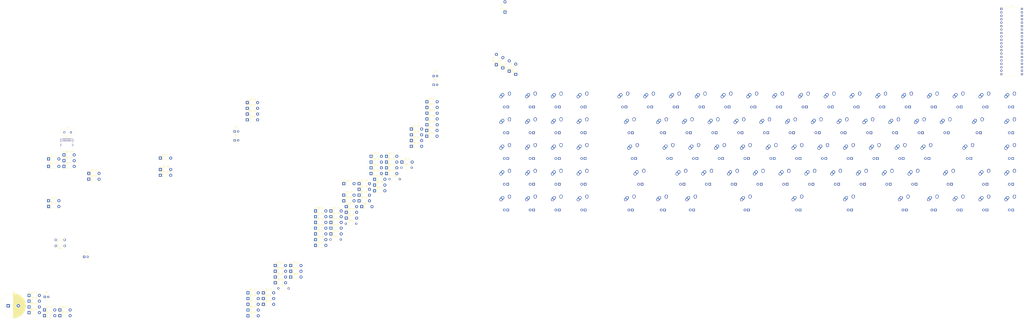
<source format=kicad_pcb>
(kicad_pcb (version 20171130) (host pcbnew "(5.1.4)-1")
  (layers (0 F.Cu signal) (31 B.Cu signal) (34 B.Paste user) (35 F.Paste user) (36 B.SilkS user) (37 F.SilkS user) (38 B.Mask user) (39 F.Mask user) (44 Edge.Cuts user))
  (net 0 "")
  (net 1 GND)
  (net 2 C17)
  (net 3 C16)
  (net 4 +5V)
  (net 5 "Net-(D0-0-Pad2)")
  (net 6 ROW0)
  (net 7 "Net-(D0-1-Pad2)")
  (net 8 "Net-(D0-2-Pad2)")
  (net 9 "Net-(D0-3-Pad2)")
  (net 10 "Net-(D0-4-Pad2)")
  (net 11 "Net-(D0-5-Pad2)")
  (net 12 "Net-(D0-6-Pad2)")
  (net 13 "Net-(D0-7-Pad2)")
  (net 14 "Net-(D0-8-Pad2)")
  (net 15 "Net-(D0-9-Pad2)")
  (net 16 "Net-(D0-10-Pad2)")
  (net 17 "Net-(D0-11-Pad2)")
  (net 18 "Net-(D0-12-Pad2)")
  (net 19 "Net-(D0-13-Pad2)")
  (net 20 "Net-(D0-14-Pad2)")
  (net 21 "Net-(D0-15-Pad2)")
  (net 22 "Net-(D0-16-Pad2)")
  (net 23 "Net-(D0-17-Pad2)")
  (net 24 "Net-(D0-18-Pad2)")
  (net 25 "Net-(D0-19-Pad2)")
  (net 26 "Net-(D1-0-Pad2)")
  (net 27 ROW1)
  (net 28 "Net-(D1-1-Pad2)")
  (net 29 "Net-(D1-2-Pad2)")
  (net 30 "Net-(D1-3-Pad2)")
  (net 31 "Net-(D1-4-Pad2)")
  (net 32 "Net-(D1-5-Pad2)")
  (net 33 "Net-(D1-6-Pad2)")
  (net 34 "Net-(D1-7-Pad2)")
  (net 35 "Net-(D1-10-Pad1)")
  (net 36 "Net-(D1-8-Pad2)")
  (net 37 "Net-(D1-9-Pad2)")
  (net 38 "Net-(D1-10-Pad2)")
  (net 39 "Net-(D1-11-Pad2)")
  (net 40 "Net-(D1-12-Pad2)")
  (net 41 "Net-(D1-13-Pad2)")
  (net 42 "Net-(D1-14-Pad2)")
  (net 43 "Net-(D1-15-Pad2)")
  (net 44 "Net-(D1-16-Pad2)")
  (net 45 "Net-(D1-18-Pad2)")
  (net 46 "Net-(D1-19-Pad2)")
  (net 47 "Net-(D2-0-Pad2)")
  (net 48 ROW2)
  (net 49 "Net-(D2-1-Pad2)")
  (net 50 "Net-(D2-2-Pad2)")
  (net 51 "Net-(D2-3-Pad2)")
  (net 52 "Net-(D2-4-Pad2)")
  (net 53 "Net-(D2-5-Pad2)")
  (net 54 "Net-(D2-6-Pad2)")
  (net 55 "Net-(D2-7-Pad2)")
  (net 56 "Net-(D2-10-Pad1)")
  (net 57 "Net-(D2-8-Pad2)")
  (net 58 "Net-(D2-9-Pad2)")
  (net 59 "Net-(D2-10-Pad2)")
  (net 60 "Net-(D2-11-Pad2)")
  (net 61 "Net-(D2-12-Pad2)")
  (net 62 "Net-(D2-13-Pad2)")
  (net 63 "Net-(D2-14-Pad2)")
  (net 64 "Net-(D2-15-Pad2)")
  (net 65 "Net-(D2-18-Pad2)")
  (net 66 "Net-(D2-19-Pad2)")
  (net 67 "Net-(D3-0-Pad2)")
  (net 68 ROW3)
  (net 69 "Net-(D3-1-Pad2)")
  (net 70 "Net-(D3-2-Pad2)")
  (net 71 "Net-(D3-3-Pad2)")
  (net 72 "Net-(D3-4-Pad2)")
  (net 73 "Net-(D3-5-Pad2)")
  (net 74 "Net-(D3-6-Pad2)")
  (net 75 "Net-(D3-7-Pad2)")
  (net 76 "Net-(D3-8-Pad2)")
  (net 77 "Net-(D3-9-Pad2)")
  (net 78 "Net-(D3-10-Pad2)")
  (net 79 "Net-(D3-11-Pad2)")
  (net 80 "Net-(D3-12-Pad2)")
  (net 81 "Net-(D3-13-Pad2)")
  (net 82 "Net-(D3-14-Pad2)")
  (net 83 "Net-(D3-15-Pad2)")
  (net 84 "Net-(D3-18-Pad2)")
  (net 85 "Net-(D3-19-Pad2)")
  (net 86 "Net-(D4-0-Pad2)")
  (net 87 ROW4)
  (net 88 "Net-(D4-1-Pad2)")
  (net 89 "Net-(D4-2-Pad2)")
  (net 90 "Net-(D4-3-Pad2)")
  (net 91 "Net-(D4-4-Pad2)")
  (net 92 "Net-(D4-5-Pad2)")
  (net 93 "Net-(D4-6-Pad2)")
  (net 94 "Net-(D4-8-Pad2)")
  (net 95 "Net-(D4-10-Pad2)")
  (net 96 "Net-(D4-12-Pad2)")
  (net 97 "Net-(D4-13-Pad2)")
  (net 98 "Net-(D4-14-Pad2)")
  (net 99 "Net-(D4-15-Pad2)")
  (net 100 "Net-(D4-18-Pad2)")
  (net 101 "Net-(D4-19-Pad2)")
  (net 102 D+)
  (net 103 "Net-(J1-PadB5)")
  (net 104 "Net-(J1-PadB8)")
  (net 105 D-)
  (net 106 "Net-(J1-PadA8)")
  (net 107 "Net-(J1-PadA5)")
  (net 108 COL0)
  (net 109 COL1)
  (net 110 COL2)
  (net 111 COL3)
  (net 112 COL4)
  (net 113 COL5)
  (net 114 COL6)
  (net 115 COL7)
  (net 116 "Net-(MX0-7-Pad2)")
  (net 117 COL8)
  (net 118 COL9)
  (net 119 COL10)
  (net 120 COL11)
  (net 121 COL12)
  (net 122 COL13)
  (net 123 COL14)
  (net 124 COL15)
  (net 125 COL16)
  (net 126 COL17)
  (net 127 COL18)
  (net 128 COL19)
  (net 129 "Net-(MX1-0-Pad1)")
  (net 130 "Net-(MX1-4-Pad1)")
  (net 131 "Net-(MX1-7-Pad1)")
  (net 132 "Net-(MX1-11-Pad1)")
  (net 133 "Net-(MX1-15-Pad1)")
  (net 134 "Net-(MX1-18-Pad1)")
  (net 135 "Net-(MX4-14-Pad1)")
  (net 136 Reset)
  (net 137 "Net-(R2-Pad2)")
  (net 138 "Net-(R3-Pad2)")
  (net 139 "Net-(U1-Pad20)")
  (net 140 "Net-(U1-Pad19)")
  (net 141 "Net-(U1-Pad18)")
  (net 142 "Net-(U1-Pad15)")
  (net 143 "Net-(U1-Pad32)")
  (net 144 "Net-(U1-Pad21)")
  (module Crystal:Crystal_HC49-U_Vertical (layer F.Cu) (at -269.171249 57.205001)
    (fp_text reference Y1 (at 2.44 -3.525) (layer F.SilkS))
    (fp_text value 16MHz)
    (pad 2 thru_hole circle (at 4.88 0) (size 1.5 1.5) (drill 0.8) (layers *.Cu *.Mask) (net 1 GND))
    (pad 1 thru_hole circle (at 0 0) (size 1.5 1.5) (drill 0.8) (layers *.Cu *.Mask) (net 2 C17))
  )
  (module Package_DIP:DIP-40_W15.24mm (layer F.Cu) (at 423.06875 -34.13125)
    (fp_text reference U1 (at 7.62 -2.33) (layer F.SilkS))
    (fp_text value ATmega32A-PU)
    (pad 40 thru_hole oval (at 15.24 0) (size 1.6 1.6) (drill 0.8) (layers *.Cu *.Mask) (net 6 ROW0))
    (pad 20 thru_hole oval (at 0 48.26) (size 1.6 1.6) (drill 0.8) (layers *.Cu *.Mask) (net 139 "Net-(U1-Pad20)"))
    (pad 39 thru_hole oval (at 15.24 2.54) (size 1.6 1.6) (drill 0.8) (layers *.Cu *.Mask) (net 27 ROW1))
    (pad 19 thru_hole oval (at 0 45.72) (size 1.6 1.6) (drill 0.8) (layers *.Cu *.Mask) (net 140 "Net-(U1-Pad19)"))
    (pad 38 thru_hole oval (at 15.24 5.08) (size 1.6 1.6) (drill 0.8) (layers *.Cu *.Mask) (net 48 ROW2))
    (pad 18 thru_hole oval (at 0 43.18) (size 1.6 1.6) (drill 0.8) (layers *.Cu *.Mask) (net 141 "Net-(U1-Pad18)"))
    (pad 37 thru_hole oval (at 15.24 7.62) (size 1.6 1.6) (drill 0.8) (layers *.Cu *.Mask) (net 68 ROW3))
    (pad 17 thru_hole oval (at 0 40.64) (size 1.6 1.6) (drill 0.8) (layers *.Cu *.Mask) (net 138 "Net-(R3-Pad2)"))
    (pad 36 thru_hole oval (at 15.24 10.16) (size 1.6 1.6) (drill 0.8) (layers *.Cu *.Mask) (net 87 ROW4))
    (pad 16 thru_hole oval (at 0 38.1) (size 1.6 1.6) (drill 0.8) (layers *.Cu *.Mask) (net 137 "Net-(R2-Pad2)"))
    (pad 35 thru_hole oval (at 15.24 12.7) (size 1.6 1.6) (drill 0.8) (layers *.Cu *.Mask) (net 108 COL0))
    (pad 15 thru_hole oval (at 0 35.56) (size 1.6 1.6) (drill 0.8) (layers *.Cu *.Mask) (net 142 "Net-(U1-Pad15)"))
    (pad 34 thru_hole oval (at 15.24 15.24) (size 1.6 1.6) (drill 0.8) (layers *.Cu *.Mask) (net 109 COL1))
    (pad 14 thru_hole oval (at 0 33.02) (size 1.6 1.6) (drill 0.8) (layers *.Cu *.Mask) (net 128 COL19))
    (pad 33 thru_hole oval (at 15.24 17.78) (size 1.6 1.6) (drill 0.8) (layers *.Cu *.Mask) (net 110 COL2))
    (pad 13 thru_hole oval (at 0 30.48) (size 1.6 1.6) (drill 0.8) (layers *.Cu *.Mask) (net 2 C17))
    (pad 32 thru_hole oval (at 15.24 20.32) (size 1.6 1.6) (drill 0.8) (layers *.Cu *.Mask) (net 143 "Net-(U1-Pad32)"))
    (pad 12 thru_hole oval (at 0 27.94) (size 1.6 1.6) (drill 0.8) (layers *.Cu *.Mask) (net 3 C16))
    (pad 31 thru_hole oval (at 15.24 22.86) (size 1.6 1.6) (drill 0.8) (layers *.Cu *.Mask) (net 1 GND))
    (pad 11 thru_hole oval (at 0 25.4) (size 1.6 1.6) (drill 0.8) (layers *.Cu *.Mask) (net 1 GND))
    (pad 30 thru_hole oval (at 15.24 25.4) (size 1.6 1.6) (drill 0.8) (layers *.Cu *.Mask) (net 4 +5V))
    (pad 10 thru_hole oval (at 0 22.86) (size 1.6 1.6) (drill 0.8) (layers *.Cu *.Mask) (net 4 +5V))
    (pad 29 thru_hole oval (at 15.24 27.94) (size 1.6 1.6) (drill 0.8) (layers *.Cu *.Mask) (net 127 COL18))
    (pad 9 thru_hole oval (at 0 20.32) (size 1.6 1.6) (drill 0.8) (layers *.Cu *.Mask) (net 136 Reset))
    (pad 28 thru_hole oval (at 15.24 30.48) (size 1.6 1.6) (drill 0.8) (layers *.Cu *.Mask) (net 126 COL17))
    (pad 8 thru_hole oval (at 0 17.78) (size 1.6 1.6) (drill 0.8) (layers *.Cu *.Mask) (net 119 COL10))
    (pad 27 thru_hole oval (at 15.24 33.02) (size 1.6 1.6) (drill 0.8) (layers *.Cu *.Mask) (net 125 COL16))
    (pad 7 thru_hole oval (at 0 15.24) (size 1.6 1.6) (drill 0.8) (layers *.Cu *.Mask) (net 118 COL9))
    (pad 26 thru_hole oval (at 15.24 35.56) (size 1.6 1.6) (drill 0.8) (layers *.Cu *.Mask) (net 124 COL15))
    (pad 6 thru_hole oval (at 0 12.7) (size 1.6 1.6) (drill 0.8) (layers *.Cu *.Mask) (net 117 COL8))
    (pad 25 thru_hole oval (at 15.24 38.1) (size 1.6 1.6) (drill 0.8) (layers *.Cu *.Mask) (net 123 COL14))
    (pad 5 thru_hole oval (at 0 10.16) (size 1.6 1.6) (drill 0.8) (layers *.Cu *.Mask) (net 115 COL7))
    (pad 24 thru_hole oval (at 15.24 40.64) (size 1.6 1.6) (drill 0.8) (layers *.Cu *.Mask) (net 122 COL13))
    (pad 4 thru_hole oval (at 0 7.62) (size 1.6 1.6) (drill 0.8) (layers *.Cu *.Mask) (net 114 COL6))
    (pad 23 thru_hole oval (at 15.24 43.18) (size 1.6 1.6) (drill 0.8) (layers *.Cu *.Mask) (net 121 COL12))
    (pad 3 thru_hole oval (at 0 5.08) (size 1.6 1.6) (drill 0.8) (layers *.Cu *.Mask) (net 113 COL5))
    (pad 22 thru_hole oval (at 15.24 45.72) (size 1.6 1.6) (drill 0.8) (layers *.Cu *.Mask) (net 120 COL11))
    (pad 2 thru_hole oval (at 0 2.54) (size 1.6 1.6) (drill 0.8) (layers *.Cu *.Mask) (net 112 COL4))
    (pad 21 thru_hole oval (at 15.24 48.26) (size 1.6 1.6) (drill 0.8) (layers *.Cu *.Mask) (net 144 "Net-(U1-Pad21)"))
    (pad 1 thru_hole rect (at 0 0) (size 1.6 1.6) (drill 0.8) (layers *.Cu *.Mask) (net 111 COL3))
  )
  (module random-keyboard-parts:PushButton_6x6mm_TH (layer F.Cu) (at -272.15625 138.97)
    (fp_text reference SW1 (at 0 4.064) (layer F.SilkS))
    (fp_text value SW_Push)
    (pad 4 thru_hole circle (at -3.25 -2.25) (size 1.8 1.8) (drill 1) (layers *.Cu *.Mask))
    (pad 3 thru_hole circle (at 3.25 2.25) (size 1.8 1.8) (drill 1) (layers *.Cu *.Mask))
    (pad 2 thru_hole circle (at -3.25 2.25) (size 1.8 1.8) (drill 1) (layers *.Cu *.Mask) (net 136 Reset))
    (pad 1 thru_hole circle (at 3.25 -2.25) (size 1.8 1.8) (drill 1) (layers *.Cu *.Mask) (net 1 GND))
  )
  (module Resistor_THT:R_Axial_DIN0207_L6.3mm_D2.5mm_P7.62mm_Horizontal (layer F.Cu) (at -20.111249 83.325001)
    (fp_text reference R6 (at 3.81 -2.37) (layer F.SilkS))
    (fp_text value 5k1)
    (pad 2 thru_hole oval (at 7.62 0) (size 1.6 1.6) (drill 0.8) (layers *.Cu *.Mask) (net 103 "Net-(J1-PadB5)"))
    (pad 1 thru_hole circle (at 0 0) (size 1.6 1.6) (drill 0.8) (layers *.Cu *.Mask) (net 1 GND))
  )
  (module Resistor_THT:R_Axial_DIN0207_L6.3mm_D2.5mm_P7.62mm_Horizontal (layer F.Cu) (at -28.941249 91.825001)
    (fp_text reference R5 (at 3.81 -2.37) (layer F.SilkS))
    (fp_text value 5k1)
    (pad 2 thru_hole oval (at 7.62 0) (size 1.6 1.6) (drill 0.8) (layers *.Cu *.Mask) (net 107 "Net-(J1-PadA5)"))
    (pad 1 thru_hole circle (at 0 0) (size 1.6 1.6) (drill 0.8) (layers *.Cu *.Mask) (net 1 GND))
  )
  (module Resistor_THT:R_Axial_DIN0207_L6.3mm_D2.5mm_P7.62mm_Horizontal (layer F.Cu) (at -72.541249 136.475001)
    (fp_text reference R3 (at 3.81 -2.37) (layer F.SilkS))
    (fp_text value 22k)
    (pad 2 thru_hole oval (at 7.62 0) (size 1.6 1.6) (drill 0.8) (layers *.Cu *.Mask) (net 138 "Net-(R3-Pad2)"))
    (pad 1 thru_hole circle (at 0 0) (size 1.6 1.6) (drill 0.8) (layers *.Cu *.Mask) (net 102 D+))
  )
  (module Resistor_THT:R_Axial_DIN0207_L6.3mm_D2.5mm_P7.62mm_Horizontal (layer F.Cu) (at -61.171249 124.775001)
    (fp_text reference R2 (at 3.81 -2.37) (layer F.SilkS))
    (fp_text value 22k)
    (pad 2 thru_hole oval (at 7.62 0) (size 1.6 1.6) (drill 0.8) (layers *.Cu *.Mask) (net 137 "Net-(R2-Pad2)"))
    (pad 1 thru_hole circle (at 0 0) (size 1.6 1.6) (drill 0.8) (layers *.Cu *.Mask) (net 105 D-))
  )
  (module Resistor_THT:R_Axial_DIN0207_L6.3mm_D2.5mm_P7.62mm_Horizontal (layer F.Cu) (at -111.091249 172.625001)
    (fp_text reference R1 (at 3.81 -2.37) (layer F.SilkS))
    (fp_text value 10k)
    (pad 2 thru_hole oval (at 7.62 0) (size 1.6 1.6) (drill 0.8) (layers *.Cu *.Mask) (net 136 Reset))
    (pad 1 thru_hole circle (at 0 0) (size 1.6 1.6) (drill 0.8) (layers *.Cu *.Mask) (net 4 +5V))
  )
  (module MX_Alps_Hybrid:MX-1U (layer F.Cu) (at 430.2125 109.5375)
    (fp_text reference MX4-19)
    (fp_text value MX-NoLED)
    (pad "" np_thru_hole circle (at 5.08 0 48.0996) (size 1.75 1.75) (drill 1.75) (layers *.Cu *.Mask))
    (pad "" np_thru_hole circle (at -5.08 0 48.0996) (size 1.75 1.75) (drill 1.75) (layers *.Cu *.Mask))
    (pad 4 thru_hole rect (at 1.27 5.08) (size 1.905 1.905) (drill 1.04) (layers *.Cu B.Mask))
    (pad 3 thru_hole circle (at -1.27 5.08) (size 1.905 1.905) (drill 1.04) (layers *.Cu B.Mask))
    (pad 1 thru_hole circle (at -2.5 -4) (size 2.25 2.25) (drill 1.47) (layers *.Cu B.Mask) (net 128 COL19))
    (pad "" np_thru_hole circle (at 0 0) (size 3.9878 3.9878) (drill 3.9878) (layers *.Cu *.Mask))
    (pad 1 thru_hole oval (at -3.81 -2.54 48.0996) (size 4.211556 2.25) (drill 1.47 (offset 0.980778 0)) (layers *.Cu B.Mask) (net 128 COL19))
    (pad 2 thru_hole circle (at 2.54 -5.08) (size 2.25 2.25) (drill 1.47) (layers *.Cu B.Mask) (net 101 "Net-(D4-19-Pad2)"))
    (pad 2 thru_hole oval (at 2.5 -4.5 86.0548) (size 2.831378 2.25) (drill 1.47 (offset 0.290689 0)) (layers *.Cu B.Mask) (net 101 "Net-(D4-19-Pad2)"))
  )
  (module MX_Alps_Hybrid:MX-1U (layer F.Cu) (at 411.1625 109.5375)
    (fp_text reference MX4-18)
    (fp_text value MX-NoLED)
    (pad "" np_thru_hole circle (at 5.08 0 48.0996) (size 1.75 1.75) (drill 1.75) (layers *.Cu *.Mask))
    (pad "" np_thru_hole circle (at -5.08 0 48.0996) (size 1.75 1.75) (drill 1.75) (layers *.Cu *.Mask))
    (pad 4 thru_hole rect (at 1.27 5.08) (size 1.905 1.905) (drill 1.04) (layers *.Cu B.Mask))
    (pad 3 thru_hole circle (at -1.27 5.08) (size 1.905 1.905) (drill 1.04) (layers *.Cu B.Mask))
    (pad 1 thru_hole circle (at -2.5 -4) (size 2.25 2.25) (drill 1.47) (layers *.Cu B.Mask) (net 134 "Net-(MX1-18-Pad1)"))
    (pad "" np_thru_hole circle (at 0 0) (size 3.9878 3.9878) (drill 3.9878) (layers *.Cu *.Mask))
    (pad 1 thru_hole oval (at -3.81 -2.54 48.0996) (size 4.211556 2.25) (drill 1.47 (offset 0.980778 0)) (layers *.Cu B.Mask) (net 134 "Net-(MX1-18-Pad1)"))
    (pad 2 thru_hole circle (at 2.54 -5.08) (size 2.25 2.25) (drill 1.47) (layers *.Cu B.Mask) (net 100 "Net-(D4-18-Pad2)"))
    (pad 2 thru_hole oval (at 2.5 -4.5 86.0548) (size 2.831378 2.25) (drill 1.47 (offset 0.290689 0)) (layers *.Cu B.Mask) (net 100 "Net-(D4-18-Pad2)"))
  )
  (module MX_Alps_Hybrid:MX-1U (layer F.Cu) (at 392.1125 109.5375)
    (fp_text reference MX4-15)
    (fp_text value MX-NoLED)
    (pad "" np_thru_hole circle (at 5.08 0 48.0996) (size 1.75 1.75) (drill 1.75) (layers *.Cu *.Mask))
    (pad "" np_thru_hole circle (at -5.08 0 48.0996) (size 1.75 1.75) (drill 1.75) (layers *.Cu *.Mask))
    (pad 4 thru_hole rect (at 1.27 5.08) (size 1.905 1.905) (drill 1.04) (layers *.Cu B.Mask))
    (pad 3 thru_hole circle (at -1.27 5.08) (size 1.905 1.905) (drill 1.04) (layers *.Cu B.Mask))
    (pad 1 thru_hole circle (at -2.5 -4) (size 2.25 2.25) (drill 1.47) (layers *.Cu B.Mask) (net 133 "Net-(MX1-15-Pad1)"))
    (pad "" np_thru_hole circle (at 0 0) (size 3.9878 3.9878) (drill 3.9878) (layers *.Cu *.Mask))
    (pad 1 thru_hole oval (at -3.81 -2.54 48.0996) (size 4.211556 2.25) (drill 1.47 (offset 0.980778 0)) (layers *.Cu B.Mask) (net 133 "Net-(MX1-15-Pad1)"))
    (pad 2 thru_hole circle (at 2.54 -5.08) (size 2.25 2.25) (drill 1.47) (layers *.Cu B.Mask) (net 99 "Net-(D4-15-Pad2)"))
    (pad 2 thru_hole oval (at 2.5 -4.5 86.0548) (size 2.831378 2.25) (drill 1.47 (offset 0.290689 0)) (layers *.Cu B.Mask) (net 99 "Net-(D4-15-Pad2)"))
  )
  (module MX_Alps_Hybrid:MX-1U (layer F.Cu) (at 373.0625 109.5375)
    (fp_text reference MX4-14)
    (fp_text value MX-NoLED)
    (pad "" np_thru_hole circle (at 5.08 0 48.0996) (size 1.75 1.75) (drill 1.75) (layers *.Cu *.Mask))
    (pad "" np_thru_hole circle (at -5.08 0 48.0996) (size 1.75 1.75) (drill 1.75) (layers *.Cu *.Mask))
    (pad 4 thru_hole rect (at 1.27 5.08) (size 1.905 1.905) (drill 1.04) (layers *.Cu B.Mask))
    (pad 3 thru_hole circle (at -1.27 5.08) (size 1.905 1.905) (drill 1.04) (layers *.Cu B.Mask))
    (pad 1 thru_hole circle (at -2.5 -4) (size 2.25 2.25) (drill 1.47) (layers *.Cu B.Mask) (net 135 "Net-(MX4-14-Pad1)"))
    (pad "" np_thru_hole circle (at 0 0) (size 3.9878 3.9878) (drill 3.9878) (layers *.Cu *.Mask))
    (pad 1 thru_hole oval (at -3.81 -2.54 48.0996) (size 4.211556 2.25) (drill 1.47 (offset 0.980778 0)) (layers *.Cu B.Mask) (net 135 "Net-(MX4-14-Pad1)"))
    (pad 2 thru_hole circle (at 2.54 -5.08) (size 2.25 2.25) (drill 1.47) (layers *.Cu B.Mask) (net 98 "Net-(D4-14-Pad2)"))
    (pad 2 thru_hole oval (at 2.5 -4.5 86.0548) (size 2.831378 2.25) (drill 1.47 (offset 0.290689 0)) (layers *.Cu B.Mask) (net 98 "Net-(D4-14-Pad2)"))
  )
  (module MX_Alps_Hybrid:MX-1.25U (layer F.Cu) (at 351.63125 109.5375)
    (fp_text reference MX4-13)
    (fp_text value MX-NoLED)
    (pad "" np_thru_hole circle (at 5.08 0 48.0996) (size 1.75 1.75) (drill 1.75) (layers *.Cu *.Mask))
    (pad "" np_thru_hole circle (at -5.08 0 48.0996) (size 1.75 1.75) (drill 1.75) (layers *.Cu *.Mask))
    (pad 4 thru_hole rect (at 1.27 5.08) (size 1.905 1.905) (drill 1.04) (layers *.Cu B.Mask))
    (pad 3 thru_hole circle (at -1.27 5.08) (size 1.905 1.905) (drill 1.04) (layers *.Cu B.Mask))
    (pad 1 thru_hole circle (at -2.5 -4) (size 2.25 2.25) (drill 1.47) (layers *.Cu B.Mask) (net 122 COL13))
    (pad "" np_thru_hole circle (at 0 0) (size 3.9878 3.9878) (drill 3.9878) (layers *.Cu *.Mask))
    (pad 1 thru_hole oval (at -3.81 -2.54 48.0996) (size 4.211556 2.25) (drill 1.47 (offset 0.980778 0)) (layers *.Cu B.Mask) (net 122 COL13))
    (pad 2 thru_hole circle (at 2.54 -5.08) (size 2.25 2.25) (drill 1.47) (layers *.Cu B.Mask) (net 97 "Net-(D4-13-Pad2)"))
    (pad 2 thru_hole oval (at 2.5 -4.5 86.0548) (size 2.831378 2.25) (drill 1.47 (offset 0.290689 0)) (layers *.Cu B.Mask) (net 97 "Net-(D4-13-Pad2)"))
  )
  (module MX_Alps_Hybrid:MX-3U (layer F.Cu) (at 311.15 109.5375)
    (fp_text reference MX4-12)
    (fp_text value MX-NoLED)
    (pad "" np_thru_hole circle (at 19.05 8.255) (size 3.9878 3.9878) (drill 3.9878) (layers *.Cu *.Mask))
    (pad "" np_thru_hole circle (at -19.05 8.255) (size 3.9878 3.9878) (drill 3.9878) (layers *.Cu *.Mask))
    (pad "" np_thru_hole circle (at 19.05 -6.985) (size 3.048 3.048) (drill 3.048) (layers *.Cu *.Mask))
    (pad "" np_thru_hole circle (at -19.05 -6.985) (size 3.048 3.048) (drill 3.048) (layers *.Cu *.Mask))
    (pad "" np_thru_hole circle (at 5.08 0 48.0996) (size 1.75 1.75) (drill 1.75) (layers *.Cu *.Mask))
    (pad "" np_thru_hole circle (at -5.08 0 48.0996) (size 1.75 1.75) (drill 1.75) (layers *.Cu *.Mask))
    (pad 4 thru_hole rect (at 1.27 5.08) (size 1.905 1.905) (drill 1.04) (layers *.Cu B.Mask))
    (pad 3 thru_hole circle (at -1.27 5.08) (size 1.905 1.905) (drill 1.04) (layers *.Cu B.Mask))
    (pad 1 thru_hole circle (at -2.5 -4) (size 2.25 2.25) (drill 1.47) (layers *.Cu B.Mask) (net 121 COL12))
    (pad "" np_thru_hole circle (at 0 0) (size 3.9878 3.9878) (drill 3.9878) (layers *.Cu *.Mask))
    (pad 1 thru_hole oval (at -3.81 -2.54 48.0996) (size 4.211556 2.25) (drill 1.47 (offset 0.980778 0)) (layers *.Cu B.Mask) (net 121 COL12))
    (pad 2 thru_hole circle (at 2.54 -5.08) (size 2.25 2.25) (drill 1.47) (layers *.Cu B.Mask) (net 96 "Net-(D4-12-Pad2)"))
    (pad 2 thru_hole oval (at 2.5 -4.5 86.0548) (size 2.831378 2.25) (drill 1.47 (offset 0.290689 0)) (layers *.Cu B.Mask) (net 96 "Net-(D4-12-Pad2)"))
  )
  (module MX_Alps_Hybrid:MX-7U (layer F.Cu) (at 273.05 109.5375)
    (fp_text reference MX4-10)
    (fp_text value MX-NoLED)
    (pad "" np_thru_hole circle (at 57.15 8.255) (size 3.9878 3.9878) (drill 3.9878) (layers *.Cu *.Mask))
    (pad "" np_thru_hole circle (at -57.15 8.255) (size 3.9878 3.9878) (drill 3.9878) (layers *.Cu *.Mask))
    (pad "" np_thru_hole circle (at 57.15 -6.985) (size 3.048 3.048) (drill 3.048) (layers *.Cu *.Mask))
    (pad "" np_thru_hole circle (at -57.15 -6.985) (size 3.048 3.048) (drill 3.048) (layers *.Cu *.Mask))
    (pad "" np_thru_hole circle (at 5.08 0 48.0996) (size 1.75 1.75) (drill 1.75) (layers *.Cu *.Mask))
    (pad "" np_thru_hole circle (at -5.08 0 48.0996) (size 1.75 1.75) (drill 1.75) (layers *.Cu *.Mask))
    (pad 4 thru_hole rect (at 1.27 5.08) (size 1.905 1.905) (drill 1.04) (layers *.Cu B.Mask))
    (pad 3 thru_hole circle (at -1.27 5.08) (size 1.905 1.905) (drill 1.04) (layers *.Cu B.Mask))
    (pad 1 thru_hole circle (at -2.5 -4) (size 2.25 2.25) (drill 1.47) (layers *.Cu B.Mask) (net 119 COL10))
    (pad "" np_thru_hole circle (at 0 0) (size 3.9878 3.9878) (drill 3.9878) (layers *.Cu *.Mask))
    (pad 1 thru_hole oval (at -3.81 -2.54 48.0996) (size 4.211556 2.25) (drill 1.47 (offset 0.980778 0)) (layers *.Cu B.Mask) (net 119 COL10))
    (pad 2 thru_hole circle (at 2.54 -5.08) (size 2.25 2.25) (drill 1.47) (layers *.Cu B.Mask) (net 95 "Net-(D4-10-Pad2)"))
    (pad 2 thru_hole oval (at 2.5 -4.5 86.0548) (size 2.831378 2.25) (drill 1.47 (offset 0.290689 0)) (layers *.Cu B.Mask) (net 95 "Net-(D4-10-Pad2)"))
  )
  (module MX_Alps_Hybrid:MX-3U (layer F.Cu) (at 234.95 109.5375)
    (fp_text reference MX4-8)
    (fp_text value MX-NoLED)
    (pad "" np_thru_hole circle (at 19.05 8.255) (size 3.9878 3.9878) (drill 3.9878) (layers *.Cu *.Mask))
    (pad "" np_thru_hole circle (at -19.05 8.255) (size 3.9878 3.9878) (drill 3.9878) (layers *.Cu *.Mask))
    (pad "" np_thru_hole circle (at 19.05 -6.985) (size 3.048 3.048) (drill 3.048) (layers *.Cu *.Mask))
    (pad "" np_thru_hole circle (at -19.05 -6.985) (size 3.048 3.048) (drill 3.048) (layers *.Cu *.Mask))
    (pad "" np_thru_hole circle (at 5.08 0 48.0996) (size 1.75 1.75) (drill 1.75) (layers *.Cu *.Mask))
    (pad "" np_thru_hole circle (at -5.08 0 48.0996) (size 1.75 1.75) (drill 1.75) (layers *.Cu *.Mask))
    (pad 4 thru_hole rect (at 1.27 5.08) (size 1.905 1.905) (drill 1.04) (layers *.Cu B.Mask))
    (pad 3 thru_hole circle (at -1.27 5.08) (size 1.905 1.905) (drill 1.04) (layers *.Cu B.Mask))
    (pad 1 thru_hole circle (at -2.5 -4) (size 2.25 2.25) (drill 1.47) (layers *.Cu B.Mask) (net 117 COL8))
    (pad "" np_thru_hole circle (at 0 0) (size 3.9878 3.9878) (drill 3.9878) (layers *.Cu *.Mask))
    (pad 1 thru_hole oval (at -3.81 -2.54 48.0996) (size 4.211556 2.25) (drill 1.47 (offset 0.980778 0)) (layers *.Cu B.Mask) (net 117 COL8))
    (pad 2 thru_hole circle (at 2.54 -5.08) (size 2.25 2.25) (drill 1.47) (layers *.Cu B.Mask) (net 94 "Net-(D4-8-Pad2)"))
    (pad 2 thru_hole oval (at 2.5 -4.5 86.0548) (size 2.831378 2.25) (drill 1.47 (offset 0.290689 0)) (layers *.Cu B.Mask) (net 94 "Net-(D4-8-Pad2)"))
  )
  (module MX_Alps_Hybrid:MX-1.25U (layer F.Cu) (at 194.46875 109.5375)
    (fp_text reference MX4-6)
    (fp_text value MX-NoLED)
    (pad "" np_thru_hole circle (at 5.08 0 48.0996) (size 1.75 1.75) (drill 1.75) (layers *.Cu *.Mask))
    (pad "" np_thru_hole circle (at -5.08 0 48.0996) (size 1.75 1.75) (drill 1.75) (layers *.Cu *.Mask))
    (pad 4 thru_hole rect (at 1.27 5.08) (size 1.905 1.905) (drill 1.04) (layers *.Cu B.Mask))
    (pad 3 thru_hole circle (at -1.27 5.08) (size 1.905 1.905) (drill 1.04) (layers *.Cu B.Mask))
    (pad 1 thru_hole circle (at -2.5 -4) (size 2.25 2.25) (drill 1.47) (layers *.Cu B.Mask) (net 114 COL6))
    (pad "" np_thru_hole circle (at 0 0) (size 3.9878 3.9878) (drill 3.9878) (layers *.Cu *.Mask))
    (pad 1 thru_hole oval (at -3.81 -2.54 48.0996) (size 4.211556 2.25) (drill 1.47 (offset 0.980778 0)) (layers *.Cu B.Mask) (net 114 COL6))
    (pad 2 thru_hole circle (at 2.54 -5.08) (size 2.25 2.25) (drill 1.47) (layers *.Cu B.Mask) (net 93 "Net-(D4-6-Pad2)"))
    (pad 2 thru_hole oval (at 2.5 -4.5 86.0548) (size 2.831378 2.25) (drill 1.47 (offset 0.290689 0)) (layers *.Cu B.Mask) (net 93 "Net-(D4-6-Pad2)"))
  )
  (module MX_Alps_Hybrid:MX-1U (layer F.Cu) (at 173.0375 109.5375)
    (fp_text reference MX4-5)
    (fp_text value MX-NoLED)
    (pad "" np_thru_hole circle (at 5.08 0 48.0996) (size 1.75 1.75) (drill 1.75) (layers *.Cu *.Mask))
    (pad "" np_thru_hole circle (at -5.08 0 48.0996) (size 1.75 1.75) (drill 1.75) (layers *.Cu *.Mask))
    (pad 4 thru_hole rect (at 1.27 5.08) (size 1.905 1.905) (drill 1.04) (layers *.Cu B.Mask))
    (pad 3 thru_hole circle (at -1.27 5.08) (size 1.905 1.905) (drill 1.04) (layers *.Cu B.Mask))
    (pad 1 thru_hole circle (at -2.5 -4) (size 2.25 2.25) (drill 1.47) (layers *.Cu B.Mask) (net 113 COL5))
    (pad "" np_thru_hole circle (at 0 0) (size 3.9878 3.9878) (drill 3.9878) (layers *.Cu *.Mask))
    (pad 1 thru_hole oval (at -3.81 -2.54 48.0996) (size 4.211556 2.25) (drill 1.47 (offset 0.980778 0)) (layers *.Cu B.Mask) (net 113 COL5))
    (pad 2 thru_hole circle (at 2.54 -5.08) (size 2.25 2.25) (drill 1.47) (layers *.Cu B.Mask) (net 92 "Net-(D4-5-Pad2)"))
    (pad 2 thru_hole oval (at 2.5 -4.5 86.0548) (size 2.831378 2.25) (drill 1.47 (offset 0.290689 0)) (layers *.Cu B.Mask) (net 92 "Net-(D4-5-Pad2)"))
  )
  (module MX_Alps_Hybrid:MX-1.5U (layer F.Cu) (at 149.225 109.5375)
    (fp_text reference MX4-4)
    (fp_text value MX-NoLED)
    (pad "" np_thru_hole circle (at 5.08 0 48.0996) (size 1.75 1.75) (drill 1.75) (layers *.Cu *.Mask))
    (pad "" np_thru_hole circle (at -5.08 0 48.0996) (size 1.75 1.75) (drill 1.75) (layers *.Cu *.Mask))
    (pad 4 thru_hole rect (at 1.27 5.08) (size 1.905 1.905) (drill 1.04) (layers *.Cu B.Mask))
    (pad 3 thru_hole circle (at -1.27 5.08) (size 1.905 1.905) (drill 1.04) (layers *.Cu B.Mask))
    (pad 1 thru_hole circle (at -2.5 -4) (size 2.25 2.25) (drill 1.47) (layers *.Cu B.Mask) (net 130 "Net-(MX1-4-Pad1)"))
    (pad "" np_thru_hole circle (at 0 0) (size 3.9878 3.9878) (drill 3.9878) (layers *.Cu *.Mask))
    (pad 1 thru_hole oval (at -3.81 -2.54 48.0996) (size 4.211556 2.25) (drill 1.47 (offset 0.980778 0)) (layers *.Cu B.Mask) (net 130 "Net-(MX1-4-Pad1)"))
    (pad 2 thru_hole circle (at 2.54 -5.08) (size 2.25 2.25) (drill 1.47) (layers *.Cu B.Mask) (net 91 "Net-(D4-4-Pad2)"))
    (pad 2 thru_hole oval (at 2.5 -4.5 86.0548) (size 2.831378 2.25) (drill 1.47 (offset 0.290689 0)) (layers *.Cu B.Mask) (net 91 "Net-(D4-4-Pad2)"))
  )
  (module MX_Alps_Hybrid:MX-1U (layer F.Cu) (at 114.3 109.5375)
    (fp_text reference MX4-3)
    (fp_text value MX-NoLED)
    (pad "" np_thru_hole circle (at 5.08 0 48.0996) (size 1.75 1.75) (drill 1.75) (layers *.Cu *.Mask))
    (pad "" np_thru_hole circle (at -5.08 0 48.0996) (size 1.75 1.75) (drill 1.75) (layers *.Cu *.Mask))
    (pad 4 thru_hole rect (at 1.27 5.08) (size 1.905 1.905) (drill 1.04) (layers *.Cu B.Mask))
    (pad 3 thru_hole circle (at -1.27 5.08) (size 1.905 1.905) (drill 1.04) (layers *.Cu B.Mask))
    (pad 1 thru_hole circle (at -2.5 -4) (size 2.25 2.25) (drill 1.47) (layers *.Cu B.Mask) (net 111 COL3))
    (pad "" np_thru_hole circle (at 0 0) (size 3.9878 3.9878) (drill 3.9878) (layers *.Cu *.Mask))
    (pad 1 thru_hole oval (at -3.81 -2.54 48.0996) (size 4.211556 2.25) (drill 1.47 (offset 0.980778 0)) (layers *.Cu B.Mask) (net 111 COL3))
    (pad 2 thru_hole circle (at 2.54 -5.08) (size 2.25 2.25) (drill 1.47) (layers *.Cu B.Mask) (net 90 "Net-(D4-3-Pad2)"))
    (pad 2 thru_hole oval (at 2.5 -4.5 86.0548) (size 2.831378 2.25) (drill 1.47 (offset 0.290689 0)) (layers *.Cu B.Mask) (net 90 "Net-(D4-3-Pad2)"))
  )
  (module MX_Alps_Hybrid:MX-1U (layer F.Cu) (at 95.25 109.5375)
    (fp_text reference MX4-2)
    (fp_text value MX-NoLED)
    (pad "" np_thru_hole circle (at 5.08 0 48.0996) (size 1.75 1.75) (drill 1.75) (layers *.Cu *.Mask))
    (pad "" np_thru_hole circle (at -5.08 0 48.0996) (size 1.75 1.75) (drill 1.75) (layers *.Cu *.Mask))
    (pad 4 thru_hole rect (at 1.27 5.08) (size 1.905 1.905) (drill 1.04) (layers *.Cu B.Mask))
    (pad 3 thru_hole circle (at -1.27 5.08) (size 1.905 1.905) (drill 1.04) (layers *.Cu B.Mask))
    (pad 1 thru_hole circle (at -2.5 -4) (size 2.25 2.25) (drill 1.47) (layers *.Cu B.Mask) (net 110 COL2))
    (pad "" np_thru_hole circle (at 0 0) (size 3.9878 3.9878) (drill 3.9878) (layers *.Cu *.Mask))
    (pad 1 thru_hole oval (at -3.81 -2.54 48.0996) (size 4.211556 2.25) (drill 1.47 (offset 0.980778 0)) (layers *.Cu B.Mask) (net 110 COL2))
    (pad 2 thru_hole circle (at 2.54 -5.08) (size 2.25 2.25) (drill 1.47) (layers *.Cu B.Mask) (net 89 "Net-(D4-2-Pad2)"))
    (pad 2 thru_hole oval (at 2.5 -4.5 86.0548) (size 2.831378 2.25) (drill 1.47 (offset 0.290689 0)) (layers *.Cu B.Mask) (net 89 "Net-(D4-2-Pad2)"))
  )
  (module MX_Alps_Hybrid:MX-1U (layer F.Cu) (at 76.2 109.5375)
    (fp_text reference MX4-1)
    (fp_text value MX-NoLED)
    (pad "" np_thru_hole circle (at 5.08 0 48.0996) (size 1.75 1.75) (drill 1.75) (layers *.Cu *.Mask))
    (pad "" np_thru_hole circle (at -5.08 0 48.0996) (size 1.75 1.75) (drill 1.75) (layers *.Cu *.Mask))
    (pad 4 thru_hole rect (at 1.27 5.08) (size 1.905 1.905) (drill 1.04) (layers *.Cu B.Mask))
    (pad 3 thru_hole circle (at -1.27 5.08) (size 1.905 1.905) (drill 1.04) (layers *.Cu B.Mask))
    (pad 1 thru_hole circle (at -2.5 -4) (size 2.25 2.25) (drill 1.47) (layers *.Cu B.Mask) (net 109 COL1))
    (pad "" np_thru_hole circle (at 0 0) (size 3.9878 3.9878) (drill 3.9878) (layers *.Cu *.Mask))
    (pad 1 thru_hole oval (at -3.81 -2.54 48.0996) (size 4.211556 2.25) (drill 1.47 (offset 0.980778 0)) (layers *.Cu B.Mask) (net 109 COL1))
    (pad 2 thru_hole circle (at 2.54 -5.08) (size 2.25 2.25) (drill 1.47) (layers *.Cu B.Mask) (net 88 "Net-(D4-1-Pad2)"))
    (pad 2 thru_hole oval (at 2.5 -4.5 86.0548) (size 2.831378 2.25) (drill 1.47 (offset 0.290689 0)) (layers *.Cu B.Mask) (net 88 "Net-(D4-1-Pad2)"))
  )
  (module MX_Alps_Hybrid:MX-1U (layer F.Cu) (at 57.15 109.5375)
    (fp_text reference MX4-0)
    (fp_text value MX-NoLED)
    (pad "" np_thru_hole circle (at 5.08 0 48.0996) (size 1.75 1.75) (drill 1.75) (layers *.Cu *.Mask))
    (pad "" np_thru_hole circle (at -5.08 0 48.0996) (size 1.75 1.75) (drill 1.75) (layers *.Cu *.Mask))
    (pad 4 thru_hole rect (at 1.27 5.08) (size 1.905 1.905) (drill 1.04) (layers *.Cu B.Mask))
    (pad 3 thru_hole circle (at -1.27 5.08) (size 1.905 1.905) (drill 1.04) (layers *.Cu B.Mask))
    (pad 1 thru_hole circle (at -2.5 -4) (size 2.25 2.25) (drill 1.47) (layers *.Cu B.Mask) (net 129 "Net-(MX1-0-Pad1)"))
    (pad "" np_thru_hole circle (at 0 0) (size 3.9878 3.9878) (drill 3.9878) (layers *.Cu *.Mask))
    (pad 1 thru_hole oval (at -3.81 -2.54 48.0996) (size 4.211556 2.25) (drill 1.47 (offset 0.980778 0)) (layers *.Cu B.Mask) (net 129 "Net-(MX1-0-Pad1)"))
    (pad 2 thru_hole circle (at 2.54 -5.08) (size 2.25 2.25) (drill 1.47) (layers *.Cu B.Mask) (net 86 "Net-(D4-0-Pad2)"))
    (pad 2 thru_hole oval (at 2.5 -4.5 86.0548) (size 2.831378 2.25) (drill 1.47 (offset 0.290689 0)) (layers *.Cu B.Mask) (net 86 "Net-(D4-0-Pad2)"))
  )
  (module MX_Alps_Hybrid:MX-1U (layer F.Cu) (at 430.2125 90.4875)
    (fp_text reference MX3-19)
    (fp_text value MX-NoLED)
    (pad "" np_thru_hole circle (at 5.08 0 48.0996) (size 1.75 1.75) (drill 1.75) (layers *.Cu *.Mask))
    (pad "" np_thru_hole circle (at -5.08 0 48.0996) (size 1.75 1.75) (drill 1.75) (layers *.Cu *.Mask))
    (pad 4 thru_hole rect (at 1.27 5.08) (size 1.905 1.905) (drill 1.04) (layers *.Cu B.Mask))
    (pad 3 thru_hole circle (at -1.27 5.08) (size 1.905 1.905) (drill 1.04) (layers *.Cu B.Mask))
    (pad 1 thru_hole circle (at -2.5 -4) (size 2.25 2.25) (drill 1.47) (layers *.Cu B.Mask) (net 128 COL19))
    (pad "" np_thru_hole circle (at 0 0) (size 3.9878 3.9878) (drill 3.9878) (layers *.Cu *.Mask))
    (pad 1 thru_hole oval (at -3.81 -2.54 48.0996) (size 4.211556 2.25) (drill 1.47 (offset 0.980778 0)) (layers *.Cu B.Mask) (net 128 COL19))
    (pad 2 thru_hole circle (at 2.54 -5.08) (size 2.25 2.25) (drill 1.47) (layers *.Cu B.Mask) (net 85 "Net-(D3-19-Pad2)"))
    (pad 2 thru_hole oval (at 2.5 -4.5 86.0548) (size 2.831378 2.25) (drill 1.47 (offset 0.290689 0)) (layers *.Cu B.Mask) (net 85 "Net-(D3-19-Pad2)"))
  )
  (module MX_Alps_Hybrid:MX-1U (layer F.Cu) (at 411.1625 90.4875)
    (fp_text reference MX3-18)
    (fp_text value MX-NoLED)
    (pad "" np_thru_hole circle (at 5.08 0 48.0996) (size 1.75 1.75) (drill 1.75) (layers *.Cu *.Mask))
    (pad "" np_thru_hole circle (at -5.08 0 48.0996) (size 1.75 1.75) (drill 1.75) (layers *.Cu *.Mask))
    (pad 4 thru_hole rect (at 1.27 5.08) (size 1.905 1.905) (drill 1.04) (layers *.Cu B.Mask))
    (pad 3 thru_hole circle (at -1.27 5.08) (size 1.905 1.905) (drill 1.04) (layers *.Cu B.Mask))
    (pad 1 thru_hole circle (at -2.5 -4) (size 2.25 2.25) (drill 1.47) (layers *.Cu B.Mask) (net 134 "Net-(MX1-18-Pad1)"))
    (pad "" np_thru_hole circle (at 0 0) (size 3.9878 3.9878) (drill 3.9878) (layers *.Cu *.Mask))
    (pad 1 thru_hole oval (at -3.81 -2.54 48.0996) (size 4.211556 2.25) (drill 1.47 (offset 0.980778 0)) (layers *.Cu B.Mask) (net 134 "Net-(MX1-18-Pad1)"))
    (pad 2 thru_hole circle (at 2.54 -5.08) (size 2.25 2.25) (drill 1.47) (layers *.Cu B.Mask) (net 84 "Net-(D3-18-Pad2)"))
    (pad 2 thru_hole oval (at 2.5 -4.5 86.0548) (size 2.831378 2.25) (drill 1.47 (offset 0.290689 0)) (layers *.Cu B.Mask) (net 84 "Net-(D3-18-Pad2)"))
  )
  (module MX_Alps_Hybrid:MX-1.75U (layer F.Cu) (at 384.96875 90.4875)
    (fp_text reference MX3-15)
    (fp_text value MX-NoLED)
    (pad "" np_thru_hole circle (at 5.08 0 48.0996) (size 1.75 1.75) (drill 1.75) (layers *.Cu *.Mask))
    (pad "" np_thru_hole circle (at -5.08 0 48.0996) (size 1.75 1.75) (drill 1.75) (layers *.Cu *.Mask))
    (pad 4 thru_hole rect (at 1.27 5.08) (size 1.905 1.905) (drill 1.04) (layers *.Cu B.Mask))
    (pad 3 thru_hole circle (at -1.27 5.08) (size 1.905 1.905) (drill 1.04) (layers *.Cu B.Mask))
    (pad 1 thru_hole circle (at -2.5 -4) (size 2.25 2.25) (drill 1.47) (layers *.Cu B.Mask) (net 133 "Net-(MX1-15-Pad1)"))
    (pad "" np_thru_hole circle (at 0 0) (size 3.9878 3.9878) (drill 3.9878) (layers *.Cu *.Mask))
    (pad 1 thru_hole oval (at -3.81 -2.54 48.0996) (size 4.211556 2.25) (drill 1.47 (offset 0.980778 0)) (layers *.Cu B.Mask) (net 133 "Net-(MX1-15-Pad1)"))
    (pad 2 thru_hole circle (at 2.54 -5.08) (size 2.25 2.25) (drill 1.47) (layers *.Cu B.Mask) (net 83 "Net-(D3-15-Pad2)"))
    (pad 2 thru_hole oval (at 2.5 -4.5 86.0548) (size 2.831378 2.25) (drill 1.47 (offset 0.290689 0)) (layers *.Cu B.Mask) (net 83 "Net-(D3-15-Pad2)"))
  )
  (module MX_Alps_Hybrid:MX-1U (layer F.Cu) (at 358.775 90.4875)
    (fp_text reference MX3-14)
    (fp_text value MX-NoLED)
    (pad "" np_thru_hole circle (at 5.08 0 48.0996) (size 1.75 1.75) (drill 1.75) (layers *.Cu *.Mask))
    (pad "" np_thru_hole circle (at -5.08 0 48.0996) (size 1.75 1.75) (drill 1.75) (layers *.Cu *.Mask))
    (pad 4 thru_hole rect (at 1.27 5.08) (size 1.905 1.905) (drill 1.04) (layers *.Cu B.Mask))
    (pad 3 thru_hole circle (at -1.27 5.08) (size 1.905 1.905) (drill 1.04) (layers *.Cu B.Mask))
    (pad 1 thru_hole circle (at -2.5 -4) (size 2.25 2.25) (drill 1.47) (layers *.Cu B.Mask) (net 123 COL14))
    (pad "" np_thru_hole circle (at 0 0) (size 3.9878 3.9878) (drill 3.9878) (layers *.Cu *.Mask))
    (pad 1 thru_hole oval (at -3.81 -2.54 48.0996) (size 4.211556 2.25) (drill 1.47 (offset 0.980778 0)) (layers *.Cu B.Mask) (net 123 COL14))
    (pad 2 thru_hole circle (at 2.54 -5.08) (size 2.25 2.25) (drill 1.47) (layers *.Cu B.Mask) (net 82 "Net-(D3-14-Pad2)"))
    (pad 2 thru_hole oval (at 2.5 -4.5 86.0548) (size 2.831378 2.25) (drill 1.47 (offset 0.290689 0)) (layers *.Cu B.Mask) (net 82 "Net-(D3-14-Pad2)"))
  )
  (module MX_Alps_Hybrid:MX-1U (layer F.Cu) (at 339.725 90.4875)
    (fp_text reference MX3-13)
    (fp_text value MX-NoLED)
    (pad "" np_thru_hole circle (at 5.08 0 48.0996) (size 1.75 1.75) (drill 1.75) (layers *.Cu *.Mask))
    (pad "" np_thru_hole circle (at -5.08 0 48.0996) (size 1.75 1.75) (drill 1.75) (layers *.Cu *.Mask))
    (pad 4 thru_hole rect (at 1.27 5.08) (size 1.905 1.905) (drill 1.04) (layers *.Cu B.Mask))
    (pad 3 thru_hole circle (at -1.27 5.08) (size 1.905 1.905) (drill 1.04) (layers *.Cu B.Mask))
    (pad 1 thru_hole circle (at -2.5 -4) (size 2.25 2.25) (drill 1.47) (layers *.Cu B.Mask) (net 122 COL13))
    (pad "" np_thru_hole circle (at 0 0) (size 3.9878 3.9878) (drill 3.9878) (layers *.Cu *.Mask))
    (pad 1 thru_hole oval (at -3.81 -2.54 48.0996) (size 4.211556 2.25) (drill 1.47 (offset 0.980778 0)) (layers *.Cu B.Mask) (net 122 COL13))
    (pad 2 thru_hole circle (at 2.54 -5.08) (size 2.25 2.25) (drill 1.47) (layers *.Cu B.Mask) (net 81 "Net-(D3-13-Pad2)"))
    (pad 2 thru_hole oval (at 2.5 -4.5 86.0548) (size 2.831378 2.25) (drill 1.47 (offset 0.290689 0)) (layers *.Cu B.Mask) (net 81 "Net-(D3-13-Pad2)"))
  )
  (module MX_Alps_Hybrid:MX-1U (layer F.Cu) (at 320.675 90.4875)
    (fp_text reference MX3-12)
    (fp_text value MX-NoLED)
    (pad "" np_thru_hole circle (at 5.08 0 48.0996) (size 1.75 1.75) (drill 1.75) (layers *.Cu *.Mask))
    (pad "" np_thru_hole circle (at -5.08 0 48.0996) (size 1.75 1.75) (drill 1.75) (layers *.Cu *.Mask))
    (pad 4 thru_hole rect (at 1.27 5.08) (size 1.905 1.905) (drill 1.04) (layers *.Cu B.Mask))
    (pad 3 thru_hole circle (at -1.27 5.08) (size 1.905 1.905) (drill 1.04) (layers *.Cu B.Mask))
    (pad 1 thru_hole circle (at -2.5 -4) (size 2.25 2.25) (drill 1.47) (layers *.Cu B.Mask) (net 121 COL12))
    (pad "" np_thru_hole circle (at 0 0) (size 3.9878 3.9878) (drill 3.9878) (layers *.Cu *.Mask))
    (pad 1 thru_hole oval (at -3.81 -2.54 48.0996) (size 4.211556 2.25) (drill 1.47 (offset 0.980778 0)) (layers *.Cu B.Mask) (net 121 COL12))
    (pad 2 thru_hole circle (at 2.54 -5.08) (size 2.25 2.25) (drill 1.47) (layers *.Cu B.Mask) (net 80 "Net-(D3-12-Pad2)"))
    (pad 2 thru_hole oval (at 2.5 -4.5 86.0548) (size 2.831378 2.25) (drill 1.47 (offset 0.290689 0)) (layers *.Cu B.Mask) (net 80 "Net-(D3-12-Pad2)"))
  )
  (module MX_Alps_Hybrid:MX-1U (layer F.Cu) (at 301.625 90.4875)
    (fp_text reference MX3-11)
    (fp_text value MX-NoLED)
    (pad "" np_thru_hole circle (at 5.08 0 48.0996) (size 1.75 1.75) (drill 1.75) (layers *.Cu *.Mask))
    (pad "" np_thru_hole circle (at -5.08 0 48.0996) (size 1.75 1.75) (drill 1.75) (layers *.Cu *.Mask))
    (pad 4 thru_hole rect (at 1.27 5.08) (size 1.905 1.905) (drill 1.04) (layers *.Cu B.Mask))
    (pad 3 thru_hole circle (at -1.27 5.08) (size 1.905 1.905) (drill 1.04) (layers *.Cu B.Mask))
    (pad 1 thru_hole circle (at -2.5 -4) (size 2.25 2.25) (drill 1.47) (layers *.Cu B.Mask) (net 132 "Net-(MX1-11-Pad1)"))
    (pad "" np_thru_hole circle (at 0 0) (size 3.9878 3.9878) (drill 3.9878) (layers *.Cu *.Mask))
    (pad 1 thru_hole oval (at -3.81 -2.54 48.0996) (size 4.211556 2.25) (drill 1.47 (offset 0.980778 0)) (layers *.Cu B.Mask) (net 132 "Net-(MX1-11-Pad1)"))
    (pad 2 thru_hole circle (at 2.54 -5.08) (size 2.25 2.25) (drill 1.47) (layers *.Cu B.Mask) (net 79 "Net-(D3-11-Pad2)"))
    (pad 2 thru_hole oval (at 2.5 -4.5 86.0548) (size 2.831378 2.25) (drill 1.47 (offset 0.290689 0)) (layers *.Cu B.Mask) (net 79 "Net-(D3-11-Pad2)"))
  )
  (module MX_Alps_Hybrid:MX-1U (layer F.Cu) (at 282.575 90.4875)
    (fp_text reference MX3-10)
    (fp_text value MX-NoLED)
    (pad "" np_thru_hole circle (at 5.08 0 48.0996) (size 1.75 1.75) (drill 1.75) (layers *.Cu *.Mask))
    (pad "" np_thru_hole circle (at -5.08 0 48.0996) (size 1.75 1.75) (drill 1.75) (layers *.Cu *.Mask))
    (pad 4 thru_hole rect (at 1.27 5.08) (size 1.905 1.905) (drill 1.04) (layers *.Cu B.Mask))
    (pad 3 thru_hole circle (at -1.27 5.08) (size 1.905 1.905) (drill 1.04) (layers *.Cu B.Mask))
    (pad 1 thru_hole circle (at -2.5 -4) (size 2.25 2.25) (drill 1.47) (layers *.Cu B.Mask) (net 119 COL10))
    (pad "" np_thru_hole circle (at 0 0) (size 3.9878 3.9878) (drill 3.9878) (layers *.Cu *.Mask))
    (pad 1 thru_hole oval (at -3.81 -2.54 48.0996) (size 4.211556 2.25) (drill 1.47 (offset 0.980778 0)) (layers *.Cu B.Mask) (net 119 COL10))
    (pad 2 thru_hole circle (at 2.54 -5.08) (size 2.25 2.25) (drill 1.47) (layers *.Cu B.Mask) (net 78 "Net-(D3-10-Pad2)"))
    (pad 2 thru_hole oval (at 2.5 -4.5 86.0548) (size 2.831378 2.25) (drill 1.47 (offset 0.290689 0)) (layers *.Cu B.Mask) (net 78 "Net-(D3-10-Pad2)"))
  )
  (module MX_Alps_Hybrid:MX-1U (layer F.Cu) (at 263.525 90.4875)
    (fp_text reference MX3-9)
    (fp_text value MX-NoLED)
    (pad "" np_thru_hole circle (at 5.08 0 48.0996) (size 1.75 1.75) (drill 1.75) (layers *.Cu *.Mask))
    (pad "" np_thru_hole circle (at -5.08 0 48.0996) (size 1.75 1.75) (drill 1.75) (layers *.Cu *.Mask))
    (pad 4 thru_hole rect (at 1.27 5.08) (size 1.905 1.905) (drill 1.04) (layers *.Cu B.Mask))
    (pad 3 thru_hole circle (at -1.27 5.08) (size 1.905 1.905) (drill 1.04) (layers *.Cu B.Mask))
    (pad 1 thru_hole circle (at -2.5 -4) (size 2.25 2.25) (drill 1.47) (layers *.Cu B.Mask) (net 118 COL9))
    (pad "" np_thru_hole circle (at 0 0) (size 3.9878 3.9878) (drill 3.9878) (layers *.Cu *.Mask))
    (pad 1 thru_hole oval (at -3.81 -2.54 48.0996) (size 4.211556 2.25) (drill 1.47 (offset 0.980778 0)) (layers *.Cu B.Mask) (net 118 COL9))
    (pad 2 thru_hole circle (at 2.54 -5.08) (size 2.25 2.25) (drill 1.47) (layers *.Cu B.Mask) (net 77 "Net-(D3-9-Pad2)"))
    (pad 2 thru_hole oval (at 2.5 -4.5 86.0548) (size 2.831378 2.25) (drill 1.47 (offset 0.290689 0)) (layers *.Cu B.Mask) (net 77 "Net-(D3-9-Pad2)"))
  )
  (module MX_Alps_Hybrid:MX-1U (layer F.Cu) (at 244.475 90.4875)
    (fp_text reference MX3-8)
    (fp_text value MX-NoLED)
    (pad "" np_thru_hole circle (at 5.08 0 48.0996) (size 1.75 1.75) (drill 1.75) (layers *.Cu *.Mask))
    (pad "" np_thru_hole circle (at -5.08 0 48.0996) (size 1.75 1.75) (drill 1.75) (layers *.Cu *.Mask))
    (pad 4 thru_hole rect (at 1.27 5.08) (size 1.905 1.905) (drill 1.04) (layers *.Cu B.Mask))
    (pad 3 thru_hole circle (at -1.27 5.08) (size 1.905 1.905) (drill 1.04) (layers *.Cu B.Mask))
    (pad 1 thru_hole circle (at -2.5 -4) (size 2.25 2.25) (drill 1.47) (layers *.Cu B.Mask) (net 117 COL8))
    (pad "" np_thru_hole circle (at 0 0) (size 3.9878 3.9878) (drill 3.9878) (layers *.Cu *.Mask))
    (pad 1 thru_hole oval (at -3.81 -2.54 48.0996) (size 4.211556 2.25) (drill 1.47 (offset 0.980778 0)) (layers *.Cu B.Mask) (net 117 COL8))
    (pad 2 thru_hole circle (at 2.54 -5.08) (size 2.25 2.25) (drill 1.47) (layers *.Cu B.Mask) (net 76 "Net-(D3-8-Pad2)"))
    (pad 2 thru_hole oval (at 2.5 -4.5 86.0548) (size 2.831378 2.25) (drill 1.47 (offset 0.290689 0)) (layers *.Cu B.Mask) (net 76 "Net-(D3-8-Pad2)"))
  )
  (module MX_Alps_Hybrid:MX-1U (layer F.Cu) (at 225.425 90.4875)
    (fp_text reference MX3-7)
    (fp_text value MX-NoLED)
    (pad "" np_thru_hole circle (at 5.08 0 48.0996) (size 1.75 1.75) (drill 1.75) (layers *.Cu *.Mask))
    (pad "" np_thru_hole circle (at -5.08 0 48.0996) (size 1.75 1.75) (drill 1.75) (layers *.Cu *.Mask))
    (pad 4 thru_hole rect (at 1.27 5.08) (size 1.905 1.905) (drill 1.04) (layers *.Cu B.Mask))
    (pad 3 thru_hole circle (at -1.27 5.08) (size 1.905 1.905) (drill 1.04) (layers *.Cu B.Mask))
    (pad 1 thru_hole circle (at -2.5 -4) (size 2.25 2.25) (drill 1.47) (layers *.Cu B.Mask) (net 131 "Net-(MX1-7-Pad1)"))
    (pad "" np_thru_hole circle (at 0 0) (size 3.9878 3.9878) (drill 3.9878) (layers *.Cu *.Mask))
    (pad 1 thru_hole oval (at -3.81 -2.54 48.0996) (size 4.211556 2.25) (drill 1.47 (offset 0.980778 0)) (layers *.Cu B.Mask) (net 131 "Net-(MX1-7-Pad1)"))
    (pad 2 thru_hole circle (at 2.54 -5.08) (size 2.25 2.25) (drill 1.47) (layers *.Cu B.Mask) (net 75 "Net-(D3-7-Pad2)"))
    (pad 2 thru_hole oval (at 2.5 -4.5 86.0548) (size 2.831378 2.25) (drill 1.47 (offset 0.290689 0)) (layers *.Cu B.Mask) (net 75 "Net-(D3-7-Pad2)"))
  )
  (module MX_Alps_Hybrid:MX-1U (layer F.Cu) (at 206.375 90.4875)
    (fp_text reference MX3-6)
    (fp_text value MX-NoLED)
    (pad "" np_thru_hole circle (at 5.08 0 48.0996) (size 1.75 1.75) (drill 1.75) (layers *.Cu *.Mask))
    (pad "" np_thru_hole circle (at -5.08 0 48.0996) (size 1.75 1.75) (drill 1.75) (layers *.Cu *.Mask))
    (pad 4 thru_hole rect (at 1.27 5.08) (size 1.905 1.905) (drill 1.04) (layers *.Cu B.Mask))
    (pad 3 thru_hole circle (at -1.27 5.08) (size 1.905 1.905) (drill 1.04) (layers *.Cu B.Mask))
    (pad 1 thru_hole circle (at -2.5 -4) (size 2.25 2.25) (drill 1.47) (layers *.Cu B.Mask) (net 114 COL6))
    (pad "" np_thru_hole circle (at 0 0) (size 3.9878 3.9878) (drill 3.9878) (layers *.Cu *.Mask))
    (pad 1 thru_hole oval (at -3.81 -2.54 48.0996) (size 4.211556 2.25) (drill 1.47 (offset 0.980778 0)) (layers *.Cu B.Mask) (net 114 COL6))
    (pad 2 thru_hole circle (at 2.54 -5.08) (size 2.25 2.25) (drill 1.47) (layers *.Cu B.Mask) (net 74 "Net-(D3-6-Pad2)"))
    (pad 2 thru_hole oval (at 2.5 -4.5 86.0548) (size 2.831378 2.25) (drill 1.47 (offset 0.290689 0)) (layers *.Cu B.Mask) (net 74 "Net-(D3-6-Pad2)"))
  )
  (module MX_Alps_Hybrid:MX-1U (layer F.Cu) (at 187.325 90.4875)
    (fp_text reference MX3-5)
    (fp_text value MX-NoLED)
    (pad "" np_thru_hole circle (at 5.08 0 48.0996) (size 1.75 1.75) (drill 1.75) (layers *.Cu *.Mask))
    (pad "" np_thru_hole circle (at -5.08 0 48.0996) (size 1.75 1.75) (drill 1.75) (layers *.Cu *.Mask))
    (pad 4 thru_hole rect (at 1.27 5.08) (size 1.905 1.905) (drill 1.04) (layers *.Cu B.Mask))
    (pad 3 thru_hole circle (at -1.27 5.08) (size 1.905 1.905) (drill 1.04) (layers *.Cu B.Mask))
    (pad 1 thru_hole circle (at -2.5 -4) (size 2.25 2.25) (drill 1.47) (layers *.Cu B.Mask) (net 113 COL5))
    (pad "" np_thru_hole circle (at 0 0) (size 3.9878 3.9878) (drill 3.9878) (layers *.Cu *.Mask))
    (pad 1 thru_hole oval (at -3.81 -2.54 48.0996) (size 4.211556 2.25) (drill 1.47 (offset 0.980778 0)) (layers *.Cu B.Mask) (net 113 COL5))
    (pad 2 thru_hole circle (at 2.54 -5.08) (size 2.25 2.25) (drill 1.47) (layers *.Cu B.Mask) (net 73 "Net-(D3-5-Pad2)"))
    (pad 2 thru_hole oval (at 2.5 -4.5 86.0548) (size 2.831378 2.25) (drill 1.47 (offset 0.290689 0)) (layers *.Cu B.Mask) (net 73 "Net-(D3-5-Pad2)"))
  )
  (module MX_Alps_Hybrid:MX-2.25U (layer F.Cu) (at 156.36875 90.4875)
    (fp_text reference MX3-4)
    (fp_text value MX-NoLED)
    (pad "" np_thru_hole circle (at 11.938 8.255) (size 3.9878 3.9878) (drill 3.9878) (layers *.Cu *.Mask))
    (pad "" np_thru_hole circle (at -11.938 8.255) (size 3.9878 3.9878) (drill 3.9878) (layers *.Cu *.Mask))
    (pad "" np_thru_hole circle (at 11.938 -6.985) (size 3.048 3.048) (drill 3.048) (layers *.Cu *.Mask))
    (pad "" np_thru_hole circle (at -11.938 -6.985) (size 3.048 3.048) (drill 3.048) (layers *.Cu *.Mask))
    (pad "" np_thru_hole circle (at 5.08 0 48.0996) (size 1.75 1.75) (drill 1.75) (layers *.Cu *.Mask))
    (pad "" np_thru_hole circle (at -5.08 0 48.0996) (size 1.75 1.75) (drill 1.75) (layers *.Cu *.Mask))
    (pad 4 thru_hole rect (at 1.27 5.08) (size 1.905 1.905) (drill 1.04) (layers *.Cu B.Mask))
    (pad 3 thru_hole circle (at -1.27 5.08) (size 1.905 1.905) (drill 1.04) (layers *.Cu B.Mask))
    (pad 1 thru_hole circle (at -2.5 -4) (size 2.25 2.25) (drill 1.47) (layers *.Cu B.Mask) (net 130 "Net-(MX1-4-Pad1)"))
    (pad "" np_thru_hole circle (at 0 0) (size 3.9878 3.9878) (drill 3.9878) (layers *.Cu *.Mask))
    (pad 1 thru_hole oval (at -3.81 -2.54 48.0996) (size 4.211556 2.25) (drill 1.47 (offset 0.980778 0)) (layers *.Cu B.Mask) (net 130 "Net-(MX1-4-Pad1)"))
    (pad 2 thru_hole circle (at 2.54 -5.08) (size 2.25 2.25) (drill 1.47) (layers *.Cu B.Mask) (net 72 "Net-(D3-4-Pad2)"))
    (pad 2 thru_hole oval (at 2.5 -4.5 86.0548) (size 2.831378 2.25) (drill 1.47 (offset 0.290689 0)) (layers *.Cu B.Mask) (net 72 "Net-(D3-4-Pad2)"))
  )
  (module MX_Alps_Hybrid:MX-1U (layer F.Cu) (at 114.3 90.4875)
    (fp_text reference MX3-3)
    (fp_text value MX-NoLED)
    (pad "" np_thru_hole circle (at 5.08 0 48.0996) (size 1.75 1.75) (drill 1.75) (layers *.Cu *.Mask))
    (pad "" np_thru_hole circle (at -5.08 0 48.0996) (size 1.75 1.75) (drill 1.75) (layers *.Cu *.Mask))
    (pad 4 thru_hole rect (at 1.27 5.08) (size 1.905 1.905) (drill 1.04) (layers *.Cu B.Mask))
    (pad 3 thru_hole circle (at -1.27 5.08) (size 1.905 1.905) (drill 1.04) (layers *.Cu B.Mask))
    (pad 1 thru_hole circle (at -2.5 -4) (size 2.25 2.25) (drill 1.47) (layers *.Cu B.Mask) (net 111 COL3))
    (pad "" np_thru_hole circle (at 0 0) (size 3.9878 3.9878) (drill 3.9878) (layers *.Cu *.Mask))
    (pad 1 thru_hole oval (at -3.81 -2.54 48.0996) (size 4.211556 2.25) (drill 1.47 (offset 0.980778 0)) (layers *.Cu B.Mask) (net 111 COL3))
    (pad 2 thru_hole circle (at 2.54 -5.08) (size 2.25 2.25) (drill 1.47) (layers *.Cu B.Mask) (net 71 "Net-(D3-3-Pad2)"))
    (pad 2 thru_hole oval (at 2.5 -4.5 86.0548) (size 2.831378 2.25) (drill 1.47 (offset 0.290689 0)) (layers *.Cu B.Mask) (net 71 "Net-(D3-3-Pad2)"))
  )
  (module MX_Alps_Hybrid:MX-1U (layer F.Cu) (at 95.25 90.4875)
    (fp_text reference MX3-2)
    (fp_text value MX-NoLED)
    (pad "" np_thru_hole circle (at 5.08 0 48.0996) (size 1.75 1.75) (drill 1.75) (layers *.Cu *.Mask))
    (pad "" np_thru_hole circle (at -5.08 0 48.0996) (size 1.75 1.75) (drill 1.75) (layers *.Cu *.Mask))
    (pad 4 thru_hole rect (at 1.27 5.08) (size 1.905 1.905) (drill 1.04) (layers *.Cu B.Mask))
    (pad 3 thru_hole circle (at -1.27 5.08) (size 1.905 1.905) (drill 1.04) (layers *.Cu B.Mask))
    (pad 1 thru_hole circle (at -2.5 -4) (size 2.25 2.25) (drill 1.47) (layers *.Cu B.Mask) (net 110 COL2))
    (pad "" np_thru_hole circle (at 0 0) (size 3.9878 3.9878) (drill 3.9878) (layers *.Cu *.Mask))
    (pad 1 thru_hole oval (at -3.81 -2.54 48.0996) (size 4.211556 2.25) (drill 1.47 (offset 0.980778 0)) (layers *.Cu B.Mask) (net 110 COL2))
    (pad 2 thru_hole circle (at 2.54 -5.08) (size 2.25 2.25) (drill 1.47) (layers *.Cu B.Mask) (net 70 "Net-(D3-2-Pad2)"))
    (pad 2 thru_hole oval (at 2.5 -4.5 86.0548) (size 2.831378 2.25) (drill 1.47 (offset 0.290689 0)) (layers *.Cu B.Mask) (net 70 "Net-(D3-2-Pad2)"))
  )
  (module MX_Alps_Hybrid:MX-1U (layer F.Cu) (at 76.2 90.4875)
    (fp_text reference MX3-1)
    (fp_text value MX-NoLED)
    (pad "" np_thru_hole circle (at 5.08 0 48.0996) (size 1.75 1.75) (drill 1.75) (layers *.Cu *.Mask))
    (pad "" np_thru_hole circle (at -5.08 0 48.0996) (size 1.75 1.75) (drill 1.75) (layers *.Cu *.Mask))
    (pad 4 thru_hole rect (at 1.27 5.08) (size 1.905 1.905) (drill 1.04) (layers *.Cu B.Mask))
    (pad 3 thru_hole circle (at -1.27 5.08) (size 1.905 1.905) (drill 1.04) (layers *.Cu B.Mask))
    (pad 1 thru_hole circle (at -2.5 -4) (size 2.25 2.25) (drill 1.47) (layers *.Cu B.Mask) (net 109 COL1))
    (pad "" np_thru_hole circle (at 0 0) (size 3.9878 3.9878) (drill 3.9878) (layers *.Cu *.Mask))
    (pad 1 thru_hole oval (at -3.81 -2.54 48.0996) (size 4.211556 2.25) (drill 1.47 (offset 0.980778 0)) (layers *.Cu B.Mask) (net 109 COL1))
    (pad 2 thru_hole circle (at 2.54 -5.08) (size 2.25 2.25) (drill 1.47) (layers *.Cu B.Mask) (net 69 "Net-(D3-1-Pad2)"))
    (pad 2 thru_hole oval (at 2.5 -4.5 86.0548) (size 2.831378 2.25) (drill 1.47 (offset 0.290689 0)) (layers *.Cu B.Mask) (net 69 "Net-(D3-1-Pad2)"))
  )
  (module MX_Alps_Hybrid:MX-1U (layer F.Cu) (at 57.15 90.4875)
    (fp_text reference MX3-0)
    (fp_text value MX-NoLED)
    (pad "" np_thru_hole circle (at 5.08 0 48.0996) (size 1.75 1.75) (drill 1.75) (layers *.Cu *.Mask))
    (pad "" np_thru_hole circle (at -5.08 0 48.0996) (size 1.75 1.75) (drill 1.75) (layers *.Cu *.Mask))
    (pad 4 thru_hole rect (at 1.27 5.08) (size 1.905 1.905) (drill 1.04) (layers *.Cu B.Mask))
    (pad 3 thru_hole circle (at -1.27 5.08) (size 1.905 1.905) (drill 1.04) (layers *.Cu B.Mask))
    (pad 1 thru_hole circle (at -2.5 -4) (size 2.25 2.25) (drill 1.47) (layers *.Cu B.Mask) (net 129 "Net-(MX1-0-Pad1)"))
    (pad "" np_thru_hole circle (at 0 0) (size 3.9878 3.9878) (drill 3.9878) (layers *.Cu *.Mask))
    (pad 1 thru_hole oval (at -3.81 -2.54 48.0996) (size 4.211556 2.25) (drill 1.47 (offset 0.980778 0)) (layers *.Cu B.Mask) (net 129 "Net-(MX1-0-Pad1)"))
    (pad 2 thru_hole circle (at 2.54 -5.08) (size 2.25 2.25) (drill 1.47) (layers *.Cu B.Mask) (net 67 "Net-(D3-0-Pad2)"))
    (pad 2 thru_hole oval (at 2.5 -4.5 86.0548) (size 2.831378 2.25) (drill 1.47 (offset 0.290689 0)) (layers *.Cu B.Mask) (net 67 "Net-(D3-0-Pad2)"))
  )
  (module MX_Alps_Hybrid:MX-1U (layer F.Cu) (at 430.2125 71.4375)
    (fp_text reference MX2-19)
    (fp_text value MX-NoLED)
    (pad "" np_thru_hole circle (at 5.08 0 48.0996) (size 1.75 1.75) (drill 1.75) (layers *.Cu *.Mask))
    (pad "" np_thru_hole circle (at -5.08 0 48.0996) (size 1.75 1.75) (drill 1.75) (layers *.Cu *.Mask))
    (pad 4 thru_hole rect (at 1.27 5.08) (size 1.905 1.905) (drill 1.04) (layers *.Cu B.Mask))
    (pad 3 thru_hole circle (at -1.27 5.08) (size 1.905 1.905) (drill 1.04) (layers *.Cu B.Mask))
    (pad 1 thru_hole circle (at -2.5 -4) (size 2.25 2.25) (drill 1.47) (layers *.Cu B.Mask) (net 128 COL19))
    (pad "" np_thru_hole circle (at 0 0) (size 3.9878 3.9878) (drill 3.9878) (layers *.Cu *.Mask))
    (pad 1 thru_hole oval (at -3.81 -2.54 48.0996) (size 4.211556 2.25) (drill 1.47 (offset 0.980778 0)) (layers *.Cu B.Mask) (net 128 COL19))
    (pad 2 thru_hole circle (at 2.54 -5.08) (size 2.25 2.25) (drill 1.47) (layers *.Cu B.Mask) (net 66 "Net-(D2-19-Pad2)"))
    (pad 2 thru_hole oval (at 2.5 -4.5 86.0548) (size 2.831378 2.25) (drill 1.47 (offset 0.290689 0)) (layers *.Cu B.Mask) (net 66 "Net-(D2-19-Pad2)"))
  )
  (module MX_Alps_Hybrid:MX-2.25U (layer F.Cu) (at 399.25625 71.4375)
    (fp_text reference MX2-18)
    (fp_text value MX-NoLED)
    (pad "" np_thru_hole circle (at 11.938 8.255) (size 3.9878 3.9878) (drill 3.9878) (layers *.Cu *.Mask))
    (pad "" np_thru_hole circle (at -11.938 8.255) (size 3.9878 3.9878) (drill 3.9878) (layers *.Cu *.Mask))
    (pad "" np_thru_hole circle (at 11.938 -6.985) (size 3.048 3.048) (drill 3.048) (layers *.Cu *.Mask))
    (pad "" np_thru_hole circle (at -11.938 -6.985) (size 3.048 3.048) (drill 3.048) (layers *.Cu *.Mask))
    (pad "" np_thru_hole circle (at 5.08 0 48.0996) (size 1.75 1.75) (drill 1.75) (layers *.Cu *.Mask))
    (pad "" np_thru_hole circle (at -5.08 0 48.0996) (size 1.75 1.75) (drill 1.75) (layers *.Cu *.Mask))
    (pad 4 thru_hole rect (at 1.27 5.08) (size 1.905 1.905) (drill 1.04) (layers *.Cu B.Mask))
    (pad 3 thru_hole circle (at -1.27 5.08) (size 1.905 1.905) (drill 1.04) (layers *.Cu B.Mask))
    (pad 1 thru_hole circle (at -2.5 -4) (size 2.25 2.25) (drill 1.47) (layers *.Cu B.Mask) (net 134 "Net-(MX1-18-Pad1)"))
    (pad "" np_thru_hole circle (at 0 0) (size 3.9878 3.9878) (drill 3.9878) (layers *.Cu *.Mask))
    (pad 1 thru_hole oval (at -3.81 -2.54 48.0996) (size 4.211556 2.25) (drill 1.47 (offset 0.980778 0)) (layers *.Cu B.Mask) (net 134 "Net-(MX1-18-Pad1)"))
    (pad 2 thru_hole circle (at 2.54 -5.08) (size 2.25 2.25) (drill 1.47) (layers *.Cu B.Mask) (net 65 "Net-(D2-18-Pad2)"))
    (pad 2 thru_hole oval (at 2.5 -4.5 86.0548) (size 2.831378 2.25) (drill 1.47 (offset 0.290689 0)) (layers *.Cu B.Mask) (net 65 "Net-(D2-18-Pad2)"))
  )
  (module MX_Alps_Hybrid:MX-1U (layer F.Cu) (at 368.3 71.4375)
    (fp_text reference MX2-15)
    (fp_text value MX-NoLED)
    (pad "" np_thru_hole circle (at 5.08 0 48.0996) (size 1.75 1.75) (drill 1.75) (layers *.Cu *.Mask))
    (pad "" np_thru_hole circle (at -5.08 0 48.0996) (size 1.75 1.75) (drill 1.75) (layers *.Cu *.Mask))
    (pad 4 thru_hole rect (at 1.27 5.08) (size 1.905 1.905) (drill 1.04) (layers *.Cu B.Mask))
    (pad 3 thru_hole circle (at -1.27 5.08) (size 1.905 1.905) (drill 1.04) (layers *.Cu B.Mask))
    (pad 1 thru_hole circle (at -2.5 -4) (size 2.25 2.25) (drill 1.47) (layers *.Cu B.Mask) (net 133 "Net-(MX1-15-Pad1)"))
    (pad "" np_thru_hole circle (at 0 0) (size 3.9878 3.9878) (drill 3.9878) (layers *.Cu *.Mask))
    (pad 1 thru_hole oval (at -3.81 -2.54 48.0996) (size 4.211556 2.25) (drill 1.47 (offset 0.980778 0)) (layers *.Cu B.Mask) (net 133 "Net-(MX1-15-Pad1)"))
    (pad 2 thru_hole circle (at 2.54 -5.08) (size 2.25 2.25) (drill 1.47) (layers *.Cu B.Mask) (net 64 "Net-(D2-15-Pad2)"))
    (pad 2 thru_hole oval (at 2.5 -4.5 86.0548) (size 2.831378 2.25) (drill 1.47 (offset 0.290689 0)) (layers *.Cu B.Mask) (net 64 "Net-(D2-15-Pad2)"))
  )
  (module MX_Alps_Hybrid:MX-1U (layer F.Cu) (at 349.25 71.4375)
    (fp_text reference MX2-14)
    (fp_text value MX-NoLED)
    (pad "" np_thru_hole circle (at 5.08 0 48.0996) (size 1.75 1.75) (drill 1.75) (layers *.Cu *.Mask))
    (pad "" np_thru_hole circle (at -5.08 0 48.0996) (size 1.75 1.75) (drill 1.75) (layers *.Cu *.Mask))
    (pad 4 thru_hole rect (at 1.27 5.08) (size 1.905 1.905) (drill 1.04) (layers *.Cu B.Mask))
    (pad 3 thru_hole circle (at -1.27 5.08) (size 1.905 1.905) (drill 1.04) (layers *.Cu B.Mask))
    (pad 1 thru_hole circle (at -2.5 -4) (size 2.25 2.25) (drill 1.47) (layers *.Cu B.Mask) (net 123 COL14))
    (pad "" np_thru_hole circle (at 0 0) (size 3.9878 3.9878) (drill 3.9878) (layers *.Cu *.Mask))
    (pad 1 thru_hole oval (at -3.81 -2.54 48.0996) (size 4.211556 2.25) (drill 1.47 (offset 0.980778 0)) (layers *.Cu B.Mask) (net 123 COL14))
    (pad 2 thru_hole circle (at 2.54 -5.08) (size 2.25 2.25) (drill 1.47) (layers *.Cu B.Mask) (net 63 "Net-(D2-14-Pad2)"))
    (pad 2 thru_hole oval (at 2.5 -4.5 86.0548) (size 2.831378 2.25) (drill 1.47 (offset 0.290689 0)) (layers *.Cu B.Mask) (net 63 "Net-(D2-14-Pad2)"))
  )
  (module MX_Alps_Hybrid:MX-1U (layer F.Cu) (at 330.2 71.4375)
    (fp_text reference MX2-13)
    (fp_text value MX-NoLED)
    (pad "" np_thru_hole circle (at 5.08 0 48.0996) (size 1.75 1.75) (drill 1.75) (layers *.Cu *.Mask))
    (pad "" np_thru_hole circle (at -5.08 0 48.0996) (size 1.75 1.75) (drill 1.75) (layers *.Cu *.Mask))
    (pad 4 thru_hole rect (at 1.27 5.08) (size 1.905 1.905) (drill 1.04) (layers *.Cu B.Mask))
    (pad 3 thru_hole circle (at -1.27 5.08) (size 1.905 1.905) (drill 1.04) (layers *.Cu B.Mask))
    (pad 1 thru_hole circle (at -2.5 -4) (size 2.25 2.25) (drill 1.47) (layers *.Cu B.Mask) (net 122 COL13))
    (pad "" np_thru_hole circle (at 0 0) (size 3.9878 3.9878) (drill 3.9878) (layers *.Cu *.Mask))
    (pad 1 thru_hole oval (at -3.81 -2.54 48.0996) (size 4.211556 2.25) (drill 1.47 (offset 0.980778 0)) (layers *.Cu B.Mask) (net 122 COL13))
    (pad 2 thru_hole circle (at 2.54 -5.08) (size 2.25 2.25) (drill 1.47) (layers *.Cu B.Mask) (net 62 "Net-(D2-13-Pad2)"))
    (pad 2 thru_hole oval (at 2.5 -4.5 86.0548) (size 2.831378 2.25) (drill 1.47 (offset 0.290689 0)) (layers *.Cu B.Mask) (net 62 "Net-(D2-13-Pad2)"))
  )
  (module MX_Alps_Hybrid:MX-1U (layer F.Cu) (at 311.15 71.4375)
    (fp_text reference MX2-12)
    (fp_text value MX-NoLED)
    (pad "" np_thru_hole circle (at 5.08 0 48.0996) (size 1.75 1.75) (drill 1.75) (layers *.Cu *.Mask))
    (pad "" np_thru_hole circle (at -5.08 0 48.0996) (size 1.75 1.75) (drill 1.75) (layers *.Cu *.Mask))
    (pad 4 thru_hole rect (at 1.27 5.08) (size 1.905 1.905) (drill 1.04) (layers *.Cu B.Mask))
    (pad 3 thru_hole circle (at -1.27 5.08) (size 1.905 1.905) (drill 1.04) (layers *.Cu B.Mask))
    (pad 1 thru_hole circle (at -2.5 -4) (size 2.25 2.25) (drill 1.47) (layers *.Cu B.Mask) (net 121 COL12))
    (pad "" np_thru_hole circle (at 0 0) (size 3.9878 3.9878) (drill 3.9878) (layers *.Cu *.Mask))
    (pad 1 thru_hole oval (at -3.81 -2.54 48.0996) (size 4.211556 2.25) (drill 1.47 (offset 0.980778 0)) (layers *.Cu B.Mask) (net 121 COL12))
    (pad 2 thru_hole circle (at 2.54 -5.08) (size 2.25 2.25) (drill 1.47) (layers *.Cu B.Mask) (net 61 "Net-(D2-12-Pad2)"))
    (pad 2 thru_hole oval (at 2.5 -4.5 86.0548) (size 2.831378 2.25) (drill 1.47 (offset 0.290689 0)) (layers *.Cu B.Mask) (net 61 "Net-(D2-12-Pad2)"))
  )
  (module MX_Alps_Hybrid:MX-1U (layer F.Cu) (at 292.1 71.4375)
    (fp_text reference MX2-11)
    (fp_text value MX-NoLED)
    (pad "" np_thru_hole circle (at 5.08 0 48.0996) (size 1.75 1.75) (drill 1.75) (layers *.Cu *.Mask))
    (pad "" np_thru_hole circle (at -5.08 0 48.0996) (size 1.75 1.75) (drill 1.75) (layers *.Cu *.Mask))
    (pad 4 thru_hole rect (at 1.27 5.08) (size 1.905 1.905) (drill 1.04) (layers *.Cu B.Mask))
    (pad 3 thru_hole circle (at -1.27 5.08) (size 1.905 1.905) (drill 1.04) (layers *.Cu B.Mask))
    (pad 1 thru_hole circle (at -2.5 -4) (size 2.25 2.25) (drill 1.47) (layers *.Cu B.Mask) (net 132 "Net-(MX1-11-Pad1)"))
    (pad "" np_thru_hole circle (at 0 0) (size 3.9878 3.9878) (drill 3.9878) (layers *.Cu *.Mask))
    (pad 1 thru_hole oval (at -3.81 -2.54 48.0996) (size 4.211556 2.25) (drill 1.47 (offset 0.980778 0)) (layers *.Cu B.Mask) (net 132 "Net-(MX1-11-Pad1)"))
    (pad 2 thru_hole circle (at 2.54 -5.08) (size 2.25 2.25) (drill 1.47) (layers *.Cu B.Mask) (net 60 "Net-(D2-11-Pad2)"))
    (pad 2 thru_hole oval (at 2.5 -4.5 86.0548) (size 2.831378 2.25) (drill 1.47 (offset 0.290689 0)) (layers *.Cu B.Mask) (net 60 "Net-(D2-11-Pad2)"))
  )
  (module MX_Alps_Hybrid:MX-1U (layer F.Cu) (at 273.05 71.4375)
    (fp_text reference MX2-10)
    (fp_text value MX-NoLED)
    (pad "" np_thru_hole circle (at 5.08 0 48.0996) (size 1.75 1.75) (drill 1.75) (layers *.Cu *.Mask))
    (pad "" np_thru_hole circle (at -5.08 0 48.0996) (size 1.75 1.75) (drill 1.75) (layers *.Cu *.Mask))
    (pad 4 thru_hole rect (at 1.27 5.08) (size 1.905 1.905) (drill 1.04) (layers *.Cu B.Mask))
    (pad 3 thru_hole circle (at -1.27 5.08) (size 1.905 1.905) (drill 1.04) (layers *.Cu B.Mask))
    (pad 1 thru_hole circle (at -2.5 -4) (size 2.25 2.25) (drill 1.47) (layers *.Cu B.Mask) (net 119 COL10))
    (pad "" np_thru_hole circle (at 0 0) (size 3.9878 3.9878) (drill 3.9878) (layers *.Cu *.Mask))
    (pad 1 thru_hole oval (at -3.81 -2.54 48.0996) (size 4.211556 2.25) (drill 1.47 (offset 0.980778 0)) (layers *.Cu B.Mask) (net 119 COL10))
    (pad 2 thru_hole circle (at 2.54 -5.08) (size 2.25 2.25) (drill 1.47) (layers *.Cu B.Mask) (net 59 "Net-(D2-10-Pad2)"))
    (pad 2 thru_hole oval (at 2.5 -4.5 86.0548) (size 2.831378 2.25) (drill 1.47 (offset 0.290689 0)) (layers *.Cu B.Mask) (net 59 "Net-(D2-10-Pad2)"))
  )
  (module MX_Alps_Hybrid:MX-1U (layer F.Cu) (at 254 71.4375)
    (fp_text reference MX2-9)
    (fp_text value MX-NoLED)
    (pad "" np_thru_hole circle (at 5.08 0 48.0996) (size 1.75 1.75) (drill 1.75) (layers *.Cu *.Mask))
    (pad "" np_thru_hole circle (at -5.08 0 48.0996) (size 1.75 1.75) (drill 1.75) (layers *.Cu *.Mask))
    (pad 4 thru_hole rect (at 1.27 5.08) (size 1.905 1.905) (drill 1.04) (layers *.Cu B.Mask))
    (pad 3 thru_hole circle (at -1.27 5.08) (size 1.905 1.905) (drill 1.04) (layers *.Cu B.Mask))
    (pad 1 thru_hole circle (at -2.5 -4) (size 2.25 2.25) (drill 1.47) (layers *.Cu B.Mask) (net 118 COL9))
    (pad "" np_thru_hole circle (at 0 0) (size 3.9878 3.9878) (drill 3.9878) (layers *.Cu *.Mask))
    (pad 1 thru_hole oval (at -3.81 -2.54 48.0996) (size 4.211556 2.25) (drill 1.47 (offset 0.980778 0)) (layers *.Cu B.Mask) (net 118 COL9))
    (pad 2 thru_hole circle (at 2.54 -5.08) (size 2.25 2.25) (drill 1.47) (layers *.Cu B.Mask) (net 58 "Net-(D2-9-Pad2)"))
    (pad 2 thru_hole oval (at 2.5 -4.5 86.0548) (size 2.831378 2.25) (drill 1.47 (offset 0.290689 0)) (layers *.Cu B.Mask) (net 58 "Net-(D2-9-Pad2)"))
  )
  (module MX_Alps_Hybrid:MX-1U (layer F.Cu) (at 234.95 71.4375)
    (fp_text reference MX2-8)
    (fp_text value MX-NoLED)
    (pad "" np_thru_hole circle (at 5.08 0 48.0996) (size 1.75 1.75) (drill 1.75) (layers *.Cu *.Mask))
    (pad "" np_thru_hole circle (at -5.08 0 48.0996) (size 1.75 1.75) (drill 1.75) (layers *.Cu *.Mask))
    (pad 4 thru_hole rect (at 1.27 5.08) (size 1.905 1.905) (drill 1.04) (layers *.Cu B.Mask))
    (pad 3 thru_hole circle (at -1.27 5.08) (size 1.905 1.905) (drill 1.04) (layers *.Cu B.Mask))
    (pad 1 thru_hole circle (at -2.5 -4) (size 2.25 2.25) (drill 1.47) (layers *.Cu B.Mask) (net 117 COL8))
    (pad "" np_thru_hole circle (at 0 0) (size 3.9878 3.9878) (drill 3.9878) (layers *.Cu *.Mask))
    (pad 1 thru_hole oval (at -3.81 -2.54 48.0996) (size 4.211556 2.25) (drill 1.47 (offset 0.980778 0)) (layers *.Cu B.Mask) (net 117 COL8))
    (pad 2 thru_hole circle (at 2.54 -5.08) (size 2.25 2.25) (drill 1.47) (layers *.Cu B.Mask) (net 57 "Net-(D2-8-Pad2)"))
    (pad 2 thru_hole oval (at 2.5 -4.5 86.0548) (size 2.831378 2.25) (drill 1.47 (offset 0.290689 0)) (layers *.Cu B.Mask) (net 57 "Net-(D2-8-Pad2)"))
  )
  (module MX_Alps_Hybrid:MX-1U (layer F.Cu) (at 215.9 71.4375)
    (fp_text reference MX2-7)
    (fp_text value MX-NoLED)
    (pad "" np_thru_hole circle (at 5.08 0 48.0996) (size 1.75 1.75) (drill 1.75) (layers *.Cu *.Mask))
    (pad "" np_thru_hole circle (at -5.08 0 48.0996) (size 1.75 1.75) (drill 1.75) (layers *.Cu *.Mask))
    (pad 4 thru_hole rect (at 1.27 5.08) (size 1.905 1.905) (drill 1.04) (layers *.Cu B.Mask))
    (pad 3 thru_hole circle (at -1.27 5.08) (size 1.905 1.905) (drill 1.04) (layers *.Cu B.Mask))
    (pad 1 thru_hole circle (at -2.5 -4) (size 2.25 2.25) (drill 1.47) (layers *.Cu B.Mask) (net 131 "Net-(MX1-7-Pad1)"))
    (pad "" np_thru_hole circle (at 0 0) (size 3.9878 3.9878) (drill 3.9878) (layers *.Cu *.Mask))
    (pad 1 thru_hole oval (at -3.81 -2.54 48.0996) (size 4.211556 2.25) (drill 1.47 (offset 0.980778 0)) (layers *.Cu B.Mask) (net 131 "Net-(MX1-7-Pad1)"))
    (pad 2 thru_hole circle (at 2.54 -5.08) (size 2.25 2.25) (drill 1.47) (layers *.Cu B.Mask) (net 55 "Net-(D2-7-Pad2)"))
    (pad 2 thru_hole oval (at 2.5 -4.5 86.0548) (size 2.831378 2.25) (drill 1.47 (offset 0.290689 0)) (layers *.Cu B.Mask) (net 55 "Net-(D2-7-Pad2)"))
  )
  (module MX_Alps_Hybrid:MX-1U (layer F.Cu) (at 196.85 71.4375)
    (fp_text reference MX2-6)
    (fp_text value MX-NoLED)
    (pad "" np_thru_hole circle (at 5.08 0 48.0996) (size 1.75 1.75) (drill 1.75) (layers *.Cu *.Mask))
    (pad "" np_thru_hole circle (at -5.08 0 48.0996) (size 1.75 1.75) (drill 1.75) (layers *.Cu *.Mask))
    (pad 4 thru_hole rect (at 1.27 5.08) (size 1.905 1.905) (drill 1.04) (layers *.Cu B.Mask))
    (pad 3 thru_hole circle (at -1.27 5.08) (size 1.905 1.905) (drill 1.04) (layers *.Cu B.Mask))
    (pad 1 thru_hole circle (at -2.5 -4) (size 2.25 2.25) (drill 1.47) (layers *.Cu B.Mask) (net 114 COL6))
    (pad "" np_thru_hole circle (at 0 0) (size 3.9878 3.9878) (drill 3.9878) (layers *.Cu *.Mask))
    (pad 1 thru_hole oval (at -3.81 -2.54 48.0996) (size 4.211556 2.25) (drill 1.47 (offset 0.980778 0)) (layers *.Cu B.Mask) (net 114 COL6))
    (pad 2 thru_hole circle (at 2.54 -5.08) (size 2.25 2.25) (drill 1.47) (layers *.Cu B.Mask) (net 54 "Net-(D2-6-Pad2)"))
    (pad 2 thru_hole oval (at 2.5 -4.5 86.0548) (size 2.831378 2.25) (drill 1.47 (offset 0.290689 0)) (layers *.Cu B.Mask) (net 54 "Net-(D2-6-Pad2)"))
  )
  (module MX_Alps_Hybrid:MX-1U (layer F.Cu) (at 177.8 71.4375)
    (fp_text reference MX2-5)
    (fp_text value MX-NoLED)
    (pad "" np_thru_hole circle (at 5.08 0 48.0996) (size 1.75 1.75) (drill 1.75) (layers *.Cu *.Mask))
    (pad "" np_thru_hole circle (at -5.08 0 48.0996) (size 1.75 1.75) (drill 1.75) (layers *.Cu *.Mask))
    (pad 4 thru_hole rect (at 1.27 5.08) (size 1.905 1.905) (drill 1.04) (layers *.Cu B.Mask))
    (pad 3 thru_hole circle (at -1.27 5.08) (size 1.905 1.905) (drill 1.04) (layers *.Cu B.Mask))
    (pad 1 thru_hole circle (at -2.5 -4) (size 2.25 2.25) (drill 1.47) (layers *.Cu B.Mask) (net 113 COL5))
    (pad "" np_thru_hole circle (at 0 0) (size 3.9878 3.9878) (drill 3.9878) (layers *.Cu *.Mask))
    (pad 1 thru_hole oval (at -3.81 -2.54 48.0996) (size 4.211556 2.25) (drill 1.47 (offset 0.980778 0)) (layers *.Cu B.Mask) (net 113 COL5))
    (pad 2 thru_hole circle (at 2.54 -5.08) (size 2.25 2.25) (drill 1.47) (layers *.Cu B.Mask) (net 53 "Net-(D2-5-Pad2)"))
    (pad 2 thru_hole oval (at 2.5 -4.5 86.0548) (size 2.831378 2.25) (drill 1.47 (offset 0.290689 0)) (layers *.Cu B.Mask) (net 53 "Net-(D2-5-Pad2)"))
  )
  (module MX_Alps_Hybrid:MX-1.75U (layer F.Cu) (at 151.60625 71.4375)
    (fp_text reference MX2-4)
    (fp_text value MX-NoLED)
    (pad "" np_thru_hole circle (at 5.08 0 48.0996) (size 1.75 1.75) (drill 1.75) (layers *.Cu *.Mask))
    (pad "" np_thru_hole circle (at -5.08 0 48.0996) (size 1.75 1.75) (drill 1.75) (layers *.Cu *.Mask))
    (pad 4 thru_hole rect (at 1.27 5.08) (size 1.905 1.905) (drill 1.04) (layers *.Cu B.Mask))
    (pad 3 thru_hole circle (at -1.27 5.08) (size 1.905 1.905) (drill 1.04) (layers *.Cu B.Mask))
    (pad 1 thru_hole circle (at -2.5 -4) (size 2.25 2.25) (drill 1.47) (layers *.Cu B.Mask) (net 130 "Net-(MX1-4-Pad1)"))
    (pad "" np_thru_hole circle (at 0 0) (size 3.9878 3.9878) (drill 3.9878) (layers *.Cu *.Mask))
    (pad 1 thru_hole oval (at -3.81 -2.54 48.0996) (size 4.211556 2.25) (drill 1.47 (offset 0.980778 0)) (layers *.Cu B.Mask) (net 130 "Net-(MX1-4-Pad1)"))
    (pad 2 thru_hole circle (at 2.54 -5.08) (size 2.25 2.25) (drill 1.47) (layers *.Cu B.Mask) (net 52 "Net-(D2-4-Pad2)"))
    (pad 2 thru_hole oval (at 2.5 -4.5 86.0548) (size 2.831378 2.25) (drill 1.47 (offset 0.290689 0)) (layers *.Cu B.Mask) (net 52 "Net-(D2-4-Pad2)"))
  )
  (module MX_Alps_Hybrid:MX-1U (layer F.Cu) (at 114.3 71.4375)
    (fp_text reference MX2-3)
    (fp_text value MX-NoLED)
    (pad "" np_thru_hole circle (at 5.08 0 48.0996) (size 1.75 1.75) (drill 1.75) (layers *.Cu *.Mask))
    (pad "" np_thru_hole circle (at -5.08 0 48.0996) (size 1.75 1.75) (drill 1.75) (layers *.Cu *.Mask))
    (pad 4 thru_hole rect (at 1.27 5.08) (size 1.905 1.905) (drill 1.04) (layers *.Cu B.Mask))
    (pad 3 thru_hole circle (at -1.27 5.08) (size 1.905 1.905) (drill 1.04) (layers *.Cu B.Mask))
    (pad 1 thru_hole circle (at -2.5 -4) (size 2.25 2.25) (drill 1.47) (layers *.Cu B.Mask) (net 111 COL3))
    (pad "" np_thru_hole circle (at 0 0) (size 3.9878 3.9878) (drill 3.9878) (layers *.Cu *.Mask))
    (pad 1 thru_hole oval (at -3.81 -2.54 48.0996) (size 4.211556 2.25) (drill 1.47 (offset 0.980778 0)) (layers *.Cu B.Mask) (net 111 COL3))
    (pad 2 thru_hole circle (at 2.54 -5.08) (size 2.25 2.25) (drill 1.47) (layers *.Cu B.Mask) (net 51 "Net-(D2-3-Pad2)"))
    (pad 2 thru_hole oval (at 2.5 -4.5 86.0548) (size 2.831378 2.25) (drill 1.47 (offset 0.290689 0)) (layers *.Cu B.Mask) (net 51 "Net-(D2-3-Pad2)"))
  )
  (module MX_Alps_Hybrid:MX-1U (layer F.Cu) (at 95.25 71.4375)
    (fp_text reference MX2-2)
    (fp_text value MX-NoLED)
    (pad "" np_thru_hole circle (at 5.08 0 48.0996) (size 1.75 1.75) (drill 1.75) (layers *.Cu *.Mask))
    (pad "" np_thru_hole circle (at -5.08 0 48.0996) (size 1.75 1.75) (drill 1.75) (layers *.Cu *.Mask))
    (pad 4 thru_hole rect (at 1.27 5.08) (size 1.905 1.905) (drill 1.04) (layers *.Cu B.Mask))
    (pad 3 thru_hole circle (at -1.27 5.08) (size 1.905 1.905) (drill 1.04) (layers *.Cu B.Mask))
    (pad 1 thru_hole circle (at -2.5 -4) (size 2.25 2.25) (drill 1.47) (layers *.Cu B.Mask) (net 110 COL2))
    (pad "" np_thru_hole circle (at 0 0) (size 3.9878 3.9878) (drill 3.9878) (layers *.Cu *.Mask))
    (pad 1 thru_hole oval (at -3.81 -2.54 48.0996) (size 4.211556 2.25) (drill 1.47 (offset 0.980778 0)) (layers *.Cu B.Mask) (net 110 COL2))
    (pad 2 thru_hole circle (at 2.54 -5.08) (size 2.25 2.25) (drill 1.47) (layers *.Cu B.Mask) (net 50 "Net-(D2-2-Pad2)"))
    (pad 2 thru_hole oval (at 2.5 -4.5 86.0548) (size 2.831378 2.25) (drill 1.47 (offset 0.290689 0)) (layers *.Cu B.Mask) (net 50 "Net-(D2-2-Pad2)"))
  )
  (module MX_Alps_Hybrid:MX-1U (layer F.Cu) (at 76.2 71.4375)
    (fp_text reference MX2-1)
    (fp_text value MX-NoLED)
    (pad "" np_thru_hole circle (at 5.08 0 48.0996) (size 1.75 1.75) (drill 1.75) (layers *.Cu *.Mask))
    (pad "" np_thru_hole circle (at -5.08 0 48.0996) (size 1.75 1.75) (drill 1.75) (layers *.Cu *.Mask))
    (pad 4 thru_hole rect (at 1.27 5.08) (size 1.905 1.905) (drill 1.04) (layers *.Cu B.Mask))
    (pad 3 thru_hole circle (at -1.27 5.08) (size 1.905 1.905) (drill 1.04) (layers *.Cu B.Mask))
    (pad 1 thru_hole circle (at -2.5 -4) (size 2.25 2.25) (drill 1.47) (layers *.Cu B.Mask) (net 109 COL1))
    (pad "" np_thru_hole circle (at 0 0) (size 3.9878 3.9878) (drill 3.9878) (layers *.Cu *.Mask))
    (pad 1 thru_hole oval (at -3.81 -2.54 48.0996) (size 4.211556 2.25) (drill 1.47 (offset 0.980778 0)) (layers *.Cu B.Mask) (net 109 COL1))
    (pad 2 thru_hole circle (at 2.54 -5.08) (size 2.25 2.25) (drill 1.47) (layers *.Cu B.Mask) (net 49 "Net-(D2-1-Pad2)"))
    (pad 2 thru_hole oval (at 2.5 -4.5 86.0548) (size 2.831378 2.25) (drill 1.47 (offset 0.290689 0)) (layers *.Cu B.Mask) (net 49 "Net-(D2-1-Pad2)"))
  )
  (module MX_Alps_Hybrid:MX-1U (layer F.Cu) (at 57.15 71.4375)
    (fp_text reference MX2-0)
    (fp_text value MX-NoLED)
    (pad "" np_thru_hole circle (at 5.08 0 48.0996) (size 1.75 1.75) (drill 1.75) (layers *.Cu *.Mask))
    (pad "" np_thru_hole circle (at -5.08 0 48.0996) (size 1.75 1.75) (drill 1.75) (layers *.Cu *.Mask))
    (pad 4 thru_hole rect (at 1.27 5.08) (size 1.905 1.905) (drill 1.04) (layers *.Cu B.Mask))
    (pad 3 thru_hole circle (at -1.27 5.08) (size 1.905 1.905) (drill 1.04) (layers *.Cu B.Mask))
    (pad 1 thru_hole circle (at -2.5 -4) (size 2.25 2.25) (drill 1.47) (layers *.Cu B.Mask) (net 129 "Net-(MX1-0-Pad1)"))
    (pad "" np_thru_hole circle (at 0 0) (size 3.9878 3.9878) (drill 3.9878) (layers *.Cu *.Mask))
    (pad 1 thru_hole oval (at -3.81 -2.54 48.0996) (size 4.211556 2.25) (drill 1.47 (offset 0.980778 0)) (layers *.Cu B.Mask) (net 129 "Net-(MX1-0-Pad1)"))
    (pad 2 thru_hole circle (at 2.54 -5.08) (size 2.25 2.25) (drill 1.47) (layers *.Cu B.Mask) (net 47 "Net-(D2-0-Pad2)"))
    (pad 2 thru_hole oval (at 2.5 -4.5 86.0548) (size 2.831378 2.25) (drill 1.47 (offset 0.290689 0)) (layers *.Cu B.Mask) (net 47 "Net-(D2-0-Pad2)"))
  )
  (module MX_Alps_Hybrid:MX-1U (layer F.Cu) (at 430.2125 52.3875)
    (fp_text reference MX1-19)
    (fp_text value MX-NoLED)
    (pad "" np_thru_hole circle (at 5.08 0 48.0996) (size 1.75 1.75) (drill 1.75) (layers *.Cu *.Mask))
    (pad "" np_thru_hole circle (at -5.08 0 48.0996) (size 1.75 1.75) (drill 1.75) (layers *.Cu *.Mask))
    (pad 4 thru_hole rect (at 1.27 5.08) (size 1.905 1.905) (drill 1.04) (layers *.Cu B.Mask))
    (pad 3 thru_hole circle (at -1.27 5.08) (size 1.905 1.905) (drill 1.04) (layers *.Cu B.Mask))
    (pad 1 thru_hole circle (at -2.5 -4) (size 2.25 2.25) (drill 1.47) (layers *.Cu B.Mask) (net 128 COL19))
    (pad "" np_thru_hole circle (at 0 0) (size 3.9878 3.9878) (drill 3.9878) (layers *.Cu *.Mask))
    (pad 1 thru_hole oval (at -3.81 -2.54 48.0996) (size 4.211556 2.25) (drill 1.47 (offset 0.980778 0)) (layers *.Cu B.Mask) (net 128 COL19))
    (pad 2 thru_hole circle (at 2.54 -5.08) (size 2.25 2.25) (drill 1.47) (layers *.Cu B.Mask) (net 46 "Net-(D1-19-Pad2)"))
    (pad 2 thru_hole oval (at 2.5 -4.5 86.0548) (size 2.831378 2.25) (drill 1.47 (offset 0.290689 0)) (layers *.Cu B.Mask) (net 46 "Net-(D1-19-Pad2)"))
  )
  (module MX_Alps_Hybrid:MX-1.5U (layer F.Cu) (at 406.4 52.3875)
    (fp_text reference MX1-18)
    (fp_text value MX-NoLED)
    (pad "" np_thru_hole circle (at 5.08 0 48.0996) (size 1.75 1.75) (drill 1.75) (layers *.Cu *.Mask))
    (pad "" np_thru_hole circle (at -5.08 0 48.0996) (size 1.75 1.75) (drill 1.75) (layers *.Cu *.Mask))
    (pad 4 thru_hole rect (at 1.27 5.08) (size 1.905 1.905) (drill 1.04) (layers *.Cu B.Mask))
    (pad 3 thru_hole circle (at -1.27 5.08) (size 1.905 1.905) (drill 1.04) (layers *.Cu B.Mask))
    (pad 1 thru_hole circle (at -2.5 -4) (size 2.25 2.25) (drill 1.47) (layers *.Cu B.Mask) (net 134 "Net-(MX1-18-Pad1)"))
    (pad "" np_thru_hole circle (at 0 0) (size 3.9878 3.9878) (drill 3.9878) (layers *.Cu *.Mask))
    (pad 1 thru_hole oval (at -3.81 -2.54 48.0996) (size 4.211556 2.25) (drill 1.47 (offset 0.980778 0)) (layers *.Cu B.Mask) (net 134 "Net-(MX1-18-Pad1)"))
    (pad 2 thru_hole circle (at 2.54 -5.08) (size 2.25 2.25) (drill 1.47) (layers *.Cu B.Mask) (net 45 "Net-(D1-18-Pad2)"))
    (pad 2 thru_hole oval (at 2.5 -4.5 86.0548) (size 2.831378 2.25) (drill 1.47 (offset 0.290689 0)) (layers *.Cu B.Mask) (net 45 "Net-(D1-18-Pad2)"))
  )
  (module MX_Alps_Hybrid:MX-1U (layer F.Cu) (at 382.5875 52.3875)
    (fp_text reference MX1-16)
    (fp_text value MX-NoLED)
    (pad "" np_thru_hole circle (at 5.08 0 48.0996) (size 1.75 1.75) (drill 1.75) (layers *.Cu *.Mask))
    (pad "" np_thru_hole circle (at -5.08 0 48.0996) (size 1.75 1.75) (drill 1.75) (layers *.Cu *.Mask))
    (pad 4 thru_hole rect (at 1.27 5.08) (size 1.905 1.905) (drill 1.04) (layers *.Cu B.Mask))
    (pad 3 thru_hole circle (at -1.27 5.08) (size 1.905 1.905) (drill 1.04) (layers *.Cu B.Mask))
    (pad 1 thru_hole circle (at -2.5 -4) (size 2.25 2.25) (drill 1.47) (layers *.Cu B.Mask) (net 125 COL16))
    (pad "" np_thru_hole circle (at 0 0) (size 3.9878 3.9878) (drill 3.9878) (layers *.Cu *.Mask))
    (pad 1 thru_hole oval (at -3.81 -2.54 48.0996) (size 4.211556 2.25) (drill 1.47 (offset 0.980778 0)) (layers *.Cu B.Mask) (net 125 COL16))
    (pad 2 thru_hole circle (at 2.54 -5.08) (size 2.25 2.25) (drill 1.47) (layers *.Cu B.Mask) (net 44 "Net-(D1-16-Pad2)"))
    (pad 2 thru_hole oval (at 2.5 -4.5 86.0548) (size 2.831378 2.25) (drill 1.47 (offset 0.290689 0)) (layers *.Cu B.Mask) (net 44 "Net-(D1-16-Pad2)"))
  )
  (module MX_Alps_Hybrid:MX-1U (layer F.Cu) (at 363.5375 52.3875)
    (fp_text reference MX1-15)
    (fp_text value MX-NoLED)
    (pad "" np_thru_hole circle (at 5.08 0 48.0996) (size 1.75 1.75) (drill 1.75) (layers *.Cu *.Mask))
    (pad "" np_thru_hole circle (at -5.08 0 48.0996) (size 1.75 1.75) (drill 1.75) (layers *.Cu *.Mask))
    (pad 4 thru_hole rect (at 1.27 5.08) (size 1.905 1.905) (drill 1.04) (layers *.Cu B.Mask))
    (pad 3 thru_hole circle (at -1.27 5.08) (size 1.905 1.905) (drill 1.04) (layers *.Cu B.Mask))
    (pad 1 thru_hole circle (at -2.5 -4) (size 2.25 2.25) (drill 1.47) (layers *.Cu B.Mask) (net 133 "Net-(MX1-15-Pad1)"))
    (pad "" np_thru_hole circle (at 0 0) (size 3.9878 3.9878) (drill 3.9878) (layers *.Cu *.Mask))
    (pad 1 thru_hole oval (at -3.81 -2.54 48.0996) (size 4.211556 2.25) (drill 1.47 (offset 0.980778 0)) (layers *.Cu B.Mask) (net 133 "Net-(MX1-15-Pad1)"))
    (pad 2 thru_hole circle (at 2.54 -5.08) (size 2.25 2.25) (drill 1.47) (layers *.Cu B.Mask) (net 43 "Net-(D1-15-Pad2)"))
    (pad 2 thru_hole oval (at 2.5 -4.5 86.0548) (size 2.831378 2.25) (drill 1.47 (offset 0.290689 0)) (layers *.Cu B.Mask) (net 43 "Net-(D1-15-Pad2)"))
  )
  (module MX_Alps_Hybrid:MX-1U (layer F.Cu) (at 344.4875 52.3875)
    (fp_text reference MX1-14)
    (fp_text value MX-NoLED)
    (pad "" np_thru_hole circle (at 5.08 0 48.0996) (size 1.75 1.75) (drill 1.75) (layers *.Cu *.Mask))
    (pad "" np_thru_hole circle (at -5.08 0 48.0996) (size 1.75 1.75) (drill 1.75) (layers *.Cu *.Mask))
    (pad 4 thru_hole rect (at 1.27 5.08) (size 1.905 1.905) (drill 1.04) (layers *.Cu B.Mask))
    (pad 3 thru_hole circle (at -1.27 5.08) (size 1.905 1.905) (drill 1.04) (layers *.Cu B.Mask))
    (pad 1 thru_hole circle (at -2.5 -4) (size 2.25 2.25) (drill 1.47) (layers *.Cu B.Mask) (net 123 COL14))
    (pad "" np_thru_hole circle (at 0 0) (size 3.9878 3.9878) (drill 3.9878) (layers *.Cu *.Mask))
    (pad 1 thru_hole oval (at -3.81 -2.54 48.0996) (size 4.211556 2.25) (drill 1.47 (offset 0.980778 0)) (layers *.Cu B.Mask) (net 123 COL14))
    (pad 2 thru_hole circle (at 2.54 -5.08) (size 2.25 2.25) (drill 1.47) (layers *.Cu B.Mask) (net 42 "Net-(D1-14-Pad2)"))
    (pad 2 thru_hole oval (at 2.5 -4.5 86.0548) (size 2.831378 2.25) (drill 1.47 (offset 0.290689 0)) (layers *.Cu B.Mask) (net 42 "Net-(D1-14-Pad2)"))
  )
  (module MX_Alps_Hybrid:MX-1U (layer F.Cu) (at 325.4375 52.3875)
    (fp_text reference MX1-13)
    (fp_text value MX-NoLED)
    (pad "" np_thru_hole circle (at 5.08 0 48.0996) (size 1.75 1.75) (drill 1.75) (layers *.Cu *.Mask))
    (pad "" np_thru_hole circle (at -5.08 0 48.0996) (size 1.75 1.75) (drill 1.75) (layers *.Cu *.Mask))
    (pad 4 thru_hole rect (at 1.27 5.08) (size 1.905 1.905) (drill 1.04) (layers *.Cu B.Mask))
    (pad 3 thru_hole circle (at -1.27 5.08) (size 1.905 1.905) (drill 1.04) (layers *.Cu B.Mask))
    (pad 1 thru_hole circle (at -2.5 -4) (size 2.25 2.25) (drill 1.47) (layers *.Cu B.Mask) (net 122 COL13))
    (pad "" np_thru_hole circle (at 0 0) (size 3.9878 3.9878) (drill 3.9878) (layers *.Cu *.Mask))
    (pad 1 thru_hole oval (at -3.81 -2.54 48.0996) (size 4.211556 2.25) (drill 1.47 (offset 0.980778 0)) (layers *.Cu B.Mask) (net 122 COL13))
    (pad 2 thru_hole circle (at 2.54 -5.08) (size 2.25 2.25) (drill 1.47) (layers *.Cu B.Mask) (net 41 "Net-(D1-13-Pad2)"))
    (pad 2 thru_hole oval (at 2.5 -4.5 86.0548) (size 2.831378 2.25) (drill 1.47 (offset 0.290689 0)) (layers *.Cu B.Mask) (net 41 "Net-(D1-13-Pad2)"))
  )
  (module MX_Alps_Hybrid:MX-1U (layer F.Cu) (at 306.3875 52.3875)
    (fp_text reference MX1-12)
    (fp_text value MX-NoLED)
    (pad "" np_thru_hole circle (at 5.08 0 48.0996) (size 1.75 1.75) (drill 1.75) (layers *.Cu *.Mask))
    (pad "" np_thru_hole circle (at -5.08 0 48.0996) (size 1.75 1.75) (drill 1.75) (layers *.Cu *.Mask))
    (pad 4 thru_hole rect (at 1.27 5.08) (size 1.905 1.905) (drill 1.04) (layers *.Cu B.Mask))
    (pad 3 thru_hole circle (at -1.27 5.08) (size 1.905 1.905) (drill 1.04) (layers *.Cu B.Mask))
    (pad 1 thru_hole circle (at -2.5 -4) (size 2.25 2.25) (drill 1.47) (layers *.Cu B.Mask) (net 121 COL12))
    (pad "" np_thru_hole circle (at 0 0) (size 3.9878 3.9878) (drill 3.9878) (layers *.Cu *.Mask))
    (pad 1 thru_hole oval (at -3.81 -2.54 48.0996) (size 4.211556 2.25) (drill 1.47 (offset 0.980778 0)) (layers *.Cu B.Mask) (net 121 COL12))
    (pad 2 thru_hole circle (at 2.54 -5.08) (size 2.25 2.25) (drill 1.47) (layers *.Cu B.Mask) (net 40 "Net-(D1-12-Pad2)"))
    (pad 2 thru_hole oval (at 2.5 -4.5 86.0548) (size 2.831378 2.25) (drill 1.47 (offset 0.290689 0)) (layers *.Cu B.Mask) (net 40 "Net-(D1-12-Pad2)"))
  )
  (module MX_Alps_Hybrid:MX-1U (layer F.Cu) (at 287.3375 52.3875)
    (fp_text reference MX1-11)
    (fp_text value MX-NoLED)
    (pad "" np_thru_hole circle (at 5.08 0 48.0996) (size 1.75 1.75) (drill 1.75) (layers *.Cu *.Mask))
    (pad "" np_thru_hole circle (at -5.08 0 48.0996) (size 1.75 1.75) (drill 1.75) (layers *.Cu *.Mask))
    (pad 4 thru_hole rect (at 1.27 5.08) (size 1.905 1.905) (drill 1.04) (layers *.Cu B.Mask))
    (pad 3 thru_hole circle (at -1.27 5.08) (size 1.905 1.905) (drill 1.04) (layers *.Cu B.Mask))
    (pad 1 thru_hole circle (at -2.5 -4) (size 2.25 2.25) (drill 1.47) (layers *.Cu B.Mask) (net 132 "Net-(MX1-11-Pad1)"))
    (pad "" np_thru_hole circle (at 0 0) (size 3.9878 3.9878) (drill 3.9878) (layers *.Cu *.Mask))
    (pad 1 thru_hole oval (at -3.81 -2.54 48.0996) (size 4.211556 2.25) (drill 1.47 (offset 0.980778 0)) (layers *.Cu B.Mask) (net 132 "Net-(MX1-11-Pad1)"))
    (pad 2 thru_hole circle (at 2.54 -5.08) (size 2.25 2.25) (drill 1.47) (layers *.Cu B.Mask) (net 39 "Net-(D1-11-Pad2)"))
    (pad 2 thru_hole oval (at 2.5 -4.5 86.0548) (size 2.831378 2.25) (drill 1.47 (offset 0.290689 0)) (layers *.Cu B.Mask) (net 39 "Net-(D1-11-Pad2)"))
  )
  (module MX_Alps_Hybrid:MX-1U (layer F.Cu) (at 268.2875 52.3875)
    (fp_text reference MX1-10)
    (fp_text value MX-NoLED)
    (pad "" np_thru_hole circle (at 5.08 0 48.0996) (size 1.75 1.75) (drill 1.75) (layers *.Cu *.Mask))
    (pad "" np_thru_hole circle (at -5.08 0 48.0996) (size 1.75 1.75) (drill 1.75) (layers *.Cu *.Mask))
    (pad 4 thru_hole rect (at 1.27 5.08) (size 1.905 1.905) (drill 1.04) (layers *.Cu B.Mask))
    (pad 3 thru_hole circle (at -1.27 5.08) (size 1.905 1.905) (drill 1.04) (layers *.Cu B.Mask))
    (pad 1 thru_hole circle (at -2.5 -4) (size 2.25 2.25) (drill 1.47) (layers *.Cu B.Mask) (net 119 COL10))
    (pad "" np_thru_hole circle (at 0 0) (size 3.9878 3.9878) (drill 3.9878) (layers *.Cu *.Mask))
    (pad 1 thru_hole oval (at -3.81 -2.54 48.0996) (size 4.211556 2.25) (drill 1.47 (offset 0.980778 0)) (layers *.Cu B.Mask) (net 119 COL10))
    (pad 2 thru_hole circle (at 2.54 -5.08) (size 2.25 2.25) (drill 1.47) (layers *.Cu B.Mask) (net 38 "Net-(D1-10-Pad2)"))
    (pad 2 thru_hole oval (at 2.5 -4.5 86.0548) (size 2.831378 2.25) (drill 1.47 (offset 0.290689 0)) (layers *.Cu B.Mask) (net 38 "Net-(D1-10-Pad2)"))
  )
  (module MX_Alps_Hybrid:MX-1U (layer F.Cu) (at 249.2375 52.3875)
    (fp_text reference MX1-9)
    (fp_text value MX-NoLED)
    (pad "" np_thru_hole circle (at 5.08 0 48.0996) (size 1.75 1.75) (drill 1.75) (layers *.Cu *.Mask))
    (pad "" np_thru_hole circle (at -5.08 0 48.0996) (size 1.75 1.75) (drill 1.75) (layers *.Cu *.Mask))
    (pad 4 thru_hole rect (at 1.27 5.08) (size 1.905 1.905) (drill 1.04) (layers *.Cu B.Mask))
    (pad 3 thru_hole circle (at -1.27 5.08) (size 1.905 1.905) (drill 1.04) (layers *.Cu B.Mask))
    (pad 1 thru_hole circle (at -2.5 -4) (size 2.25 2.25) (drill 1.47) (layers *.Cu B.Mask) (net 118 COL9))
    (pad "" np_thru_hole circle (at 0 0) (size 3.9878 3.9878) (drill 3.9878) (layers *.Cu *.Mask))
    (pad 1 thru_hole oval (at -3.81 -2.54 48.0996) (size 4.211556 2.25) (drill 1.47 (offset 0.980778 0)) (layers *.Cu B.Mask) (net 118 COL9))
    (pad 2 thru_hole circle (at 2.54 -5.08) (size 2.25 2.25) (drill 1.47) (layers *.Cu B.Mask) (net 37 "Net-(D1-9-Pad2)"))
    (pad 2 thru_hole oval (at 2.5 -4.5 86.0548) (size 2.831378 2.25) (drill 1.47 (offset 0.290689 0)) (layers *.Cu B.Mask) (net 37 "Net-(D1-9-Pad2)"))
  )
  (module MX_Alps_Hybrid:MX-1U (layer F.Cu) (at 230.1875 52.3875)
    (fp_text reference MX1-8)
    (fp_text value MX-NoLED)
    (pad "" np_thru_hole circle (at 5.08 0 48.0996) (size 1.75 1.75) (drill 1.75) (layers *.Cu *.Mask))
    (pad "" np_thru_hole circle (at -5.08 0 48.0996) (size 1.75 1.75) (drill 1.75) (layers *.Cu *.Mask))
    (pad 4 thru_hole rect (at 1.27 5.08) (size 1.905 1.905) (drill 1.04) (layers *.Cu B.Mask))
    (pad 3 thru_hole circle (at -1.27 5.08) (size 1.905 1.905) (drill 1.04) (layers *.Cu B.Mask))
    (pad 1 thru_hole circle (at -2.5 -4) (size 2.25 2.25) (drill 1.47) (layers *.Cu B.Mask) (net 117 COL8))
    (pad "" np_thru_hole circle (at 0 0) (size 3.9878 3.9878) (drill 3.9878) (layers *.Cu *.Mask))
    (pad 1 thru_hole oval (at -3.81 -2.54 48.0996) (size 4.211556 2.25) (drill 1.47 (offset 0.980778 0)) (layers *.Cu B.Mask) (net 117 COL8))
    (pad 2 thru_hole circle (at 2.54 -5.08) (size 2.25 2.25) (drill 1.47) (layers *.Cu B.Mask) (net 36 "Net-(D1-8-Pad2)"))
    (pad 2 thru_hole oval (at 2.5 -4.5 86.0548) (size 2.831378 2.25) (drill 1.47 (offset 0.290689 0)) (layers *.Cu B.Mask) (net 36 "Net-(D1-8-Pad2)"))
  )
  (module MX_Alps_Hybrid:MX-1U (layer F.Cu) (at 211.1375 52.3875)
    (fp_text reference MX1-7)
    (fp_text value MX-NoLED)
    (pad "" np_thru_hole circle (at 5.08 0 48.0996) (size 1.75 1.75) (drill 1.75) (layers *.Cu *.Mask))
    (pad "" np_thru_hole circle (at -5.08 0 48.0996) (size 1.75 1.75) (drill 1.75) (layers *.Cu *.Mask))
    (pad 4 thru_hole rect (at 1.27 5.08) (size 1.905 1.905) (drill 1.04) (layers *.Cu B.Mask))
    (pad 3 thru_hole circle (at -1.27 5.08) (size 1.905 1.905) (drill 1.04) (layers *.Cu B.Mask))
    (pad 1 thru_hole circle (at -2.5 -4) (size 2.25 2.25) (drill 1.47) (layers *.Cu B.Mask) (net 131 "Net-(MX1-7-Pad1)"))
    (pad "" np_thru_hole circle (at 0 0) (size 3.9878 3.9878) (drill 3.9878) (layers *.Cu *.Mask))
    (pad 1 thru_hole oval (at -3.81 -2.54 48.0996) (size 4.211556 2.25) (drill 1.47 (offset 0.980778 0)) (layers *.Cu B.Mask) (net 131 "Net-(MX1-7-Pad1)"))
    (pad 2 thru_hole circle (at 2.54 -5.08) (size 2.25 2.25) (drill 1.47) (layers *.Cu B.Mask) (net 34 "Net-(D1-7-Pad2)"))
    (pad 2 thru_hole oval (at 2.5 -4.5 86.0548) (size 2.831378 2.25) (drill 1.47 (offset 0.290689 0)) (layers *.Cu B.Mask) (net 34 "Net-(D1-7-Pad2)"))
  )
  (module MX_Alps_Hybrid:MX-1U (layer F.Cu) (at 192.0875 52.3875)
    (fp_text reference MX1-6)
    (fp_text value MX-NoLED)
    (pad "" np_thru_hole circle (at 5.08 0 48.0996) (size 1.75 1.75) (drill 1.75) (layers *.Cu *.Mask))
    (pad "" np_thru_hole circle (at -5.08 0 48.0996) (size 1.75 1.75) (drill 1.75) (layers *.Cu *.Mask))
    (pad 4 thru_hole rect (at 1.27 5.08) (size 1.905 1.905) (drill 1.04) (layers *.Cu B.Mask))
    (pad 3 thru_hole circle (at -1.27 5.08) (size 1.905 1.905) (drill 1.04) (layers *.Cu B.Mask))
    (pad 1 thru_hole circle (at -2.5 -4) (size 2.25 2.25) (drill 1.47) (layers *.Cu B.Mask) (net 114 COL6))
    (pad "" np_thru_hole circle (at 0 0) (size 3.9878 3.9878) (drill 3.9878) (layers *.Cu *.Mask))
    (pad 1 thru_hole oval (at -3.81 -2.54 48.0996) (size 4.211556 2.25) (drill 1.47 (offset 0.980778 0)) (layers *.Cu B.Mask) (net 114 COL6))
    (pad 2 thru_hole circle (at 2.54 -5.08) (size 2.25 2.25) (drill 1.47) (layers *.Cu B.Mask) (net 33 "Net-(D1-6-Pad2)"))
    (pad 2 thru_hole oval (at 2.5 -4.5 86.0548) (size 2.831378 2.25) (drill 1.47 (offset 0.290689 0)) (layers *.Cu B.Mask) (net 33 "Net-(D1-6-Pad2)"))
  )
  (module MX_Alps_Hybrid:MX-1U (layer F.Cu) (at 173.0375 52.3875)
    (fp_text reference MX1-5)
    (fp_text value MX-NoLED)
    (pad "" np_thru_hole circle (at 5.08 0 48.0996) (size 1.75 1.75) (drill 1.75) (layers *.Cu *.Mask))
    (pad "" np_thru_hole circle (at -5.08 0 48.0996) (size 1.75 1.75) (drill 1.75) (layers *.Cu *.Mask))
    (pad 4 thru_hole rect (at 1.27 5.08) (size 1.905 1.905) (drill 1.04) (layers *.Cu B.Mask))
    (pad 3 thru_hole circle (at -1.27 5.08) (size 1.905 1.905) (drill 1.04) (layers *.Cu B.Mask))
    (pad 1 thru_hole circle (at -2.5 -4) (size 2.25 2.25) (drill 1.47) (layers *.Cu B.Mask) (net 113 COL5))
    (pad "" np_thru_hole circle (at 0 0) (size 3.9878 3.9878) (drill 3.9878) (layers *.Cu *.Mask))
    (pad 1 thru_hole oval (at -3.81 -2.54 48.0996) (size 4.211556 2.25) (drill 1.47 (offset 0.980778 0)) (layers *.Cu B.Mask) (net 113 COL5))
    (pad 2 thru_hole circle (at 2.54 -5.08) (size 2.25 2.25) (drill 1.47) (layers *.Cu B.Mask) (net 32 "Net-(D1-5-Pad2)"))
    (pad 2 thru_hole oval (at 2.5 -4.5 86.0548) (size 2.831378 2.25) (drill 1.47 (offset 0.290689 0)) (layers *.Cu B.Mask) (net 32 "Net-(D1-5-Pad2)"))
  )
  (module MX_Alps_Hybrid:MX-1.5U (layer F.Cu) (at 149.225 52.3875)
    (fp_text reference MX1-4)
    (fp_text value MX-NoLED)
    (pad "" np_thru_hole circle (at 5.08 0 48.0996) (size 1.75 1.75) (drill 1.75) (layers *.Cu *.Mask))
    (pad "" np_thru_hole circle (at -5.08 0 48.0996) (size 1.75 1.75) (drill 1.75) (layers *.Cu *.Mask))
    (pad 4 thru_hole rect (at 1.27 5.08) (size 1.905 1.905) (drill 1.04) (layers *.Cu B.Mask))
    (pad 3 thru_hole circle (at -1.27 5.08) (size 1.905 1.905) (drill 1.04) (layers *.Cu B.Mask))
    (pad 1 thru_hole circle (at -2.5 -4) (size 2.25 2.25) (drill 1.47) (layers *.Cu B.Mask) (net 130 "Net-(MX1-4-Pad1)"))
    (pad "" np_thru_hole circle (at 0 0) (size 3.9878 3.9878) (drill 3.9878) (layers *.Cu *.Mask))
    (pad 1 thru_hole oval (at -3.81 -2.54 48.0996) (size 4.211556 2.25) (drill 1.47 (offset 0.980778 0)) (layers *.Cu B.Mask) (net 130 "Net-(MX1-4-Pad1)"))
    (pad 2 thru_hole circle (at 2.54 -5.08) (size 2.25 2.25) (drill 1.47) (layers *.Cu B.Mask) (net 31 "Net-(D1-4-Pad2)"))
    (pad 2 thru_hole oval (at 2.5 -4.5 86.0548) (size 2.831378 2.25) (drill 1.47 (offset 0.290689 0)) (layers *.Cu B.Mask) (net 31 "Net-(D1-4-Pad2)"))
  )
  (module MX_Alps_Hybrid:MX-1U (layer F.Cu) (at 114.3 52.3875)
    (fp_text reference MX1-3)
    (fp_text value MX-NoLED)
    (pad "" np_thru_hole circle (at 5.08 0 48.0996) (size 1.75 1.75) (drill 1.75) (layers *.Cu *.Mask))
    (pad "" np_thru_hole circle (at -5.08 0 48.0996) (size 1.75 1.75) (drill 1.75) (layers *.Cu *.Mask))
    (pad 4 thru_hole rect (at 1.27 5.08) (size 1.905 1.905) (drill 1.04) (layers *.Cu B.Mask))
    (pad 3 thru_hole circle (at -1.27 5.08) (size 1.905 1.905) (drill 1.04) (layers *.Cu B.Mask))
    (pad 1 thru_hole circle (at -2.5 -4) (size 2.25 2.25) (drill 1.47) (layers *.Cu B.Mask) (net 111 COL3))
    (pad "" np_thru_hole circle (at 0 0) (size 3.9878 3.9878) (drill 3.9878) (layers *.Cu *.Mask))
    (pad 1 thru_hole oval (at -3.81 -2.54 48.0996) (size 4.211556 2.25) (drill 1.47 (offset 0.980778 0)) (layers *.Cu B.Mask) (net 111 COL3))
    (pad 2 thru_hole circle (at 2.54 -5.08) (size 2.25 2.25) (drill 1.47) (layers *.Cu B.Mask) (net 30 "Net-(D1-3-Pad2)"))
    (pad 2 thru_hole oval (at 2.5 -4.5 86.0548) (size 2.831378 2.25) (drill 1.47 (offset 0.290689 0)) (layers *.Cu B.Mask) (net 30 "Net-(D1-3-Pad2)"))
  )
  (module MX_Alps_Hybrid:MX-1U (layer F.Cu) (at 95.25 52.3875)
    (fp_text reference MX1-2)
    (fp_text value MX-NoLED)
    (pad "" np_thru_hole circle (at 5.08 0 48.0996) (size 1.75 1.75) (drill 1.75) (layers *.Cu *.Mask))
    (pad "" np_thru_hole circle (at -5.08 0 48.0996) (size 1.75 1.75) (drill 1.75) (layers *.Cu *.Mask))
    (pad 4 thru_hole rect (at 1.27 5.08) (size 1.905 1.905) (drill 1.04) (layers *.Cu B.Mask))
    (pad 3 thru_hole circle (at -1.27 5.08) (size 1.905 1.905) (drill 1.04) (layers *.Cu B.Mask))
    (pad 1 thru_hole circle (at -2.5 -4) (size 2.25 2.25) (drill 1.47) (layers *.Cu B.Mask) (net 110 COL2))
    (pad "" np_thru_hole circle (at 0 0) (size 3.9878 3.9878) (drill 3.9878) (layers *.Cu *.Mask))
    (pad 1 thru_hole oval (at -3.81 -2.54 48.0996) (size 4.211556 2.25) (drill 1.47 (offset 0.980778 0)) (layers *.Cu B.Mask) (net 110 COL2))
    (pad 2 thru_hole circle (at 2.54 -5.08) (size 2.25 2.25) (drill 1.47) (layers *.Cu B.Mask) (net 29 "Net-(D1-2-Pad2)"))
    (pad 2 thru_hole oval (at 2.5 -4.5 86.0548) (size 2.831378 2.25) (drill 1.47 (offset 0.290689 0)) (layers *.Cu B.Mask) (net 29 "Net-(D1-2-Pad2)"))
  )
  (module MX_Alps_Hybrid:MX-1U (layer F.Cu) (at 76.2 52.3875)
    (fp_text reference MX1-1)
    (fp_text value MX-NoLED)
    (pad "" np_thru_hole circle (at 5.08 0 48.0996) (size 1.75 1.75) (drill 1.75) (layers *.Cu *.Mask))
    (pad "" np_thru_hole circle (at -5.08 0 48.0996) (size 1.75 1.75) (drill 1.75) (layers *.Cu *.Mask))
    (pad 4 thru_hole rect (at 1.27 5.08) (size 1.905 1.905) (drill 1.04) (layers *.Cu B.Mask))
    (pad 3 thru_hole circle (at -1.27 5.08) (size 1.905 1.905) (drill 1.04) (layers *.Cu B.Mask))
    (pad 1 thru_hole circle (at -2.5 -4) (size 2.25 2.25) (drill 1.47) (layers *.Cu B.Mask) (net 109 COL1))
    (pad "" np_thru_hole circle (at 0 0) (size 3.9878 3.9878) (drill 3.9878) (layers *.Cu *.Mask))
    (pad 1 thru_hole oval (at -3.81 -2.54 48.0996) (size 4.211556 2.25) (drill 1.47 (offset 0.980778 0)) (layers *.Cu B.Mask) (net 109 COL1))
    (pad 2 thru_hole circle (at 2.54 -5.08) (size 2.25 2.25) (drill 1.47) (layers *.Cu B.Mask) (net 28 "Net-(D1-1-Pad2)"))
    (pad 2 thru_hole oval (at 2.5 -4.5 86.0548) (size 2.831378 2.25) (drill 1.47 (offset 0.290689 0)) (layers *.Cu B.Mask) (net 28 "Net-(D1-1-Pad2)"))
  )
  (module MX_Alps_Hybrid:MX-1U (layer F.Cu) (at 57.15 52.3875)
    (fp_text reference MX1-0)
    (fp_text value MX-NoLED)
    (pad "" np_thru_hole circle (at 5.08 0 48.0996) (size 1.75 1.75) (drill 1.75) (layers *.Cu *.Mask))
    (pad "" np_thru_hole circle (at -5.08 0 48.0996) (size 1.75 1.75) (drill 1.75) (layers *.Cu *.Mask))
    (pad 4 thru_hole rect (at 1.27 5.08) (size 1.905 1.905) (drill 1.04) (layers *.Cu B.Mask))
    (pad 3 thru_hole circle (at -1.27 5.08) (size 1.905 1.905) (drill 1.04) (layers *.Cu B.Mask))
    (pad 1 thru_hole circle (at -2.5 -4) (size 2.25 2.25) (drill 1.47) (layers *.Cu B.Mask) (net 129 "Net-(MX1-0-Pad1)"))
    (pad "" np_thru_hole circle (at 0 0) (size 3.9878 3.9878) (drill 3.9878) (layers *.Cu *.Mask))
    (pad 1 thru_hole oval (at -3.81 -2.54 48.0996) (size 4.211556 2.25) (drill 1.47 (offset 0.980778 0)) (layers *.Cu B.Mask) (net 129 "Net-(MX1-0-Pad1)"))
    (pad 2 thru_hole circle (at 2.54 -5.08) (size 2.25 2.25) (drill 1.47) (layers *.Cu B.Mask) (net 26 "Net-(D1-0-Pad2)"))
    (pad 2 thru_hole oval (at 2.5 -4.5 86.0548) (size 2.831378 2.25) (drill 1.47 (offset 0.290689 0)) (layers *.Cu B.Mask) (net 26 "Net-(D1-0-Pad2)"))
  )
  (module MX_Alps_Hybrid:MX-1U (layer F.Cu) (at 430.2125 33.3375)
    (fp_text reference MX0-19)
    (fp_text value MX-NoLED)
    (pad "" np_thru_hole circle (at 5.08 0 48.0996) (size 1.75 1.75) (drill 1.75) (layers *.Cu *.Mask))
    (pad "" np_thru_hole circle (at -5.08 0 48.0996) (size 1.75 1.75) (drill 1.75) (layers *.Cu *.Mask))
    (pad 4 thru_hole rect (at 1.27 5.08) (size 1.905 1.905) (drill 1.04) (layers *.Cu B.Mask))
    (pad 3 thru_hole circle (at -1.27 5.08) (size 1.905 1.905) (drill 1.04) (layers *.Cu B.Mask))
    (pad 1 thru_hole circle (at -2.5 -4) (size 2.25 2.25) (drill 1.47) (layers *.Cu B.Mask) (net 128 COL19))
    (pad "" np_thru_hole circle (at 0 0) (size 3.9878 3.9878) (drill 3.9878) (layers *.Cu *.Mask))
    (pad 1 thru_hole oval (at -3.81 -2.54 48.0996) (size 4.211556 2.25) (drill 1.47 (offset 0.980778 0)) (layers *.Cu B.Mask) (net 128 COL19))
    (pad 2 thru_hole circle (at 2.54 -5.08) (size 2.25 2.25) (drill 1.47) (layers *.Cu B.Mask) (net 25 "Net-(D0-19-Pad2)"))
    (pad 2 thru_hole oval (at 2.5 -4.5 86.0548) (size 2.831378 2.25) (drill 1.47 (offset 0.290689 0)) (layers *.Cu B.Mask) (net 25 "Net-(D0-19-Pad2)"))
  )
  (module MX_Alps_Hybrid:MX-1U (layer F.Cu) (at 411.1625 33.3375)
    (fp_text reference MX0-18)
    (fp_text value MX-NoLED)
    (pad "" np_thru_hole circle (at 5.08 0 48.0996) (size 1.75 1.75) (drill 1.75) (layers *.Cu *.Mask))
    (pad "" np_thru_hole circle (at -5.08 0 48.0996) (size 1.75 1.75) (drill 1.75) (layers *.Cu *.Mask))
    (pad 4 thru_hole rect (at 1.27 5.08) (size 1.905 1.905) (drill 1.04) (layers *.Cu B.Mask))
    (pad 3 thru_hole circle (at -1.27 5.08) (size 1.905 1.905) (drill 1.04) (layers *.Cu B.Mask))
    (pad 1 thru_hole circle (at -2.5 -4) (size 2.25 2.25) (drill 1.47) (layers *.Cu B.Mask) (net 127 COL18))
    (pad "" np_thru_hole circle (at 0 0) (size 3.9878 3.9878) (drill 3.9878) (layers *.Cu *.Mask))
    (pad 1 thru_hole oval (at -3.81 -2.54 48.0996) (size 4.211556 2.25) (drill 1.47 (offset 0.980778 0)) (layers *.Cu B.Mask) (net 127 COL18))
    (pad 2 thru_hole circle (at 2.54 -5.08) (size 2.25 2.25) (drill 1.47) (layers *.Cu B.Mask) (net 24 "Net-(D0-18-Pad2)"))
    (pad 2 thru_hole oval (at 2.5 -4.5 86.0548) (size 2.831378 2.25) (drill 1.47 (offset 0.290689 0)) (layers *.Cu B.Mask) (net 24 "Net-(D0-18-Pad2)"))
  )
  (module MX_Alps_Hybrid:MX-1U (layer F.Cu) (at 392.1125 33.3375)
    (fp_text reference MX0-17)
    (fp_text value MX-NoLED)
    (pad "" np_thru_hole circle (at 5.08 0 48.0996) (size 1.75 1.75) (drill 1.75) (layers *.Cu *.Mask))
    (pad "" np_thru_hole circle (at -5.08 0 48.0996) (size 1.75 1.75) (drill 1.75) (layers *.Cu *.Mask))
    (pad 4 thru_hole rect (at 1.27 5.08) (size 1.905 1.905) (drill 1.04) (layers *.Cu B.Mask))
    (pad 3 thru_hole circle (at -1.27 5.08) (size 1.905 1.905) (drill 1.04) (layers *.Cu B.Mask))
    (pad 1 thru_hole circle (at -2.5 -4) (size 2.25 2.25) (drill 1.47) (layers *.Cu B.Mask) (net 126 COL17))
    (pad "" np_thru_hole circle (at 0 0) (size 3.9878 3.9878) (drill 3.9878) (layers *.Cu *.Mask))
    (pad 1 thru_hole oval (at -3.81 -2.54 48.0996) (size 4.211556 2.25) (drill 1.47 (offset 0.980778 0)) (layers *.Cu B.Mask) (net 126 COL17))
    (pad 2 thru_hole circle (at 2.54 -5.08) (size 2.25 2.25) (drill 1.47) (layers *.Cu B.Mask) (net 23 "Net-(D0-17-Pad2)"))
    (pad 2 thru_hole oval (at 2.5 -4.5 86.0548) (size 2.831378 2.25) (drill 1.47 (offset 0.290689 0)) (layers *.Cu B.Mask) (net 23 "Net-(D0-17-Pad2)"))
  )
  (module MX_Alps_Hybrid:MX-1U (layer F.Cu) (at 373.0625 33.3375)
    (fp_text reference MX0-16)
    (fp_text value MX-NoLED)
    (pad "" np_thru_hole circle (at 5.08 0 48.0996) (size 1.75 1.75) (drill 1.75) (layers *.Cu *.Mask))
    (pad "" np_thru_hole circle (at -5.08 0 48.0996) (size 1.75 1.75) (drill 1.75) (layers *.Cu *.Mask))
    (pad 4 thru_hole rect (at 1.27 5.08) (size 1.905 1.905) (drill 1.04) (layers *.Cu B.Mask))
    (pad 3 thru_hole circle (at -1.27 5.08) (size 1.905 1.905) (drill 1.04) (layers *.Cu B.Mask))
    (pad 1 thru_hole circle (at -2.5 -4) (size 2.25 2.25) (drill 1.47) (layers *.Cu B.Mask) (net 125 COL16))
    (pad "" np_thru_hole circle (at 0 0) (size 3.9878 3.9878) (drill 3.9878) (layers *.Cu *.Mask))
    (pad 1 thru_hole oval (at -3.81 -2.54 48.0996) (size 4.211556 2.25) (drill 1.47 (offset 0.980778 0)) (layers *.Cu B.Mask) (net 125 COL16))
    (pad 2 thru_hole circle (at 2.54 -5.08) (size 2.25 2.25) (drill 1.47) (layers *.Cu B.Mask) (net 22 "Net-(D0-16-Pad2)"))
    (pad 2 thru_hole oval (at 2.5 -4.5 86.0548) (size 2.831378 2.25) (drill 1.47 (offset 0.290689 0)) (layers *.Cu B.Mask) (net 22 "Net-(D0-16-Pad2)"))
  )
  (module MX_Alps_Hybrid:MX-1U (layer F.Cu) (at 354.0125 33.3375)
    (fp_text reference MX0-15)
    (fp_text value MX-NoLED)
    (pad "" np_thru_hole circle (at 5.08 0 48.0996) (size 1.75 1.75) (drill 1.75) (layers *.Cu *.Mask))
    (pad "" np_thru_hole circle (at -5.08 0 48.0996) (size 1.75 1.75) (drill 1.75) (layers *.Cu *.Mask))
    (pad 4 thru_hole rect (at 1.27 5.08) (size 1.905 1.905) (drill 1.04) (layers *.Cu B.Mask))
    (pad 3 thru_hole circle (at -1.27 5.08) (size 1.905 1.905) (drill 1.04) (layers *.Cu B.Mask))
    (pad 1 thru_hole circle (at -2.5 -4) (size 2.25 2.25) (drill 1.47) (layers *.Cu B.Mask) (net 124 COL15))
    (pad "" np_thru_hole circle (at 0 0) (size 3.9878 3.9878) (drill 3.9878) (layers *.Cu *.Mask))
    (pad 1 thru_hole oval (at -3.81 -2.54 48.0996) (size 4.211556 2.25) (drill 1.47 (offset 0.980778 0)) (layers *.Cu B.Mask) (net 124 COL15))
    (pad 2 thru_hole circle (at 2.54 -5.08) (size 2.25 2.25) (drill 1.47) (layers *.Cu B.Mask) (net 21 "Net-(D0-15-Pad2)"))
    (pad 2 thru_hole oval (at 2.5 -4.5 86.0548) (size 2.831378 2.25) (drill 1.47 (offset 0.290689 0)) (layers *.Cu B.Mask) (net 21 "Net-(D0-15-Pad2)"))
  )
  (module MX_Alps_Hybrid:MX-1U (layer F.Cu) (at 334.9625 33.3375)
    (fp_text reference MX0-14)
    (fp_text value MX-NoLED)
    (pad "" np_thru_hole circle (at 5.08 0 48.0996) (size 1.75 1.75) (drill 1.75) (layers *.Cu *.Mask))
    (pad "" np_thru_hole circle (at -5.08 0 48.0996) (size 1.75 1.75) (drill 1.75) (layers *.Cu *.Mask))
    (pad 4 thru_hole rect (at 1.27 5.08) (size 1.905 1.905) (drill 1.04) (layers *.Cu B.Mask))
    (pad 3 thru_hole circle (at -1.27 5.08) (size 1.905 1.905) (drill 1.04) (layers *.Cu B.Mask))
    (pad 1 thru_hole circle (at -2.5 -4) (size 2.25 2.25) (drill 1.47) (layers *.Cu B.Mask) (net 123 COL14))
    (pad "" np_thru_hole circle (at 0 0) (size 3.9878 3.9878) (drill 3.9878) (layers *.Cu *.Mask))
    (pad 1 thru_hole oval (at -3.81 -2.54 48.0996) (size 4.211556 2.25) (drill 1.47 (offset 0.980778 0)) (layers *.Cu B.Mask) (net 123 COL14))
    (pad 2 thru_hole circle (at 2.54 -5.08) (size 2.25 2.25) (drill 1.47) (layers *.Cu B.Mask) (net 20 "Net-(D0-14-Pad2)"))
    (pad 2 thru_hole oval (at 2.5 -4.5 86.0548) (size 2.831378 2.25) (drill 1.47 (offset 0.290689 0)) (layers *.Cu B.Mask) (net 20 "Net-(D0-14-Pad2)"))
  )
  (module MX_Alps_Hybrid:MX-1U (layer F.Cu) (at 315.9125 33.3375)
    (fp_text reference MX0-13)
    (fp_text value MX-NoLED)
    (pad "" np_thru_hole circle (at 5.08 0 48.0996) (size 1.75 1.75) (drill 1.75) (layers *.Cu *.Mask))
    (pad "" np_thru_hole circle (at -5.08 0 48.0996) (size 1.75 1.75) (drill 1.75) (layers *.Cu *.Mask))
    (pad 4 thru_hole rect (at 1.27 5.08) (size 1.905 1.905) (drill 1.04) (layers *.Cu B.Mask))
    (pad 3 thru_hole circle (at -1.27 5.08) (size 1.905 1.905) (drill 1.04) (layers *.Cu B.Mask))
    (pad 1 thru_hole circle (at -2.5 -4) (size 2.25 2.25) (drill 1.47) (layers *.Cu B.Mask) (net 122 COL13))
    (pad "" np_thru_hole circle (at 0 0) (size 3.9878 3.9878) (drill 3.9878) (layers *.Cu *.Mask))
    (pad 1 thru_hole oval (at -3.81 -2.54 48.0996) (size 4.211556 2.25) (drill 1.47 (offset 0.980778 0)) (layers *.Cu B.Mask) (net 122 COL13))
    (pad 2 thru_hole circle (at 2.54 -5.08) (size 2.25 2.25) (drill 1.47) (layers *.Cu B.Mask) (net 19 "Net-(D0-13-Pad2)"))
    (pad 2 thru_hole oval (at 2.5 -4.5 86.0548) (size 2.831378 2.25) (drill 1.47 (offset 0.290689 0)) (layers *.Cu B.Mask) (net 19 "Net-(D0-13-Pad2)"))
  )
  (module MX_Alps_Hybrid:MX-1U (layer F.Cu) (at 296.8625 33.3375)
    (fp_text reference MX0-12)
    (fp_text value MX-NoLED)
    (pad "" np_thru_hole circle (at 5.08 0 48.0996) (size 1.75 1.75) (drill 1.75) (layers *.Cu *.Mask))
    (pad "" np_thru_hole circle (at -5.08 0 48.0996) (size 1.75 1.75) (drill 1.75) (layers *.Cu *.Mask))
    (pad 4 thru_hole rect (at 1.27 5.08) (size 1.905 1.905) (drill 1.04) (layers *.Cu B.Mask))
    (pad 3 thru_hole circle (at -1.27 5.08) (size 1.905 1.905) (drill 1.04) (layers *.Cu B.Mask))
    (pad 1 thru_hole circle (at -2.5 -4) (size 2.25 2.25) (drill 1.47) (layers *.Cu B.Mask) (net 121 COL12))
    (pad "" np_thru_hole circle (at 0 0) (size 3.9878 3.9878) (drill 3.9878) (layers *.Cu *.Mask))
    (pad 1 thru_hole oval (at -3.81 -2.54 48.0996) (size 4.211556 2.25) (drill 1.47 (offset 0.980778 0)) (layers *.Cu B.Mask) (net 121 COL12))
    (pad 2 thru_hole circle (at 2.54 -5.08) (size 2.25 2.25) (drill 1.47) (layers *.Cu B.Mask) (net 18 "Net-(D0-12-Pad2)"))
    (pad 2 thru_hole oval (at 2.5 -4.5 86.0548) (size 2.831378 2.25) (drill 1.47 (offset 0.290689 0)) (layers *.Cu B.Mask) (net 18 "Net-(D0-12-Pad2)"))
  )
  (module MX_Alps_Hybrid:MX-1U (layer F.Cu) (at 277.8125 33.3375)
    (fp_text reference MX0-11)
    (fp_text value MX-NoLED)
    (pad "" np_thru_hole circle (at 5.08 0 48.0996) (size 1.75 1.75) (drill 1.75) (layers *.Cu *.Mask))
    (pad "" np_thru_hole circle (at -5.08 0 48.0996) (size 1.75 1.75) (drill 1.75) (layers *.Cu *.Mask))
    (pad 4 thru_hole rect (at 1.27 5.08) (size 1.905 1.905) (drill 1.04) (layers *.Cu B.Mask))
    (pad 3 thru_hole circle (at -1.27 5.08) (size 1.905 1.905) (drill 1.04) (layers *.Cu B.Mask))
    (pad 1 thru_hole circle (at -2.5 -4) (size 2.25 2.25) (drill 1.47) (layers *.Cu B.Mask) (net 120 COL11))
    (pad "" np_thru_hole circle (at 0 0) (size 3.9878 3.9878) (drill 3.9878) (layers *.Cu *.Mask))
    (pad 1 thru_hole oval (at -3.81 -2.54 48.0996) (size 4.211556 2.25) (drill 1.47 (offset 0.980778 0)) (layers *.Cu B.Mask) (net 120 COL11))
    (pad 2 thru_hole circle (at 2.54 -5.08) (size 2.25 2.25) (drill 1.47) (layers *.Cu B.Mask) (net 17 "Net-(D0-11-Pad2)"))
    (pad 2 thru_hole oval (at 2.5 -4.5 86.0548) (size 2.831378 2.25) (drill 1.47 (offset 0.290689 0)) (layers *.Cu B.Mask) (net 17 "Net-(D0-11-Pad2)"))
  )
  (module MX_Alps_Hybrid:MX-1U (layer F.Cu) (at 258.7625 33.3375)
    (fp_text reference MX0-10)
    (fp_text value MX-NoLED)
    (pad "" np_thru_hole circle (at 5.08 0 48.0996) (size 1.75 1.75) (drill 1.75) (layers *.Cu *.Mask))
    (pad "" np_thru_hole circle (at -5.08 0 48.0996) (size 1.75 1.75) (drill 1.75) (layers *.Cu *.Mask))
    (pad 4 thru_hole rect (at 1.27 5.08) (size 1.905 1.905) (drill 1.04) (layers *.Cu B.Mask))
    (pad 3 thru_hole circle (at -1.27 5.08) (size 1.905 1.905) (drill 1.04) (layers *.Cu B.Mask))
    (pad 1 thru_hole circle (at -2.5 -4) (size 2.25 2.25) (drill 1.47) (layers *.Cu B.Mask) (net 119 COL10))
    (pad "" np_thru_hole circle (at 0 0) (size 3.9878 3.9878) (drill 3.9878) (layers *.Cu *.Mask))
    (pad 1 thru_hole oval (at -3.81 -2.54 48.0996) (size 4.211556 2.25) (drill 1.47 (offset 0.980778 0)) (layers *.Cu B.Mask) (net 119 COL10))
    (pad 2 thru_hole circle (at 2.54 -5.08) (size 2.25 2.25) (drill 1.47) (layers *.Cu B.Mask) (net 16 "Net-(D0-10-Pad2)"))
    (pad 2 thru_hole oval (at 2.5 -4.5 86.0548) (size 2.831378 2.25) (drill 1.47 (offset 0.290689 0)) (layers *.Cu B.Mask) (net 16 "Net-(D0-10-Pad2)"))
  )
  (module MX_Alps_Hybrid:MX-1U (layer F.Cu) (at 239.7125 33.3375)
    (fp_text reference MX0-9)
    (fp_text value MX-NoLED)
    (pad "" np_thru_hole circle (at 5.08 0 48.0996) (size 1.75 1.75) (drill 1.75) (layers *.Cu *.Mask))
    (pad "" np_thru_hole circle (at -5.08 0 48.0996) (size 1.75 1.75) (drill 1.75) (layers *.Cu *.Mask))
    (pad 4 thru_hole rect (at 1.27 5.08) (size 1.905 1.905) (drill 1.04) (layers *.Cu B.Mask))
    (pad 3 thru_hole circle (at -1.27 5.08) (size 1.905 1.905) (drill 1.04) (layers *.Cu B.Mask))
    (pad 1 thru_hole circle (at -2.5 -4) (size 2.25 2.25) (drill 1.47) (layers *.Cu B.Mask) (net 118 COL9))
    (pad "" np_thru_hole circle (at 0 0) (size 3.9878 3.9878) (drill 3.9878) (layers *.Cu *.Mask))
    (pad 1 thru_hole oval (at -3.81 -2.54 48.0996) (size 4.211556 2.25) (drill 1.47 (offset 0.980778 0)) (layers *.Cu B.Mask) (net 118 COL9))
    (pad 2 thru_hole circle (at 2.54 -5.08) (size 2.25 2.25) (drill 1.47) (layers *.Cu B.Mask) (net 15 "Net-(D0-9-Pad2)"))
    (pad 2 thru_hole oval (at 2.5 -4.5 86.0548) (size 2.831378 2.25) (drill 1.47 (offset 0.290689 0)) (layers *.Cu B.Mask) (net 15 "Net-(D0-9-Pad2)"))
  )
  (module MX_Alps_Hybrid:MX-1U (layer F.Cu) (at 220.6625 33.3375)
    (fp_text reference MX0-8)
    (fp_text value MX-NoLED)
    (pad "" np_thru_hole circle (at 5.08 0 48.0996) (size 1.75 1.75) (drill 1.75) (layers *.Cu *.Mask))
    (pad "" np_thru_hole circle (at -5.08 0 48.0996) (size 1.75 1.75) (drill 1.75) (layers *.Cu *.Mask))
    (pad 4 thru_hole rect (at 1.27 5.08) (size 1.905 1.905) (drill 1.04) (layers *.Cu B.Mask))
    (pad 3 thru_hole circle (at -1.27 5.08) (size 1.905 1.905) (drill 1.04) (layers *.Cu B.Mask))
    (pad 1 thru_hole circle (at -2.5 -4) (size 2.25 2.25) (drill 1.47) (layers *.Cu B.Mask) (net 117 COL8))
    (pad "" np_thru_hole circle (at 0 0) (size 3.9878 3.9878) (drill 3.9878) (layers *.Cu *.Mask))
    (pad 1 thru_hole oval (at -3.81 -2.54 48.0996) (size 4.211556 2.25) (drill 1.47 (offset 0.980778 0)) (layers *.Cu B.Mask) (net 117 COL8))
    (pad 2 thru_hole circle (at 2.54 -5.08) (size 2.25 2.25) (drill 1.47) (layers *.Cu B.Mask) (net 14 "Net-(D0-8-Pad2)"))
    (pad 2 thru_hole oval (at 2.5 -4.5 86.0548) (size 2.831378 2.25) (drill 1.47 (offset 0.290689 0)) (layers *.Cu B.Mask) (net 14 "Net-(D0-8-Pad2)"))
  )
  (module MX_Alps_Hybrid:MX-1U (layer F.Cu) (at 201.6125 33.3375)
    (fp_text reference MX0-7)
    (fp_text value MX-NoLED)
    (pad "" np_thru_hole circle (at 5.08 0 48.0996) (size 1.75 1.75) (drill 1.75) (layers *.Cu *.Mask))
    (pad "" np_thru_hole circle (at -5.08 0 48.0996) (size 1.75 1.75) (drill 1.75) (layers *.Cu *.Mask))
    (pad 4 thru_hole rect (at 1.27 5.08) (size 1.905 1.905) (drill 1.04) (layers *.Cu B.Mask))
    (pad 3 thru_hole circle (at -1.27 5.08) (size 1.905 1.905) (drill 1.04) (layers *.Cu B.Mask))
    (pad 1 thru_hole circle (at -2.5 -4) (size 2.25 2.25) (drill 1.47) (layers *.Cu B.Mask) (net 115 COL7))
    (pad "" np_thru_hole circle (at 0 0) (size 3.9878 3.9878) (drill 3.9878) (layers *.Cu *.Mask))
    (pad 1 thru_hole oval (at -3.81 -2.54 48.0996) (size 4.211556 2.25) (drill 1.47 (offset 0.980778 0)) (layers *.Cu B.Mask) (net 115 COL7))
    (pad 2 thru_hole circle (at 2.54 -5.08) (size 2.25 2.25) (drill 1.47) (layers *.Cu B.Mask) (net 116 "Net-(MX0-7-Pad2)"))
    (pad 2 thru_hole oval (at 2.5 -4.5 86.0548) (size 2.831378 2.25) (drill 1.47 (offset 0.290689 0)) (layers *.Cu B.Mask) (net 116 "Net-(MX0-7-Pad2)"))
  )
  (module MX_Alps_Hybrid:MX-1U (layer F.Cu) (at 182.5625 33.3375)
    (fp_text reference MX0-6)
    (fp_text value MX-NoLED)
    (pad "" np_thru_hole circle (at 5.08 0 48.0996) (size 1.75 1.75) (drill 1.75) (layers *.Cu *.Mask))
    (pad "" np_thru_hole circle (at -5.08 0 48.0996) (size 1.75 1.75) (drill 1.75) (layers *.Cu *.Mask))
    (pad 4 thru_hole rect (at 1.27 5.08) (size 1.905 1.905) (drill 1.04) (layers *.Cu B.Mask))
    (pad 3 thru_hole circle (at -1.27 5.08) (size 1.905 1.905) (drill 1.04) (layers *.Cu B.Mask))
    (pad 1 thru_hole circle (at -2.5 -4) (size 2.25 2.25) (drill 1.47) (layers *.Cu B.Mask) (net 114 COL6))
    (pad "" np_thru_hole circle (at 0 0) (size 3.9878 3.9878) (drill 3.9878) (layers *.Cu *.Mask))
    (pad 1 thru_hole oval (at -3.81 -2.54 48.0996) (size 4.211556 2.25) (drill 1.47 (offset 0.980778 0)) (layers *.Cu B.Mask) (net 114 COL6))
    (pad 2 thru_hole circle (at 2.54 -5.08) (size 2.25 2.25) (drill 1.47) (layers *.Cu B.Mask) (net 12 "Net-(D0-6-Pad2)"))
    (pad 2 thru_hole oval (at 2.5 -4.5 86.0548) (size 2.831378 2.25) (drill 1.47 (offset 0.290689 0)) (layers *.Cu B.Mask) (net 12 "Net-(D0-6-Pad2)"))
  )
  (module MX_Alps_Hybrid:MX-1U (layer F.Cu) (at 163.5125 33.3375)
    (fp_text reference MX0-5)
    (fp_text value MX-NoLED)
    (pad "" np_thru_hole circle (at 5.08 0 48.0996) (size 1.75 1.75) (drill 1.75) (layers *.Cu *.Mask))
    (pad "" np_thru_hole circle (at -5.08 0 48.0996) (size 1.75 1.75) (drill 1.75) (layers *.Cu *.Mask))
    (pad 4 thru_hole rect (at 1.27 5.08) (size 1.905 1.905) (drill 1.04) (layers *.Cu B.Mask))
    (pad 3 thru_hole circle (at -1.27 5.08) (size 1.905 1.905) (drill 1.04) (layers *.Cu B.Mask))
    (pad 1 thru_hole circle (at -2.5 -4) (size 2.25 2.25) (drill 1.47) (layers *.Cu B.Mask) (net 113 COL5))
    (pad "" np_thru_hole circle (at 0 0) (size 3.9878 3.9878) (drill 3.9878) (layers *.Cu *.Mask))
    (pad 1 thru_hole oval (at -3.81 -2.54 48.0996) (size 4.211556 2.25) (drill 1.47 (offset 0.980778 0)) (layers *.Cu B.Mask) (net 113 COL5))
    (pad 2 thru_hole circle (at 2.54 -5.08) (size 2.25 2.25) (drill 1.47) (layers *.Cu B.Mask) (net 11 "Net-(D0-5-Pad2)"))
    (pad 2 thru_hole oval (at 2.5 -4.5 86.0548) (size 2.831378 2.25) (drill 1.47 (offset 0.290689 0)) (layers *.Cu B.Mask) (net 11 "Net-(D0-5-Pad2)"))
  )
  (module MX_Alps_Hybrid:MX-1U (layer F.Cu) (at 144.4625 33.3375)
    (fp_text reference MX0-4)
    (fp_text value MX-NoLED)
    (pad "" np_thru_hole circle (at 5.08 0 48.0996) (size 1.75 1.75) (drill 1.75) (layers *.Cu *.Mask))
    (pad "" np_thru_hole circle (at -5.08 0 48.0996) (size 1.75 1.75) (drill 1.75) (layers *.Cu *.Mask))
    (pad 4 thru_hole rect (at 1.27 5.08) (size 1.905 1.905) (drill 1.04) (layers *.Cu B.Mask))
    (pad 3 thru_hole circle (at -1.27 5.08) (size 1.905 1.905) (drill 1.04) (layers *.Cu B.Mask))
    (pad 1 thru_hole circle (at -2.5 -4) (size 2.25 2.25) (drill 1.47) (layers *.Cu B.Mask) (net 112 COL4))
    (pad "" np_thru_hole circle (at 0 0) (size 3.9878 3.9878) (drill 3.9878) (layers *.Cu *.Mask))
    (pad 1 thru_hole oval (at -3.81 -2.54 48.0996) (size 4.211556 2.25) (drill 1.47 (offset 0.980778 0)) (layers *.Cu B.Mask) (net 112 COL4))
    (pad 2 thru_hole circle (at 2.54 -5.08) (size 2.25 2.25) (drill 1.47) (layers *.Cu B.Mask) (net 10 "Net-(D0-4-Pad2)"))
    (pad 2 thru_hole oval (at 2.5 -4.5 86.0548) (size 2.831378 2.25) (drill 1.47 (offset 0.290689 0)) (layers *.Cu B.Mask) (net 10 "Net-(D0-4-Pad2)"))
  )
  (module MX_Alps_Hybrid:MX-1U (layer F.Cu) (at 114.3 33.3375)
    (fp_text reference MX0-3)
    (fp_text value MX-NoLED)
    (pad "" np_thru_hole circle (at 5.08 0 48.0996) (size 1.75 1.75) (drill 1.75) (layers *.Cu *.Mask))
    (pad "" np_thru_hole circle (at -5.08 0 48.0996) (size 1.75 1.75) (drill 1.75) (layers *.Cu *.Mask))
    (pad 4 thru_hole rect (at 1.27 5.08) (size 1.905 1.905) (drill 1.04) (layers *.Cu B.Mask))
    (pad 3 thru_hole circle (at -1.27 5.08) (size 1.905 1.905) (drill 1.04) (layers *.Cu B.Mask))
    (pad 1 thru_hole circle (at -2.5 -4) (size 2.25 2.25) (drill 1.47) (layers *.Cu B.Mask) (net 111 COL3))
    (pad "" np_thru_hole circle (at 0 0) (size 3.9878 3.9878) (drill 3.9878) (layers *.Cu *.Mask))
    (pad 1 thru_hole oval (at -3.81 -2.54 48.0996) (size 4.211556 2.25) (drill 1.47 (offset 0.980778 0)) (layers *.Cu B.Mask) (net 111 COL3))
    (pad 2 thru_hole circle (at 2.54 -5.08) (size 2.25 2.25) (drill 1.47) (layers *.Cu B.Mask) (net 9 "Net-(D0-3-Pad2)"))
    (pad 2 thru_hole oval (at 2.5 -4.5 86.0548) (size 2.831378 2.25) (drill 1.47 (offset 0.290689 0)) (layers *.Cu B.Mask) (net 9 "Net-(D0-3-Pad2)"))
  )
  (module MX_Alps_Hybrid:MX-1U (layer F.Cu) (at 95.25 33.3375)
    (fp_text reference MX0-2)
    (fp_text value MX-NoLED)
    (pad "" np_thru_hole circle (at 5.08 0 48.0996) (size 1.75 1.75) (drill 1.75) (layers *.Cu *.Mask))
    (pad "" np_thru_hole circle (at -5.08 0 48.0996) (size 1.75 1.75) (drill 1.75) (layers *.Cu *.Mask))
    (pad 4 thru_hole rect (at 1.27 5.08) (size 1.905 1.905) (drill 1.04) (layers *.Cu B.Mask))
    (pad 3 thru_hole circle (at -1.27 5.08) (size 1.905 1.905) (drill 1.04) (layers *.Cu B.Mask))
    (pad 1 thru_hole circle (at -2.5 -4) (size 2.25 2.25) (drill 1.47) (layers *.Cu B.Mask) (net 110 COL2))
    (pad "" np_thru_hole circle (at 0 0) (size 3.9878 3.9878) (drill 3.9878) (layers *.Cu *.Mask))
    (pad 1 thru_hole oval (at -3.81 -2.54 48.0996) (size 4.211556 2.25) (drill 1.47 (offset 0.980778 0)) (layers *.Cu B.Mask) (net 110 COL2))
    (pad 2 thru_hole circle (at 2.54 -5.08) (size 2.25 2.25) (drill 1.47) (layers *.Cu B.Mask) (net 8 "Net-(D0-2-Pad2)"))
    (pad 2 thru_hole oval (at 2.5 -4.5 86.0548) (size 2.831378 2.25) (drill 1.47 (offset 0.290689 0)) (layers *.Cu B.Mask) (net 8 "Net-(D0-2-Pad2)"))
  )
  (module MX_Alps_Hybrid:MX-1U (layer F.Cu) (at 76.2 33.3375)
    (fp_text reference MX0-1)
    (fp_text value MX-NoLED)
    (pad "" np_thru_hole circle (at 5.08 0 48.0996) (size 1.75 1.75) (drill 1.75) (layers *.Cu *.Mask))
    (pad "" np_thru_hole circle (at -5.08 0 48.0996) (size 1.75 1.75) (drill 1.75) (layers *.Cu *.Mask))
    (pad 4 thru_hole rect (at 1.27 5.08) (size 1.905 1.905) (drill 1.04) (layers *.Cu B.Mask))
    (pad 3 thru_hole circle (at -1.27 5.08) (size 1.905 1.905) (drill 1.04) (layers *.Cu B.Mask))
    (pad 1 thru_hole circle (at -2.5 -4) (size 2.25 2.25) (drill 1.47) (layers *.Cu B.Mask) (net 109 COL1))
    (pad "" np_thru_hole circle (at 0 0) (size 3.9878 3.9878) (drill 3.9878) (layers *.Cu *.Mask))
    (pad 1 thru_hole oval (at -3.81 -2.54 48.0996) (size 4.211556 2.25) (drill 1.47 (offset 0.980778 0)) (layers *.Cu B.Mask) (net 109 COL1))
    (pad 2 thru_hole circle (at 2.54 -5.08) (size 2.25 2.25) (drill 1.47) (layers *.Cu B.Mask) (net 7 "Net-(D0-1-Pad2)"))
    (pad 2 thru_hole oval (at 2.5 -4.5 86.0548) (size 2.831378 2.25) (drill 1.47 (offset 0.290689 0)) (layers *.Cu B.Mask) (net 7 "Net-(D0-1-Pad2)"))
  )
  (module MX_Alps_Hybrid:MX-1U (layer F.Cu) (at 57.15 33.3375)
    (fp_text reference MX0-0)
    (fp_text value MX-NoLED)
    (pad "" np_thru_hole circle (at 5.08 0 48.0996) (size 1.75 1.75) (drill 1.75) (layers *.Cu *.Mask))
    (pad "" np_thru_hole circle (at -5.08 0 48.0996) (size 1.75 1.75) (drill 1.75) (layers *.Cu *.Mask))
    (pad 4 thru_hole rect (at 1.27 5.08) (size 1.905 1.905) (drill 1.04) (layers *.Cu B.Mask))
    (pad 3 thru_hole circle (at -1.27 5.08) (size 1.905 1.905) (drill 1.04) (layers *.Cu B.Mask))
    (pad 1 thru_hole circle (at -2.5 -4) (size 2.25 2.25) (drill 1.47) (layers *.Cu B.Mask) (net 108 COL0))
    (pad "" np_thru_hole circle (at 0 0) (size 3.9878 3.9878) (drill 3.9878) (layers *.Cu *.Mask))
    (pad 1 thru_hole oval (at -3.81 -2.54 48.0996) (size 4.211556 2.25) (drill 1.47 (offset 0.980778 0)) (layers *.Cu B.Mask) (net 108 COL0))
    (pad 2 thru_hole circle (at 2.54 -5.08) (size 2.25 2.25) (drill 1.47) (layers *.Cu B.Mask) (net 5 "Net-(D0-0-Pad2)"))
    (pad 2 thru_hole oval (at 2.5 -4.5 86.0548) (size 2.831378 2.25) (drill 1.47 (offset 0.290689 0)) (layers *.Cu B.Mask) (net 5 "Net-(D0-0-Pad2)"))
  )
  (module Connector_USB:USB_C_Receptacle_GCT_USB4085 (layer F.Cu) (at -270.371249 62.115001)
    (fp_text reference J1 (at 2.975 -1.8) (layer F.SilkS))
    (fp_text value USB_C_Receptacle_USB2.0)
    (pad S1 thru_hole oval (at 7.3 4.36) (size 0.9 1.7) (drill oval 0.6 1.4) (layers *.Cu *.Mask) (net 1 GND))
    (pad S1 thru_hole oval (at -1.35 4.36) (size 0.9 1.7) (drill oval 0.6 1.4) (layers *.Cu *.Mask) (net 1 GND))
    (pad S1 thru_hole oval (at 7.3 0.98) (size 0.9 2.4) (drill oval 0.6 2.1) (layers *.Cu *.Mask) (net 1 GND))
    (pad S1 thru_hole oval (at -1.35 0.98) (size 0.9 2.4) (drill oval 0.6 2.1) (layers *.Cu *.Mask) (net 1 GND))
    (pad B6 thru_hole circle (at 3.4 1.35) (size 0.7 0.7) (drill 0.4) (layers *.Cu *.Mask) (net 102 D+))
    (pad B1 thru_hole circle (at 5.95 1.35) (size 0.7 0.7) (drill 0.4) (layers *.Cu *.Mask) (net 1 GND))
    (pad B4 thru_hole circle (at 5.1 1.35) (size 0.7 0.7) (drill 0.4) (layers *.Cu *.Mask) (net 4 +5V))
    (pad B5 thru_hole circle (at 4.25 1.35) (size 0.7 0.7) (drill 0.4) (layers *.Cu *.Mask) (net 103 "Net-(J1-PadB5)"))
    (pad B12 thru_hole circle (at 0 1.35) (size 0.7 0.7) (drill 0.4) (layers *.Cu *.Mask) (net 1 GND))
    (pad B8 thru_hole circle (at 1.7 1.35) (size 0.7 0.7) (drill 0.4) (layers *.Cu *.Mask) (net 104 "Net-(J1-PadB8)"))
    (pad B7 thru_hole circle (at 2.55 1.35) (size 0.7 0.7) (drill 0.4) (layers *.Cu *.Mask) (net 105 D-))
    (pad B9 thru_hole circle (at 0.85 1.35) (size 0.7 0.7) (drill 0.4) (layers *.Cu *.Mask) (net 4 +5V))
    (pad A12 thru_hole circle (at 5.95 0) (size 0.7 0.7) (drill 0.4) (layers *.Cu *.Mask) (net 1 GND))
    (pad A9 thru_hole circle (at 5.1 0) (size 0.7 0.7) (drill 0.4) (layers *.Cu *.Mask) (net 4 +5V))
    (pad A8 thru_hole circle (at 4.25 0) (size 0.7 0.7) (drill 0.4) (layers *.Cu *.Mask) (net 106 "Net-(J1-PadA8)"))
    (pad A7 thru_hole circle (at 3.4 0) (size 0.7 0.7) (drill 0.4) (layers *.Cu *.Mask) (net 105 D-))
    (pad A6 thru_hole circle (at 2.55 0) (size 0.7 0.7) (drill 0.4) (layers *.Cu *.Mask) (net 102 D+))
    (pad A5 thru_hole circle (at 1.7 0) (size 0.7 0.7) (drill 0.4) (layers *.Cu *.Mask) (net 107 "Net-(J1-PadA5)"))
    (pad A4 thru_hole circle (at 0.85 0) (size 0.7 0.7) (drill 0.4) (layers *.Cu *.Mask) (net 4 +5V))
    (pad A1 thru_hole circle (at 0 0) (size 0.7 0.7) (drill 0.4) (layers *.Cu *.Mask) (net 1 GND))
  )
  (module Diode_THT:D_DO-41_SOD81_P7.62mm_Horizontal (layer F.Cu) (at -72.241249 123.825001)
    (fp_text reference D4-19 (at 3.81 -2.47) (layer F.SilkS))
    (fp_text value SOD-123)
    (fp_text user K (at 0 -2.1) (layer F.SilkS))
    (pad 2 thru_hole oval (at 7.62 0) (size 2.2 2.2) (drill 1.1) (layers *.Cu *.Mask) (net 101 "Net-(D4-19-Pad2)"))
    (pad 1 thru_hole rect (at 0 0) (size 2.2 2.2) (drill 1.1) (layers *.Cu *.Mask) (net 87 ROW4))
  )
  (module Diode_THT:D_DO-41_SOD81_P7.62mm_Horizontal (layer F.Cu) (at -83.611249 128.075001)
    (fp_text reference D4-18 (at 3.81 -2.47) (layer F.SilkS))
    (fp_text value SOD-123)
    (fp_text user K (at 0 -2.1) (layer F.SilkS))
    (pad 2 thru_hole oval (at 7.62 0) (size 2.2 2.2) (drill 1.1) (layers *.Cu *.Mask) (net 100 "Net-(D4-18-Pad2)"))
    (pad 1 thru_hole rect (at 0 0) (size 2.2 2.2) (drill 1.1) (layers *.Cu *.Mask) (net 87 ROW4))
  )
  (module Diode_THT:D_DO-41_SOD81_P7.62mm_Horizontal (layer F.Cu) (at -133.531249 175.925001)
    (fp_text reference D4-15 (at 3.81 -2.47) (layer F.SilkS))
    (fp_text value SOD-123)
    (fp_text user K (at 0 -2.1) (layer F.SilkS))
    (pad 2 thru_hole oval (at 7.62 0) (size 2.2 2.2) (drill 1.1) (layers *.Cu *.Mask) (net 99 "Net-(D4-15-Pad2)"))
    (pad 1 thru_hole rect (at 0 0) (size 2.2 2.2) (drill 1.1) (layers *.Cu *.Mask) (net 87 ROW4))
  )
  (module Diode_THT:D_DO-41_SOD81_P7.62mm_Horizontal (layer F.Cu) (at -269.481249 73.875001)
    (fp_text reference D4-14 (at 3.81 -2.47) (layer F.SilkS))
    (fp_text value SOD-123)
    (fp_text user K (at 0 -2.1) (layer F.SilkS))
    (pad 2 thru_hole oval (at 7.62 0) (size 2.2 2.2) (drill 1.1) (layers *.Cu *.Mask) (net 98 "Net-(D4-14-Pad2)"))
    (pad 1 thru_hole rect (at 0 0) (size 2.2 2.2) (drill 1.1) (layers *.Cu *.Mask) (net 87 ROW4))
  )
  (module Diode_THT:D_DO-41_SOD81_P7.62mm_Horizontal (layer F.Cu) (at -269.481249 78.125001)
    (fp_text reference D4-13 (at 3.81 -2.47) (layer F.SilkS))
    (fp_text value SOD-123)
    (fp_text user K (at 0 -2.1) (layer F.SilkS))
    (pad 2 thru_hole oval (at 7.62 0) (size 2.2 2.2) (drill 1.1) (layers *.Cu *.Mask) (net 97 "Net-(D4-13-Pad2)"))
    (pad 1 thru_hole rect (at 0 0) (size 2.2 2.2) (drill 1.1) (layers *.Cu *.Mask) (net 87 ROW4))
  )
  (module Diode_THT:D_DO-41_SOD81_P7.62mm_Horizontal (layer F.Cu) (at -280.851249 82.375001)
    (fp_text reference D4-12 (at 3.81 -2.47) (layer F.SilkS))
    (fp_text value SOD-123)
    (fp_text user K (at 0 -2.1) (layer F.SilkS))
    (pad 2 thru_hole oval (at 7.62 0) (size 2.2 2.2) (drill 1.1) (layers *.Cu *.Mask) (net 96 "Net-(D4-12-Pad2)"))
    (pad 1 thru_hole rect (at 0 0) (size 2.2 2.2) (drill 1.1) (layers *.Cu *.Mask) (net 87 ROW4))
  )
  (module Diode_THT:D_DO-41_SOD81_P7.62mm_Horizontal (layer F.Cu) (at -269.481249 82.375001)
    (fp_text reference D4-10 (at 3.81 -2.47) (layer F.SilkS))
    (fp_text value SOD-123)
    (fp_text user K (at 0 -2.1) (layer F.SilkS))
    (pad 2 thru_hole oval (at 7.62 0) (size 2.2 2.2) (drill 1.1) (layers *.Cu *.Mask) (net 95 "Net-(D4-10-Pad2)"))
    (pad 1 thru_hole rect (at 0 0) (size 2.2 2.2) (drill 1.1) (layers *.Cu *.Mask) (net 87 ROW4))
  )
  (module Diode_THT:D_DO-41_SOD81_P7.62mm_Horizontal (layer F.Cu) (at -251.131249 87.565001)
    (fp_text reference D4-8 (at 3.81 -2.47) (layer F.SilkS))
    (fp_text value SOD-123)
    (fp_text user K (at 0 -2.1) (layer F.SilkS))
    (pad 2 thru_hole oval (at 7.62 0) (size 2.2 2.2) (drill 1.1) (layers *.Cu *.Mask) (net 94 "Net-(D4-8-Pad2)"))
    (pad 1 thru_hole rect (at 0 0) (size 2.2 2.2) (drill 1.1) (layers *.Cu *.Mask) (net 87 ROW4))
  )
  (module Diode_THT:D_DO-41_SOD81_P7.62mm_Horizontal (layer F.Cu) (at -280.851249 107.765001)
    (fp_text reference D4-6 (at 3.81 -2.47) (layer F.SilkS))
    (fp_text value SOD-123)
    (fp_text user K (at 0 -2.1) (layer F.SilkS))
    (pad 2 thru_hole oval (at 7.62 0) (size 2.2 2.2) (drill 1.1) (layers *.Cu *.Mask) (net 93 "Net-(D4-6-Pad2)"))
    (pad 1 thru_hole rect (at 0 0) (size 2.2 2.2) (drill 1.1) (layers *.Cu *.Mask) (net 87 ROW4))
  )
  (module Diode_THT:D_DO-41_SOD81_P7.62mm_Horizontal (layer F.Cu) (at -280.851249 112.015001)
    (fp_text reference D4-5 (at 3.81 -2.47) (layer F.SilkS))
    (fp_text value SOD-123)
    (fp_text user K (at 0 -2.1) (layer F.SilkS))
    (pad 2 thru_hole oval (at 7.62 0) (size 2.2 2.2) (drill 1.1) (layers *.Cu *.Mask) (net 92 "Net-(D4-5-Pad2)"))
    (pad 1 thru_hole rect (at 0 0) (size 2.2 2.2) (drill 1.1) (layers *.Cu *.Mask) (net 87 ROW4))
  )
  (module Diode_THT:D_DO-41_SOD81_P7.62mm_Horizontal (layer F.Cu) (at -198.231249 76.205001)
    (fp_text reference D4-4 (at 3.81 -2.47) (layer F.SilkS))
    (fp_text value SOD-123)
    (fp_text user K (at 0 -2.1) (layer F.SilkS))
    (pad 2 thru_hole oval (at 7.62 0) (size 2.2 2.2) (drill 1.1) (layers *.Cu *.Mask) (net 91 "Net-(D4-4-Pad2)"))
    (pad 1 thru_hole rect (at 0 0) (size 2.2 2.2) (drill 1.1) (layers *.Cu *.Mask) (net 87 ROW4))
  )
  (module Diode_THT:D_DO-41_SOD81_P7.62mm_Horizontal (layer F.Cu) (at -295.241249 177.845001)
    (fp_text reference D4-3 (at 3.81 -2.47) (layer F.SilkS))
    (fp_text value SOD-123)
    (fp_text user K (at 0 -2.1) (layer F.SilkS))
    (pad 2 thru_hole oval (at 7.62 0) (size 2.2 2.2) (drill 1.1) (layers *.Cu *.Mask) (net 90 "Net-(D4-3-Pad2)"))
    (pad 1 thru_hole rect (at 0 0) (size 2.2 2.2) (drill 1.1) (layers *.Cu *.Mask) (net 87 ROW4))
  )
  (module Diode_THT:D_DO-41_SOD81_P7.62mm_Horizontal (layer F.Cu) (at -295.241249 182.095001)
    (fp_text reference D4-2 (at 3.81 -2.47) (layer F.SilkS))
    (fp_text value SOD-123)
    (fp_text user K (at 0 -2.1) (layer F.SilkS))
    (pad 2 thru_hole oval (at 7.62 0) (size 2.2 2.2) (drill 1.1) (layers *.Cu *.Mask) (net 89 "Net-(D4-2-Pad2)"))
    (pad 1 thru_hole rect (at 0 0) (size 2.2 2.2) (drill 1.1) (layers *.Cu *.Mask) (net 87 ROW4))
  )
  (module Diode_THT:D_DO-41_SOD81_P7.62mm_Horizontal (layer F.Cu) (at -280.851249 76.845001)
    (fp_text reference D4-1 (at 3.81 -2.47) (layer F.SilkS))
    (fp_text value SOD-123)
    (fp_text user K (at 0 -2.1) (layer F.SilkS))
    (pad 2 thru_hole oval (at 7.62 0) (size 2.2 2.2) (drill 1.1) (layers *.Cu *.Mask) (net 88 "Net-(D4-1-Pad2)"))
    (pad 1 thru_hole rect (at 0 0) (size 2.2 2.2) (drill 1.1) (layers *.Cu *.Mask) (net 87 ROW4))
  )
  (module Diode_THT:D_DO-41_SOD81_P7.62mm_Horizontal (layer F.Cu) (at 56.35625 -31.75 90)
    (fp_text reference D4-0 (at 3.81 -2.47 90) (layer F.SilkS))
    (fp_text value SOD-123)
    (fp_text user K (at 0 -2.1 90) (layer F.SilkS))
    (pad 2 thru_hole oval (at 7.62 0 90) (size 2.2 2.2) (drill 1.1) (layers *.Cu *.Mask) (net 86 "Net-(D4-0-Pad2)"))
    (pad 1 thru_hole rect (at 0 0 90) (size 2.2 2.2) (drill 1.1) (layers *.Cu *.Mask) (net 87 ROW4))
  )
  (module Diode_THT:D_DO-41_SOD81_P7.62mm_Horizontal (layer F.Cu) (at -198.231249 84.705001)
    (fp_text reference D3-19 (at 3.81 -2.47) (layer F.SilkS))
    (fp_text value SOD-123)
    (fp_text user K (at 0 -2.1) (layer F.SilkS))
    (pad 2 thru_hole oval (at 7.62 0) (size 2.2 2.2) (drill 1.1) (layers *.Cu *.Mask) (net 85 "Net-(D3-19-Pad2)"))
    (pad 1 thru_hole rect (at 0 0) (size 2.2 2.2) (drill 1.1) (layers *.Cu *.Mask) (net 68 ROW3))
  )
  (module Diode_THT:D_DO-41_SOD81_P7.62mm_Horizontal (layer F.Cu) (at -198.231249 88.955001)
    (fp_text reference D3-18 (at 3.81 -2.47) (layer F.SilkS))
    (fp_text value SOD-123)
    (fp_text user K (at 0 -2.1) (layer F.SilkS))
    (pad 2 thru_hole oval (at 7.62 0) (size 2.2 2.2) (drill 1.1) (layers *.Cu *.Mask) (net 84 "Net-(D3-18-Pad2)"))
    (pad 1 thru_hole rect (at 0 0) (size 2.2 2.2) (drill 1.1) (layers *.Cu *.Mask) (net 68 ROW3))
  )
  (module Diode_THT:D_DO-41_SOD81_P7.62mm_Horizontal (layer F.Cu) (at -134.021249 35.165001)
    (fp_text reference D3-15 (at 3.81 -2.47) (layer F.SilkS))
    (fp_text value SOD-123)
    (fp_text user K (at 0 -2.1) (layer F.SilkS))
    (pad 2 thru_hole oval (at 7.62 0) (size 2.2 2.2) (drill 1.1) (layers *.Cu *.Mask) (net 83 "Net-(D3-15-Pad2)"))
    (pad 1 thru_hole rect (at 0 0) (size 2.2 2.2) (drill 1.1) (layers *.Cu *.Mask) (net 68 ROW3))
  )
  (module Diode_THT:D_DO-41_SOD81_P7.62mm_Horizontal (layer F.Cu) (at -295.241249 190.595001)
    (fp_text reference D3-14 (at 3.81 -2.47) (layer F.SilkS))
    (fp_text value SOD-123)
    (fp_text user K (at 0 -2.1) (layer F.SilkS))
    (pad 2 thru_hole oval (at 7.62 0) (size 2.2 2.2) (drill 1.1) (layers *.Cu *.Mask) (net 82 "Net-(D3-14-Pad2)"))
    (pad 1 thru_hole rect (at 0 0) (size 2.2 2.2) (drill 1.1) (layers *.Cu *.Mask) (net 68 ROW3))
  )
  (module Diode_THT:D_DO-41_SOD81_P7.62mm_Horizontal (layer F.Cu) (at -283.871249 188.565001)
    (fp_text reference D3-13 (at 3.81 -2.47) (layer F.SilkS))
    (fp_text value SOD-123)
    (fp_text user K (at 0 -2.1) (layer F.SilkS))
    (pad 2 thru_hole oval (at 7.62 0) (size 2.2 2.2) (drill 1.1) (layers *.Cu *.Mask) (net 81 "Net-(D3-13-Pad2)"))
    (pad 1 thru_hole rect (at 0 0) (size 2.2 2.2) (drill 1.1) (layers *.Cu *.Mask) (net 68 ROW3))
  )
  (module Diode_THT:D_DO-41_SOD81_P7.62mm_Horizontal (layer F.Cu) (at -283.871249 192.815001)
    (fp_text reference D3-12 (at 3.81 -2.47) (layer F.SilkS))
    (fp_text value SOD-123)
    (fp_text user K (at 0 -2.1) (layer F.SilkS))
    (pad 2 thru_hole oval (at 7.62 0) (size 2.2 2.2) (drill 1.1) (layers *.Cu *.Mask) (net 80 "Net-(D3-12-Pad2)"))
    (pad 1 thru_hole rect (at 0 0) (size 2.2 2.2) (drill 1.1) (layers *.Cu *.Mask) (net 68 ROW3))
  )
  (module Diode_THT:D_DO-41_SOD81_P7.62mm_Horizontal (layer F.Cu) (at -134.021249 39.415001)
    (fp_text reference D3-11 (at 3.81 -2.47) (layer F.SilkS))
    (fp_text value SOD-123)
    (fp_text user K (at 0 -2.1) (layer F.SilkS))
    (pad 2 thru_hole oval (at 7.62 0) (size 2.2 2.2) (drill 1.1) (layers *.Cu *.Mask) (net 79 "Net-(D3-11-Pad2)"))
    (pad 1 thru_hole rect (at 0 0) (size 2.2 2.2) (drill 1.1) (layers *.Cu *.Mask) (net 68 ROW3))
  )
  (module Diode_THT:D_DO-41_SOD81_P7.62mm_Horizontal (layer F.Cu) (at -134.021249 43.665001)
    (fp_text reference D3-10 (at 3.81 -2.47) (layer F.SilkS))
    (fp_text value SOD-123)
    (fp_text user K (at 0 -2.1) (layer F.SilkS))
    (pad 2 thru_hole oval (at 7.62 0) (size 2.2 2.2) (drill 1.1) (layers *.Cu *.Mask) (net 78 "Net-(D3-10-Pad2)"))
    (pad 1 thru_hole rect (at 0 0) (size 2.2 2.2) (drill 1.1) (layers *.Cu *.Mask) (net 68 ROW3))
  )
  (module Diode_THT:D_DO-41_SOD81_P7.62mm_Horizontal (layer F.Cu) (at -251.131249 91.815001)
    (fp_text reference D3-9 (at 3.81 -2.47) (layer F.SilkS))
    (fp_text value SOD-123)
    (fp_text user K (at 0 -2.1) (layer F.SilkS))
    (pad 2 thru_hole oval (at 7.62 0) (size 2.2 2.2) (drill 1.1) (layers *.Cu *.Mask) (net 77 "Net-(D3-9-Pad2)"))
    (pad 1 thru_hole rect (at 0 0) (size 2.2 2.2) (drill 1.1) (layers *.Cu *.Mask) (net 68 ROW3))
  )
  (module Diode_THT:D_DO-41_SOD81_P7.62mm_Horizontal (layer F.Cu) (at -1.331249 43.025001)
    (fp_text reference D3-8 (at 3.81 -2.47) (layer F.SilkS))
    (fp_text value SOD-123)
    (fp_text user K (at 0 -2.1) (layer F.SilkS))
    (pad 2 thru_hole oval (at 7.62 0) (size 2.2 2.2) (drill 1.1) (layers *.Cu *.Mask) (net 76 "Net-(D3-8-Pad2)"))
    (pad 1 thru_hole rect (at 0 0) (size 2.2 2.2) (drill 1.1) (layers *.Cu *.Mask) (net 68 ROW3))
  )
  (module Diode_THT:D_DO-41_SOD81_P7.62mm_Horizontal (layer F.Cu) (at -1.331249 38.775001)
    (fp_text reference D3-7 (at 3.81 -2.47) (layer F.SilkS))
    (fp_text value SOD-123)
    (fp_text user K (at 0 -2.1) (layer F.SilkS))
    (pad 2 thru_hole oval (at 7.62 0) (size 2.2 2.2) (drill 1.1) (layers *.Cu *.Mask) (net 75 "Net-(D3-7-Pad2)"))
    (pad 1 thru_hole rect (at 0 0) (size 2.2 2.2) (drill 1.1) (layers *.Cu *.Mask) (net 68 ROW3))
  )
  (module Diode_THT:D_DO-41_SOD81_P7.62mm_Horizontal (layer F.Cu) (at -1.331249 34.525001)
    (fp_text reference D3-6 (at 3.81 -2.47) (layer F.SilkS))
    (fp_text value SOD-123)
    (fp_text user K (at 0 -2.1) (layer F.SilkS))
    (pad 2 thru_hole oval (at 7.62 0) (size 2.2 2.2) (drill 1.1) (layers *.Cu *.Mask) (net 74 "Net-(D3-6-Pad2)"))
    (pad 1 thru_hole rect (at 0 0) (size 2.2 2.2) (drill 1.1) (layers *.Cu *.Mask) (net 68 ROW3))
  )
  (module Diode_THT:D_DO-41_SOD81_P7.62mm_Horizontal (layer F.Cu) (at -42.551249 74.925001)
    (fp_text reference D3-5 (at 3.81 -2.47) (layer F.SilkS))
    (fp_text value SOD-123)
    (fp_text user K (at 0 -2.1) (layer F.SilkS))
    (pad 2 thru_hole oval (at 7.62 0) (size 2.2 2.2) (drill 1.1) (layers *.Cu *.Mask) (net 73 "Net-(D3-5-Pad2)"))
    (pad 1 thru_hole rect (at 0 0) (size 2.2 2.2) (drill 1.1) (layers *.Cu *.Mask) (net 68 ROW3))
  )
  (module Diode_THT:D_DO-41_SOD81_P7.62mm_Horizontal (layer F.Cu) (at -62.751249 95.125001)
    (fp_text reference D3-4 (at 3.81 -2.47) (layer F.SilkS))
    (fp_text value SOD-123)
    (fp_text user K (at 0 -2.1) (layer F.SilkS))
    (pad 2 thru_hole oval (at 7.62 0) (size 2.2 2.2) (drill 1.1) (layers *.Cu *.Mask) (net 72 "Net-(D3-4-Pad2)"))
    (pad 1 thru_hole rect (at 0 0) (size 2.2 2.2) (drill 1.1) (layers *.Cu *.Mask) (net 68 ROW3))
  )
  (module Diode_THT:D_DO-41_SOD81_P7.62mm_Horizontal (layer F.Cu) (at -134.021249 47.915001)
    (fp_text reference D3-3 (at 3.81 -2.47) (layer F.SilkS))
    (fp_text value SOD-123)
    (fp_text user K (at 0 -2.1) (layer F.SilkS))
    (pad 2 thru_hole oval (at 7.62 0) (size 2.2 2.2) (drill 1.1) (layers *.Cu *.Mask) (net 71 "Net-(D3-3-Pad2)"))
    (pad 1 thru_hole rect (at 0 0) (size 2.2 2.2) (drill 1.1) (layers *.Cu *.Mask) (net 68 ROW3))
  )
  (module Diode_THT:D_DO-41_SOD81_P7.62mm_Horizontal (layer F.Cu) (at -42.551249 79.175001)
    (fp_text reference D3-2 (at 3.81 -2.47) (layer F.SilkS))
    (fp_text value SOD-123)
    (fp_text user K (at 0 -2.1) (layer F.SilkS))
    (pad 2 thru_hole oval (at 7.62 0) (size 2.2 2.2) (drill 1.1) (layers *.Cu *.Mask) (net 70 "Net-(D3-2-Pad2)"))
    (pad 1 thru_hole rect (at 0 0) (size 2.2 2.2) (drill 1.1) (layers *.Cu *.Mask) (net 68 ROW3))
  )
  (module Diode_THT:D_DO-41_SOD81_P7.62mm_Horizontal (layer F.Cu) (at -42.551249 83.425001)
    (fp_text reference D3-1 (at 3.81 -2.47) (layer F.SilkS))
    (fp_text value SOD-123)
    (fp_text user K (at 0 -2.1) (layer F.SilkS))
    (pad 2 thru_hole oval (at 7.62 0) (size 2.2 2.2) (drill 1.1) (layers *.Cu *.Mask) (net 69 "Net-(D3-1-Pad2)"))
    (pad 1 thru_hole rect (at 0 0) (size 2.2 2.2) (drill 1.1) (layers *.Cu *.Mask) (net 68 ROW3))
  )
  (module Diode_THT:D_DO-41_SOD81_P7.62mm_Horizontal (layer F.Cu) (at 64.29375 14.2875 90)
    (fp_text reference D3-0 (at 3.81 -2.47 90) (layer F.SilkS))
    (fp_text value "")
    (fp_text user K (at 0 -2.1 90) (layer F.SilkS))
    (pad 2 thru_hole oval (at 7.62 0 90) (size 2.2 2.2) (drill 1.1) (layers *.Cu *.Mask) (net 67 "Net-(D3-0-Pad2)"))
    (pad 1 thru_hole rect (at 0 0 90) (size 2.2 2.2) (drill 1.1) (layers *.Cu *.Mask) (net 68 ROW3))
  )
  (module Diode_THT:D_DO-41_SOD81_P7.62mm_Horizontal (layer F.Cu) (at -62.751249 103.625001)
    (fp_text reference D2-19 (at 3.81 -2.47) (layer F.SilkS))
    (fp_text value SOD-123)
    (fp_text user K (at 0 -2.1) (layer F.SilkS))
    (pad 2 thru_hole oval (at 7.62 0) (size 2.2 2.2) (drill 1.1) (layers *.Cu *.Mask) (net 66 "Net-(D2-19-Pad2)"))
    (pad 1 thru_hole rect (at 0 0) (size 2.2 2.2) (drill 1.1) (layers *.Cu *.Mask) (net 56 "Net-(D2-10-Pad1)"))
  )
  (module Diode_THT:D_DO-41_SOD81_P7.62mm_Horizontal (layer F.Cu) (at -83.611249 119.575001)
    (fp_text reference D2-18 (at 3.81 -2.47) (layer F.SilkS))
    (fp_text value SOD-123)
    (fp_text user K (at 0 -2.1) (layer F.SilkS))
    (pad 2 thru_hole oval (at 7.62 0) (size 2.2 2.2) (drill 1.1) (layers *.Cu *.Mask) (net 65 "Net-(D2-18-Pad2)"))
    (pad 1 thru_hole rect (at 0 0) (size 2.2 2.2) (drill 1.1) (layers *.Cu *.Mask) (net 56 "Net-(D2-10-Pad1)"))
  )
  (module Diode_THT:D_DO-41_SOD81_P7.62mm_Horizontal (layer F.Cu) (at -72.241249 119.575001)
    (fp_text reference D2-15 (at 3.81 -2.47) (layer F.SilkS))
    (fp_text value SOD-123)
    (fp_text user K (at 0 -2.1) (layer F.SilkS))
    (pad 2 thru_hole oval (at 7.62 0) (size 2.2 2.2) (drill 1.1) (layers *.Cu *.Mask) (net 64 "Net-(D2-15-Pad2)"))
    (pad 1 thru_hole rect (at 0 0) (size 2.2 2.2) (drill 1.1) (layers *.Cu *.Mask) (net 56 "Net-(D2-10-Pad1)"))
  )
  (module Diode_THT:D_DO-41_SOD81_P7.62mm_Horizontal (layer F.Cu) (at -83.611249 123.825001)
    (fp_text reference D2-14 (at 3.81 -2.47) (layer F.SilkS))
    (fp_text value SOD-123)
    (fp_text user K (at 0 -2.1) (layer F.SilkS))
    (pad 2 thru_hole oval (at 7.62 0) (size 2.2 2.2) (drill 1.1) (layers *.Cu *.Mask) (net 63 "Net-(D2-14-Pad2)"))
    (pad 1 thru_hole rect (at 0 0) (size 2.2 2.2) (drill 1.1) (layers *.Cu *.Mask) (net 56 "Net-(D2-10-Pad1)"))
  )
  (module Diode_THT:D_DO-41_SOD81_P7.62mm_Horizontal (layer F.Cu) (at -12.821249 54.725001)
    (fp_text reference D2-13 (at 3.81 -2.47) (layer F.SilkS))
    (fp_text value SOD-123)
    (fp_text user K (at 0 -2.1) (layer F.SilkS))
    (pad 2 thru_hole oval (at 7.62 0) (size 2.2 2.2) (drill 1.1) (layers *.Cu *.Mask) (net 62 "Net-(D2-13-Pad2)"))
    (pad 1 thru_hole rect (at 0 0) (size 2.2 2.2) (drill 1.1) (layers *.Cu *.Mask) (net 56 "Net-(D2-10-Pad1)"))
  )
  (module Diode_THT:D_DO-41_SOD81_P7.62mm_Horizontal (layer F.Cu) (at -83.611249 115.325001)
    (fp_text reference D2-12 (at 3.81 -2.47) (layer F.SilkS))
    (fp_text value SOD-123)
    (fp_text user K (at 0 -2.1) (layer F.SilkS))
    (pad 2 thru_hole oval (at 7.62 0) (size 2.2 2.2) (drill 1.1) (layers *.Cu *.Mask) (net 61 "Net-(D2-12-Pad2)"))
    (pad 1 thru_hole rect (at 0 0) (size 2.2 2.2) (drill 1.1) (layers *.Cu *.Mask) (net 56 "Net-(D2-10-Pad1)"))
  )
  (module Diode_THT:D_DO-41_SOD81_P7.62mm_Horizontal (layer F.Cu) (at -113.331249 155.725001)
    (fp_text reference D2-11 (at 3.81 -2.47) (layer F.SilkS))
    (fp_text value SOD-123)
    (fp_text user K (at 0 -2.1) (layer F.SilkS))
    (pad 2 thru_hole oval (at 7.62 0) (size 2.2 2.2) (drill 1.1) (layers *.Cu *.Mask) (net 60 "Net-(D2-11-Pad2)"))
    (pad 1 thru_hole rect (at 0 0) (size 2.2 2.2) (drill 1.1) (layers *.Cu *.Mask) (net 56 "Net-(D2-10-Pad1)"))
  )
  (module Diode_THT:D_DO-41_SOD81_P7.62mm_Horizontal (layer F.Cu) (at -113.331249 159.975001)
    (fp_text reference D2-10 (at 3.81 -2.47) (layer F.SilkS))
    (fp_text value SOD-123)
    (fp_text user K (at 0 -2.1) (layer F.SilkS))
    (pad 2 thru_hole oval (at 7.62 0) (size 2.2 2.2) (drill 1.1) (layers *.Cu *.Mask) (net 59 "Net-(D2-10-Pad2)"))
    (pad 1 thru_hole rect (at 0 0) (size 2.2 2.2) (drill 1.1) (layers *.Cu *.Mask) (net 56 "Net-(D2-10-Pad1)"))
  )
  (module Diode_THT:D_DO-41_SOD81_P7.62mm_Horizontal (layer F.Cu) (at -113.331249 164.225001)
    (fp_text reference D2-9 (at 3.81 -2.47) (layer F.SilkS))
    (fp_text value SOD-123)
    (fp_text user K (at 0 -2.1) (layer F.SilkS))
    (pad 2 thru_hole oval (at 7.62 0) (size 2.2 2.2) (drill 1.1) (layers *.Cu *.Mask) (net 58 "Net-(D2-9-Pad2)"))
    (pad 1 thru_hole rect (at 0 0) (size 2.2 2.2) (drill 1.1) (layers *.Cu *.Mask) (net 56 "Net-(D2-10-Pad1)"))
  )
  (module Diode_THT:D_DO-41_SOD81_P7.62mm_Horizontal (layer F.Cu) (at -133.531249 180.175001)
    (fp_text reference D2-8 (at 3.81 -2.47) (layer F.SilkS))
    (fp_text value SOD-123)
    (fp_text user K (at 0 -2.1) (layer F.SilkS))
    (pad 2 thru_hole oval (at 7.62 0) (size 2.2 2.2) (drill 1.1) (layers *.Cu *.Mask) (net 57 "Net-(D2-8-Pad2)"))
    (pad 1 thru_hole rect (at 0 0) (size 2.2 2.2) (drill 1.1) (layers *.Cu *.Mask) (net 56 "Net-(D2-10-Pad1)"))
  )
  (module Diode_THT:D_DO-41_SOD81_P7.62mm_Horizontal (layer F.Cu) (at -133.531249 184.425001)
    (fp_text reference D2-7 (at 3.81 -2.47) (layer F.SilkS))
    (fp_text value SOD-123)
    (fp_text user K (at 0 -2.1) (layer F.SilkS))
    (pad 2 thru_hole oval (at 7.62 0) (size 2.2 2.2) (drill 1.1) (layers *.Cu *.Mask) (net 55 "Net-(D2-7-Pad2)"))
    (pad 1 thru_hole rect (at 0 0) (size 2.2 2.2) (drill 1.1) (layers *.Cu *.Mask) (net 56 "Net-(D2-10-Pad1)"))
  )
  (module Diode_THT:D_DO-41_SOD81_P7.62mm_Horizontal (layer F.Cu) (at -12.821249 58.975001)
    (fp_text reference D2-6 (at 3.81 -2.47) (layer F.SilkS))
    (fp_text value SOD-123)
    (fp_text user K (at 0 -2.1) (layer F.SilkS))
    (pad 2 thru_hole oval (at 7.62 0) (size 2.2 2.2) (drill 1.1) (layers *.Cu *.Mask) (net 54 "Net-(D2-6-Pad2)"))
    (pad 1 thru_hole rect (at 0 0) (size 2.2 2.2) (drill 1.1) (layers *.Cu *.Mask) (net 48 ROW2))
  )
  (module Diode_THT:D_DO-41_SOD81_P7.62mm_Horizontal (layer F.Cu) (at -12.821249 63.225001)
    (fp_text reference D2-5 (at 3.81 -2.47) (layer F.SilkS))
    (fp_text value SOD-123)
    (fp_text user K (at 0 -2.1) (layer F.SilkS))
    (pad 2 thru_hole oval (at 7.62 0) (size 2.2 2.2) (drill 1.1) (layers *.Cu *.Mask) (net 53 "Net-(D2-5-Pad2)"))
    (pad 1 thru_hole rect (at 0 0) (size 2.2 2.2) (drill 1.1) (layers *.Cu *.Mask) (net 48 ROW2))
  )
  (module Diode_THT:D_DO-41_SOD81_P7.62mm_Horizontal (layer F.Cu) (at -72.241249 115.325001)
    (fp_text reference D2-4 (at 3.81 -2.47) (layer F.SilkS))
    (fp_text value SOD-123)
    (fp_text user K (at 0 -2.1) (layer F.SilkS))
    (pad 2 thru_hole oval (at 7.62 0) (size 2.2 2.2) (drill 1.1) (layers *.Cu *.Mask) (net 52 "Net-(D2-4-Pad2)"))
    (pad 1 thru_hole rect (at 0 0) (size 2.2 2.2) (drill 1.1) (layers *.Cu *.Mask) (net 48 ROW2))
  )
  (module Diode_THT:D_DO-41_SOD81_P7.62mm_Horizontal (layer F.Cu) (at -72.241249 132.325001)
    (fp_text reference D2-3 (at 3.81 -2.47) (layer F.SilkS))
    (fp_text value SOD-123)
    (fp_text user K (at 0 -2.1) (layer F.SilkS))
    (pad 2 thru_hole oval (at 7.62 0) (size 2.2 2.2) (drill 1.1) (layers *.Cu *.Mask) (net 51 "Net-(D2-3-Pad2)"))
    (pad 1 thru_hole rect (at 0 0) (size 2.2 2.2) (drill 1.1) (layers *.Cu *.Mask) (net 48 ROW2))
  )
  (module Diode_THT:D_DO-41_SOD81_P7.62mm_Horizontal (layer F.Cu) (at -122.161249 180.175001)
    (fp_text reference D2-2 (at 3.81 -2.47) (layer F.SilkS))
    (fp_text value SOD-123)
    (fp_text user K (at 0 -2.1) (layer F.SilkS))
    (pad 2 thru_hole oval (at 7.62 0) (size 2.2 2.2) (drill 1.1) (layers *.Cu *.Mask) (net 50 "Net-(D2-2-Pad2)"))
    (pad 1 thru_hole rect (at 0 0) (size 2.2 2.2) (drill 1.1) (layers *.Cu *.Mask) (net 48 ROW2))
  )
  (module Diode_THT:D_DO-41_SOD81_P7.62mm_Horizontal (layer F.Cu) (at -60.871249 112.125001)
    (fp_text reference D2-1 (at 3.81 -2.47) (layer F.SilkS))
    (fp_text value SOD-123)
    (fp_text user K (at 0 -2.1) (layer F.SilkS))
    (pad 2 thru_hole oval (at 7.62 0) (size 2.2 2.2) (drill 1.1) (layers *.Cu *.Mask) (net 49 "Net-(D2-1-Pad2)"))
    (pad 1 thru_hole rect (at 0 0) (size 2.2 2.2) (drill 1.1) (layers *.Cu *.Mask) (net 48 ROW2))
  )
  (module Diode_THT:D_DO-41_SOD81_P7.62mm_Horizontal (layer F.Cu) (at 59.53125 11.90625 90)
    (fp_text reference D2-0 (at 3.81 -2.47 90) (layer F.SilkS))
    (fp_text value "")
    (fp_text user K (at 0 -2.1 90) (layer F.SilkS))
    (pad 2 thru_hole oval (at 7.62 0 90) (size 2.2 2.2) (drill 1.1) (layers *.Cu *.Mask) (net 47 "Net-(D2-0-Pad2)"))
    (pad 1 thru_hole rect (at 0 0 90) (size 2.2 2.2) (drill 1.1) (layers *.Cu *.Mask) (net 48 ROW2))
  )
  (module Diode_THT:D_DO-41_SOD81_P7.62mm_Horizontal (layer F.Cu) (at -62.751249 107.875001)
    (fp_text reference D1-19 (at 3.81 -2.47) (layer F.SilkS))
    (fp_text value SOD-123)
    (fp_text user K (at 0 -2.1) (layer F.SilkS))
    (pad 2 thru_hole oval (at 7.62 0) (size 2.2 2.2) (drill 1.1) (layers *.Cu *.Mask) (net 46 "Net-(D1-19-Pad2)"))
    (pad 1 thru_hole rect (at 0 0) (size 2.2 2.2) (drill 1.1) (layers *.Cu *.Mask) (net 35 "Net-(D1-10-Pad1)"))
  )
  (module Diode_THT:D_DO-41_SOD81_P7.62mm_Horizontal (layer F.Cu) (at -51.381249 95.125001)
    (fp_text reference D1-18 (at 3.81 -2.47) (layer F.SilkS))
    (fp_text value SOD-123)
    (fp_text user K (at 0 -2.1) (layer F.SilkS))
    (pad 2 thru_hole oval (at 7.62 0) (size 2.2 2.2) (drill 1.1) (layers *.Cu *.Mask) (net 45 "Net-(D1-18-Pad2)"))
    (pad 1 thru_hole rect (at 0 0) (size 2.2 2.2) (drill 1.1) (layers *.Cu *.Mask) (net 35 "Net-(D1-10-Pad1)"))
  )
  (module Diode_THT:D_DO-41_SOD81_P7.62mm_Horizontal (layer F.Cu) (at -51.381249 99.375001)
    (fp_text reference D1-16 (at 3.81 -2.47) (layer F.SilkS))
    (fp_text value SOD-123)
    (fp_text user K (at 0 -2.1) (layer F.SilkS))
    (pad 2 thru_hole oval (at 7.62 0) (size 2.2 2.2) (drill 1.1) (layers *.Cu *.Mask) (net 44 "Net-(D1-16-Pad2)"))
    (pad 1 thru_hole rect (at 0 0) (size 2.2 2.2) (drill 1.1) (layers *.Cu *.Mask) (net 35 "Net-(D1-10-Pad1)"))
  )
  (module Diode_THT:D_DO-41_SOD81_P7.62mm_Horizontal (layer F.Cu) (at -42.551249 87.675001)
    (fp_text reference D1-15 (at 3.81 -2.47) (layer F.SilkS))
    (fp_text value SOD-123)
    (fp_text user K (at 0 -2.1) (layer F.SilkS))
    (pad 2 thru_hole oval (at 7.62 0) (size 2.2 2.2) (drill 1.1) (layers *.Cu *.Mask) (net 43 "Net-(D1-15-Pad2)"))
    (pad 1 thru_hole rect (at 0 0) (size 2.2 2.2) (drill 1.1) (layers *.Cu *.Mask) (net 35 "Net-(D1-10-Pad1)"))
  )
  (module Diode_THT:D_DO-41_SOD81_P7.62mm_Horizontal (layer F.Cu) (at -31.181249 74.925001)
    (fp_text reference D1-14 (at 3.81 -2.47) (layer F.SilkS))
    (fp_text value SOD-123)
    (fp_text user K (at 0 -2.1) (layer F.SilkS))
    (pad 2 thru_hole oval (at 7.62 0) (size 2.2 2.2) (drill 1.1) (layers *.Cu *.Mask) (net 42 "Net-(D1-14-Pad2)"))
    (pad 1 thru_hole rect (at 0 0) (size 2.2 2.2) (drill 1.1) (layers *.Cu *.Mask) (net 35 "Net-(D1-10-Pad1)"))
  )
  (module Diode_THT:D_DO-41_SOD81_P7.62mm_Horizontal (layer F.Cu) (at -31.181249 79.175001)
    (fp_text reference D1-13 (at 3.81 -2.47) (layer F.SilkS))
    (fp_text value SOD-123)
    (fp_text user K (at 0 -2.1) (layer F.SilkS))
    (pad 2 thru_hole oval (at 7.62 0) (size 2.2 2.2) (drill 1.1) (layers *.Cu *.Mask) (net 41 "Net-(D1-13-Pad2)"))
    (pad 1 thru_hole rect (at 0 0) (size 2.2 2.2) (drill 1.1) (layers *.Cu *.Mask) (net 35 "Net-(D1-10-Pad1)"))
  )
  (module Diode_THT:D_DO-41_SOD81_P7.62mm_Horizontal (layer F.Cu) (at -1.331249 47.275001)
    (fp_text reference D1-12 (at 3.81 -2.47) (layer F.SilkS))
    (fp_text value SOD-123)
    (fp_text user K (at 0 -2.1) (layer F.SilkS))
    (pad 2 thru_hole oval (at 7.62 0) (size 2.2 2.2) (drill 1.1) (layers *.Cu *.Mask) (net 40 "Net-(D1-12-Pad2)"))
    (pad 1 thru_hole rect (at 0 0) (size 2.2 2.2) (drill 1.1) (layers *.Cu *.Mask) (net 35 "Net-(D1-10-Pad1)"))
  )
  (module Diode_THT:D_DO-41_SOD81_P7.62mm_Horizontal (layer F.Cu) (at -1.331249 51.525001)
    (fp_text reference D1-11 (at 3.81 -2.47) (layer F.SilkS))
    (fp_text value SOD-123)
    (fp_text user K (at 0 -2.1) (layer F.SilkS))
    (pad 2 thru_hole oval (at 7.62 0) (size 2.2 2.2) (drill 1.1) (layers *.Cu *.Mask) (net 39 "Net-(D1-11-Pad2)"))
    (pad 1 thru_hole rect (at 0 0) (size 2.2 2.2) (drill 1.1) (layers *.Cu *.Mask) (net 35 "Net-(D1-10-Pad1)"))
  )
  (module Diode_THT:D_DO-41_SOD81_P7.62mm_Horizontal (layer F.Cu) (at -72.241249 128.075001)
    (fp_text reference D1-10 (at 3.81 -2.47) (layer F.SilkS))
    (fp_text value SOD-123)
    (fp_text user K (at 0 -2.1) (layer F.SilkS))
    (pad 2 thru_hole oval (at 7.62 0) (size 2.2 2.2) (drill 1.1) (layers *.Cu *.Mask) (net 38 "Net-(D1-10-Pad2)"))
    (pad 1 thru_hole rect (at 0 0) (size 2.2 2.2) (drill 1.1) (layers *.Cu *.Mask) (net 35 "Net-(D1-10-Pad1)"))
  )
  (module Diode_THT:D_DO-41_SOD81_P7.62mm_Horizontal (layer F.Cu) (at -51.381249 103.625001)
    (fp_text reference D1-9 (at 3.81 -2.47) (layer F.SilkS))
    (fp_text value SOD-123)
    (fp_text user K (at 0 -2.1) (layer F.SilkS))
    (pad 2 thru_hole oval (at 7.62 0) (size 2.2 2.2) (drill 1.1) (layers *.Cu *.Mask) (net 37 "Net-(D1-9-Pad2)"))
    (pad 1 thru_hole rect (at 0 0) (size 2.2 2.2) (drill 1.1) (layers *.Cu *.Mask) (net 35 "Net-(D1-10-Pad1)"))
  )
  (module Diode_THT:D_DO-41_SOD81_P7.62mm_Horizontal (layer F.Cu) (at -83.611249 136.575001)
    (fp_text reference D1-8 (at 3.81 -2.47) (layer F.SilkS))
    (fp_text value SOD-123)
    (fp_text user K (at 0 -2.1) (layer F.SilkS))
    (pad 2 thru_hole oval (at 7.62 0) (size 2.2 2.2) (drill 1.1) (layers *.Cu *.Mask) (net 36 "Net-(D1-8-Pad2)"))
    (pad 1 thru_hole rect (at 0 0) (size 2.2 2.2) (drill 1.1) (layers *.Cu *.Mask) (net 35 "Net-(D1-10-Pad1)"))
  )
  (module Diode_THT:D_DO-41_SOD81_P7.62mm_Horizontal (layer F.Cu) (at -83.611249 132.325001)
    (fp_text reference D1-7 (at 3.81 -2.47) (layer F.SilkS))
    (fp_text value SOD-123)
    (fp_text user K (at 0 -2.1) (layer F.SilkS))
    (pad 2 thru_hole oval (at 7.62 0) (size 2.2 2.2) (drill 1.1) (layers *.Cu *.Mask) (net 34 "Net-(D1-7-Pad2)"))
    (pad 1 thru_hole rect (at 0 0) (size 2.2 2.2) (drill 1.1) (layers *.Cu *.Mask) (net 35 "Net-(D1-10-Pad1)"))
  )
  (module Diode_THT:D_DO-41_SOD81_P7.62mm_Horizontal (layer F.Cu) (at -101.961249 155.725001)
    (fp_text reference D1-6 (at 3.81 -2.47) (layer F.SilkS))
    (fp_text value SOD-123)
    (fp_text user K (at 0 -2.1) (layer F.SilkS))
    (pad 2 thru_hole oval (at 7.62 0) (size 2.2 2.2) (drill 1.1) (layers *.Cu *.Mask) (net 33 "Net-(D1-6-Pad2)"))
    (pad 1 thru_hole rect (at 0 0) (size 2.2 2.2) (drill 1.1) (layers *.Cu *.Mask) (net 27 ROW1))
  )
  (module Diode_THT:D_DO-41_SOD81_P7.62mm_Horizontal (layer F.Cu) (at -101.961249 159.975001)
    (fp_text reference D1-5 (at 3.81 -2.47) (layer F.SilkS))
    (fp_text value SOD-123)
    (fp_text user K (at 0 -2.1) (layer F.SilkS))
    (pad 2 thru_hole oval (at 7.62 0) (size 2.2 2.2) (drill 1.1) (layers *.Cu *.Mask) (net 32 "Net-(D1-5-Pad2)"))
    (pad 1 thru_hole rect (at 0 0) (size 2.2 2.2) (drill 1.1) (layers *.Cu *.Mask) (net 27 ROW1))
  )
  (module Diode_THT:D_DO-41_SOD81_P7.62mm_Horizontal (layer F.Cu) (at -83.611249 140.825001)
    (fp_text reference D1-4 (at 3.81 -2.47) (layer F.SilkS))
    (fp_text value SOD-123)
    (fp_text user K (at 0 -2.1) (layer F.SilkS))
    (pad 2 thru_hole oval (at 7.62 0) (size 2.2 2.2) (drill 1.1) (layers *.Cu *.Mask) (net 31 "Net-(D1-4-Pad2)"))
    (pad 1 thru_hole rect (at 0 0) (size 2.2 2.2) (drill 1.1) (layers *.Cu *.Mask) (net 27 ROW1))
  )
  (module Diode_THT:D_DO-41_SOD81_P7.62mm_Horizontal (layer F.Cu) (at -51.381249 107.875001)
    (fp_text reference D1-3 (at 3.81 -2.47) (layer F.SilkS))
    (fp_text value SOD-123)
    (fp_text user K (at 0 -2.1) (layer F.SilkS))
    (pad 2 thru_hole oval (at 7.62 0) (size 2.2 2.2) (drill 1.1) (layers *.Cu *.Mask) (net 30 "Net-(D1-3-Pad2)"))
    (pad 1 thru_hole rect (at 0 0) (size 2.2 2.2) (drill 1.1) (layers *.Cu *.Mask) (net 27 ROW1))
  )
  (module Diode_THT:D_DO-41_SOD81_P7.62mm_Horizontal (layer F.Cu) (at -31.181249 87.675001)
    (fp_text reference D1-2 (at 3.81 -2.47) (layer F.SilkS))
    (fp_text value SOD-123)
    (fp_text user K (at 0 -2.1) (layer F.SilkS))
    (pad 2 thru_hole oval (at 7.62 0) (size 2.2 2.2) (drill 1.1) (layers *.Cu *.Mask) (net 29 "Net-(D1-2-Pad2)"))
    (pad 1 thru_hole rect (at 0 0) (size 2.2 2.2) (drill 1.1) (layers *.Cu *.Mask) (net 27 ROW1))
  )
  (module Diode_THT:D_DO-41_SOD81_P7.62mm_Horizontal (layer F.Cu) (at -1.451249 55.775001)
    (fp_text reference D1-1 (at 3.81 -2.47) (layer F.SilkS))
    (fp_text value SOD-123)
    (fp_text user K (at 0 -2.1) (layer F.SilkS))
    (pad 2 thru_hole oval (at 7.62 0) (size 2.2 2.2) (drill 1.1) (layers *.Cu *.Mask) (net 28 "Net-(D1-1-Pad2)"))
    (pad 1 thru_hole rect (at 0 0) (size 2.2 2.2) (drill 1.1) (layers *.Cu *.Mask) (net 27 ROW1))
  )
  (module Diode_THT:D_DO-41_SOD81_P7.62mm_Horizontal (layer F.Cu) (at 54.76875 9.525 90)
    (fp_text reference D1-0 (at 3.81 -2.47 90) (layer F.SilkS))
    (fp_text value "")
    (fp_text user K (at 0 -2.1 90) (layer F.SilkS))
    (pad 2 thru_hole oval (at 7.62 0 90) (size 2.2 2.2) (drill 1.1) (layers *.Cu *.Mask) (net 26 "Net-(D1-0-Pad2)"))
    (pad 1 thru_hole rect (at 0 0 90) (size 2.2 2.2) (drill 1.1) (layers *.Cu *.Mask) (net 27 ROW1))
  )
  (module Diode_THT:D_DO-41_SOD81_P7.62mm_Horizontal (layer F.Cu) (at -40.011249 91.925001)
    (fp_text reference D0-19 (at 3.81 -2.47) (layer F.SilkS))
    (fp_text value SOD-123)
    (fp_text user K (at 0 -2.1) (layer F.SilkS))
    (pad 2 thru_hole oval (at 7.62 0) (size 2.2 2.2) (drill 1.1) (layers *.Cu *.Mask) (net 25 "Net-(D0-19-Pad2)"))
    (pad 1 thru_hole rect (at 0 0) (size 2.2 2.2) (drill 1.1) (layers *.Cu *.Mask) (net 6 ROW0))
  )
  (module Diode_THT:D_DO-41_SOD81_P7.62mm_Horizontal (layer F.Cu) (at -40.011249 96.175001)
    (fp_text reference D0-18 (at 3.81 -2.47) (layer F.SilkS))
    (fp_text value SOD-123)
    (fp_text user K (at 0 -2.1) (layer F.SilkS))
    (pad 2 thru_hole oval (at 7.62 0) (size 2.2 2.2) (drill 1.1) (layers *.Cu *.Mask) (net 24 "Net-(D0-18-Pad2)"))
    (pad 1 thru_hole rect (at 0 0) (size 2.2 2.2) (drill 1.1) (layers *.Cu *.Mask) (net 6 ROW0))
  )
  (module Diode_THT:D_DO-41_SOD81_P7.62mm_Horizontal (layer F.Cu) (at -31.181249 83.425001)
    (fp_text reference D0-17 (at 3.81 -2.47) (layer F.SilkS))
    (fp_text value SOD-123)
    (fp_text user K (at 0 -2.1) (layer F.SilkS))
    (pad 2 thru_hole oval (at 7.62 0) (size 2.2 2.2) (drill 1.1) (layers *.Cu *.Mask) (net 23 "Net-(D0-17-Pad2)"))
    (pad 1 thru_hole rect (at 0 0) (size 2.2 2.2) (drill 1.1) (layers *.Cu *.Mask) (net 6 ROW0))
  )
  (module Diode_THT:D_DO-41_SOD81_P7.62mm_Horizontal (layer F.Cu) (at -272.501249 192.815001)
    (fp_text reference D0-16 (at 3.81 -2.47) (layer F.SilkS))
    (fp_text value SOD-123)
    (fp_text user K (at 0 -2.1) (layer F.SilkS))
    (pad 2 thru_hole oval (at 7.62 0) (size 2.2 2.2) (drill 1.1) (layers *.Cu *.Mask) (net 22 "Net-(D0-16-Pad2)"))
    (pad 1 thru_hole rect (at 0 0) (size 2.2 2.2) (drill 1.1) (layers *.Cu *.Mask) (net 6 ROW0))
  )
  (module Diode_THT:D_DO-41_SOD81_P7.62mm_Horizontal (layer F.Cu) (at -272.501249 188.565001)
    (fp_text reference D0-15 (at 3.81 -2.47) (layer F.SilkS))
    (fp_text value SOD-123)
    (fp_text user K (at 0 -2.1) (layer F.SilkS))
    (pad 2 thru_hole oval (at 7.62 0) (size 2.2 2.2) (drill 1.1) (layers *.Cu *.Mask) (net 21 "Net-(D0-15-Pad2)"))
    (pad 1 thru_hole rect (at 0 0) (size 2.2 2.2) (drill 1.1) (layers *.Cu *.Mask) (net 6 ROW0))
  )
  (module Diode_THT:D_DO-41_SOD81_P7.62mm_Horizontal (layer F.Cu) (at -295.241249 186.345001)
    (fp_text reference D0-14 (at 3.81 -2.47) (layer F.SilkS))
    (fp_text value SOD-123)
    (fp_text user K (at 0 -2.1) (layer F.SilkS))
    (pad 2 thru_hole oval (at 7.62 0) (size 2.2 2.2) (drill 1.1) (layers *.Cu *.Mask) (net 20 "Net-(D0-14-Pad2)"))
    (pad 1 thru_hole rect (at 0 0) (size 2.2 2.2) (drill 1.1) (layers *.Cu *.Mask) (net 6 ROW0))
  )
  (module Diode_THT:D_DO-41_SOD81_P7.62mm_Horizontal (layer F.Cu) (at -60.871249 116.375001)
    (fp_text reference D0-13 (at 3.81 -2.47) (layer F.SilkS))
    (fp_text value SOD-123)
    (fp_text user K (at 0 -2.1) (layer F.SilkS))
    (pad 2 thru_hole oval (at 7.62 0) (size 2.2 2.2) (drill 1.1) (layers *.Cu *.Mask) (net 19 "Net-(D0-13-Pad2)"))
    (pad 1 thru_hole rect (at 0 0) (size 2.2 2.2) (drill 1.1) (layers *.Cu *.Mask) (net 6 ROW0))
  )
  (module Diode_THT:D_DO-41_SOD81_P7.62mm_Horizontal (layer F.Cu) (at -122.161249 175.925001)
    (fp_text reference D0-12 (at 3.81 -2.47) (layer F.SilkS))
    (fp_text value SOD-123)
    (fp_text user K (at 0 -2.1) (layer F.SilkS))
    (pad 2 thru_hole oval (at 7.62 0) (size 2.2 2.2) (drill 1.1) (layers *.Cu *.Mask) (net 18 "Net-(D0-12-Pad2)"))
    (pad 1 thru_hole rect (at 0 0) (size 2.2 2.2) (drill 1.1) (layers *.Cu *.Mask) (net 6 ROW0))
  )
  (module Diode_THT:D_DO-41_SOD81_P7.62mm_Horizontal (layer F.Cu) (at -12.821249 67.475001)
    (fp_text reference D0-11 (at 3.81 -2.47) (layer F.SilkS))
    (fp_text value SOD-123)
    (fp_text user K (at 0 -2.1) (layer F.SilkS))
    (pad 2 thru_hole oval (at 7.62 0) (size 2.2 2.2) (drill 1.1) (layers *.Cu *.Mask) (net 17 "Net-(D0-11-Pad2)"))
    (pad 1 thru_hole rect (at 0 0) (size 2.2 2.2) (drill 1.1) (layers *.Cu *.Mask) (net 6 ROW0))
  )
  (module Diode_THT:D_DO-41_SOD81_P7.62mm_Horizontal (layer F.Cu) (at -133.531249 188.675001)
    (fp_text reference D0-10 (at 3.81 -2.47) (layer F.SilkS))
    (fp_text value SOD-123)
    (fp_text user K (at 0 -2.1) (layer F.SilkS))
    (pad 2 thru_hole oval (at 7.62 0) (size 2.2 2.2) (drill 1.1) (layers *.Cu *.Mask) (net 16 "Net-(D0-10-Pad2)"))
    (pad 1 thru_hole rect (at 0 0) (size 2.2 2.2) (drill 1.1) (layers *.Cu *.Mask) (net 6 ROW0))
  )
  (module Diode_THT:D_DO-41_SOD81_P7.62mm_Horizontal (layer F.Cu) (at -113.331249 168.475001)
    (fp_text reference D0-9 (at 3.81 -2.47) (layer F.SilkS))
    (fp_text value SOD-123)
    (fp_text user K (at 0 -2.1) (layer F.SilkS))
    (pad 2 thru_hole oval (at 7.62 0) (size 2.2 2.2) (drill 1.1) (layers *.Cu *.Mask) (net 15 "Net-(D0-9-Pad2)"))
    (pad 1 thru_hole rect (at 0 0) (size 2.2 2.2) (drill 1.1) (layers *.Cu *.Mask) (net 6 ROW0))
  )
  (module Diode_THT:D_DO-41_SOD81_P7.62mm_Horizontal (layer F.Cu) (at -101.961249 164.225001)
    (fp_text reference D0-8 (at 3.81 -2.47) (layer F.SilkS))
    (fp_text value SOD-123)
    (fp_text user K (at 0 -2.1) (layer F.SilkS))
    (pad 2 thru_hole oval (at 7.62 0) (size 2.2 2.2) (drill 1.1) (layers *.Cu *.Mask) (net 14 "Net-(D0-8-Pad2)"))
    (pad 1 thru_hole rect (at 0 0) (size 2.2 2.2) (drill 1.1) (layers *.Cu *.Mask) (net 6 ROW0))
  )
  (module Diode_THT:D_DO-41_SOD81_P7.62mm_Horizontal (layer F.Cu) (at -133.531249 192.925001)
    (fp_text reference D0-7 (at 3.81 -2.47) (layer F.SilkS))
    (fp_text value SOD-123)
    (fp_text user K (at 0 -2.1) (layer F.SilkS))
    (pad 2 thru_hole oval (at 7.62 0) (size 2.2 2.2) (drill 1.1) (layers *.Cu *.Mask) (net 13 "Net-(D0-7-Pad2)"))
    (pad 1 thru_hole rect (at 0 0) (size 2.2 2.2) (drill 1.1) (layers *.Cu *.Mask) (net 6 ROW0))
  )
  (module Diode_THT:D_DO-41_SOD81_P7.62mm_Horizontal (layer F.Cu) (at -60.871249 120.625001)
    (fp_text reference D0-6 (at 3.81 -2.47) (layer F.SilkS))
    (fp_text value SOD-123)
    (fp_text user K (at 0 -2.1) (layer F.SilkS))
    (pad 2 thru_hole oval (at 7.62 0) (size 2.2 2.2) (drill 1.1) (layers *.Cu *.Mask) (net 12 "Net-(D0-6-Pad2)"))
    (pad 1 thru_hole rect (at 0 0) (size 2.2 2.2) (drill 1.1) (layers *.Cu *.Mask) (net 6 ROW0))
  )
  (module Diode_THT:D_DO-41_SOD81_P7.62mm_Horizontal (layer F.Cu) (at -122.161249 184.425001)
    (fp_text reference D0-5 (at 3.81 -2.47) (layer F.SilkS))
    (fp_text value SOD-123)
    (fp_text user K (at 0 -2.1) (layer F.SilkS))
    (pad 2 thru_hole oval (at 7.62 0) (size 2.2 2.2) (drill 1.1) (layers *.Cu *.Mask) (net 11 "Net-(D0-5-Pad2)"))
    (pad 1 thru_hole rect (at 0 0) (size 2.2 2.2) (drill 1.1) (layers *.Cu *.Mask) (net 6 ROW0))
  )
  (module Diode_THT:D_DO-41_SOD81_P7.62mm_Horizontal (layer F.Cu) (at -40.011249 100.425001)
    (fp_text reference D0-4 (at 3.81 -2.47) (layer F.SilkS))
    (fp_text value SOD-123)
    (fp_text user K (at 0 -2.1) (layer F.SilkS))
    (pad 2 thru_hole oval (at 7.62 0) (size 2.2 2.2) (drill 1.1) (layers *.Cu *.Mask) (net 10 "Net-(D0-4-Pad2)"))
    (pad 1 thru_hole rect (at 0 0) (size 2.2 2.2) (drill 1.1) (layers *.Cu *.Mask) (net 6 ROW0))
  )
  (module Diode_THT:D_DO-41_SOD81_P7.62mm_Horizontal (layer F.Cu) (at -19.811249 79.175001)
    (fp_text reference D0-3 (at 3.81 -2.47) (layer F.SilkS))
    (fp_text value SOD-123)
    (fp_text user K (at 0 -2.1) (layer F.SilkS))
    (pad 2 thru_hole oval (at 7.62 0) (size 2.2 2.2) (drill 1.1) (layers *.Cu *.Mask) (net 9 "Net-(D0-3-Pad2)"))
    (pad 1 thru_hole rect (at 0 0) (size 2.2 2.2) (drill 1.1) (layers *.Cu *.Mask) (net 6 ROW0))
  )
  (module Diode_THT:D_DO-41_SOD81_P7.62mm_Horizontal (layer F.Cu) (at -49.501249 112.125001)
    (fp_text reference D0-2 (at 3.81 -2.47) (layer F.SilkS))
    (fp_text value SOD-123)
    (fp_text user K (at 0 -2.1) (layer F.SilkS))
    (pad 2 thru_hole oval (at 7.62 0) (size 2.2 2.2) (drill 1.1) (layers *.Cu *.Mask) (net 8 "Net-(D0-2-Pad2)"))
    (pad 1 thru_hole rect (at 0 0) (size 2.2 2.2) (drill 1.1) (layers *.Cu *.Mask) (net 6 ROW0))
  )
  (module Diode_THT:D_DO-41_SOD81_P7.62mm_Horizontal (layer F.Cu) (at -1.451249 60.025001)
    (fp_text reference D0-1 (at 3.81 -2.47) (layer F.SilkS))
    (fp_text value SOD-123)
    (fp_text user K (at 0 -2.1) (layer F.SilkS))
    (pad 2 thru_hole oval (at 7.62 0) (size 2.2 2.2) (drill 1.1) (layers *.Cu *.Mask) (net 7 "Net-(D0-1-Pad2)"))
    (pad 1 thru_hole rect (at 0 0) (size 2.2 2.2) (drill 1.1) (layers *.Cu *.Mask) (net 6 ROW0))
  )
  (module Diode_THT:D_DO-41_SOD81_P7.62mm_Horizontal (layer F.Cu) (at 50.00625 7.14375 90)
    (fp_text reference D0-0 (at 3.81 -2.47 90) (layer F.SilkS))
    (fp_text value "")
    (fp_text user K (at 0 -2.1 90) (layer F.SilkS))
    (pad 2 thru_hole oval (at 7.62 0 90) (size 2.2 2.2) (drill 1.1) (layers *.Cu *.Mask) (net 5 "Net-(D0-0-Pad2)"))
    (pad 1 thru_hole rect (at 0 0 90) (size 2.2 2.2) (drill 1.1) (layers *.Cu *.Mask) (net 6 ROW0))
  )
  (module Capacitor_THT:CP_Radial_D18.0mm_P7.50mm (layer F.Cu) (at -310.636809 185.495001)
    (fp_text reference C8 (at 3.75 -10.25) (layer F.SilkS))
    (fp_text value 1uF)
    (pad 2 thru_hole circle (at 7.5 0) (size 2.4 2.4) (drill 1.2) (layers *.Cu *.Mask) (net 1 GND))
    (pad 1 thru_hole rect (at 0 0) (size 2.4 2.4) (drill 1.2) (layers *.Cu *.Mask) (net 4 +5V))
  )
  (module Capacitor_THT:CP_Radial_Tantal_D5.0mm_P2.50mm (layer F.Cu) (at 3.668526 22.025001)
    (fp_text reference C7 (at 1.25 -3.75) (layer F.SilkS))
    (fp_text value 10uF)
    (pad 2 thru_hole circle (at 2.5 0) (size 1.6 1.6) (drill 0.8) (layers *.Cu *.Mask) (net 1 GND))
    (pad 1 thru_hole rect (at 0 0) (size 1.6 1.6) (drill 0.8) (layers *.Cu *.Mask) (net 4 +5V))
  )
  (module Capacitor_THT:CP_Radial_Tantal_D5.0mm_P2.50mm (layer F.Cu) (at -283.631474 178.995001)
    (fp_text reference C6 (at 1.25 -3.75) (layer F.SilkS))
    (fp_text value 100nF)
    (pad 2 thru_hole circle (at 2.5 0) (size 1.6 1.6) (drill 0.8) (layers *.Cu *.Mask) (net 1 GND))
    (pad 1 thru_hole rect (at 0 0) (size 1.6 1.6) (drill 0.8) (layers *.Cu *.Mask) (net 4 +5V))
  )
  (module Capacitor_THT:CP_Radial_Tantal_D5.0mm_P2.50mm (layer F.Cu) (at -143.311474 56.515001)
    (fp_text reference C5 (at 1.25 -3.75) (layer F.SilkS))
    (fp_text value 100nF)
    (pad 2 thru_hole circle (at 2.5 0) (size 1.6 1.6) (drill 0.8) (layers *.Cu *.Mask) (net 1 GND))
    (pad 1 thru_hole rect (at 0 0) (size 1.6 1.6) (drill 0.8) (layers *.Cu *.Mask) (net 4 +5V))
  )
  (module Capacitor_THT:CP_Radial_Tantal_D5.0mm_P2.50mm (layer F.Cu) (at -143.311474 63.065001)
    (fp_text reference C4 (at 1.25 -3.75) (layer F.SilkS))
    (fp_text value 100nF)
    (pad 2 thru_hole circle (at 2.5 0) (size 1.6 1.6) (drill 0.8) (layers *.Cu *.Mask) (net 1 GND))
    (pad 1 thru_hole rect (at 0 0) (size 1.6 1.6) (drill 0.8) (layers *.Cu *.Mask) (net 4 +5V))
  )
  (module Capacitor_THT:CP_Radial_Tantal_D5.0mm_P2.50mm (layer F.Cu) (at 3.668526 15.475001)
    (fp_text reference C3 (at 1.25 -3.75) (layer F.SilkS))
    (fp_text value 22pF)
    (pad 2 thru_hole circle (at 2.5 0) (size 1.6 1.6) (drill 0.8) (layers *.Cu *.Mask) (net 1 GND))
    (pad 1 thru_hole rect (at 0 0) (size 1.6 1.6) (drill 0.8) (layers *.Cu *.Mask) (net 3 C16))
  )
  (module Capacitor_THT:CP_Radial_Tantal_D5.0mm_P2.50mm (layer F.Cu) (at -254.491474 149.315001)
    (fp_text reference C1 (at 1.25 -3.75) (layer F.SilkS))
    (fp_text value 22pF)
    (pad 2 thru_hole circle (at 2.5 0) (size 1.6 1.6) (drill 0.8) (layers *.Cu *.Mask) (net 1 GND))
    (pad 1 thru_hole rect (at 0 0) (size 1.6 1.6) (drill 0.8) (layers *.Cu *.Mask) (net 2 C17))
  )
)
</source>
